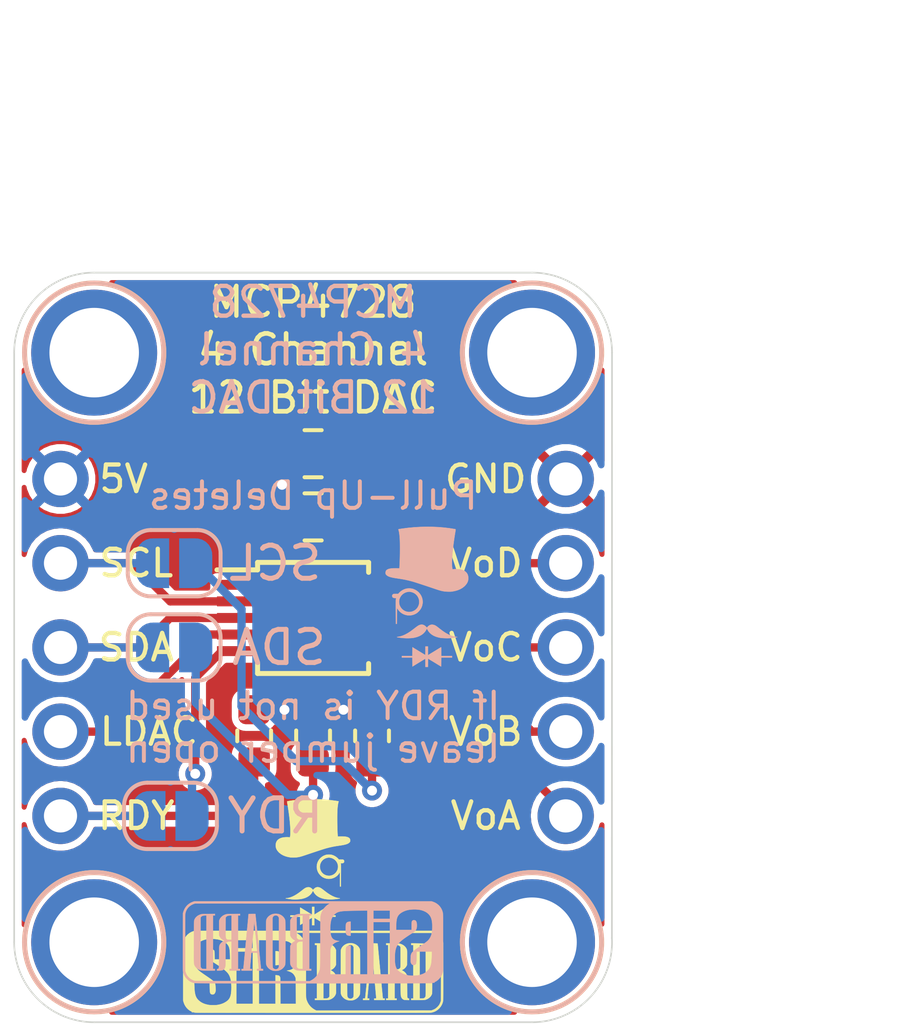
<source format=kicad_pcb>
(kicad_pcb (version 20171130) (host pcbnew "(5.1.2)-2")

  (general
    (thickness 1.6)
    (drawings 30)
    (tracks 55)
    (zones 0)
    (modules 19)
    (nets 14)
  )

  (page User 132.004 102.006)
  (title_block
    (title "MCP4728 Breakout")
    (date 2020-01-08)
    (rev 1)
    (company SirBoard)
    (comment 1 "4 Channel I2C DAC with 12 Bit Resolution")
    (comment 2 "MCP4728 ")
  )

  (layers
    (0 F.Cu signal)
    (31 B.Cu signal)
    (32 B.Adhes user hide)
    (33 F.Adhes user hide)
    (34 B.Paste user hide)
    (35 F.Paste user hide)
    (36 B.SilkS user)
    (37 F.SilkS user)
    (38 B.Mask user hide)
    (39 F.Mask user hide)
    (40 Dwgs.User user)
    (41 Cmts.User user hide)
    (42 Eco1.User user hide)
    (43 Eco2.User user hide)
    (44 Edge.Cuts user)
    (45 Margin user hide)
    (46 B.CrtYd user hide)
    (47 F.CrtYd user hide)
    (48 B.Fab user hide)
    (49 F.Fab user hide)
  )

  (setup
    (last_trace_width 0.25)
    (user_trace_width 0.2)
    (user_trace_width 0.25)
    (user_trace_width 0.3)
    (user_trace_width 0.4)
    (user_trace_width 0.5)
    (user_trace_width 0.6)
    (user_trace_width 0.7)
    (user_trace_width 0.8)
    (user_trace_width 0.9)
    (user_trace_width 1)
    (trace_clearance 0.127)
    (zone_clearance 0.2)
    (zone_45_only no)
    (trace_min 0.127)
    (via_size 0.6)
    (via_drill 0.3)
    (via_min_size 0.6)
    (via_min_drill 0.3)
    (uvia_size 0.4)
    (uvia_drill 0.2)
    (uvias_allowed no)
    (uvia_min_size 0.4)
    (uvia_min_drill 0.1)
    (edge_width 0.05)
    (segment_width 0.2)
    (pcb_text_width 0.3)
    (pcb_text_size 1.5 1.5)
    (mod_edge_width 0.12)
    (mod_text_size 1 1)
    (mod_text_width 0.15)
    (pad_size 1.7 1.7)
    (pad_drill 1)
    (pad_to_mask_clearance 0)
    (solder_mask_min_width 0.1)
    (aux_axis_origin 0 0)
    (visible_elements 7FFFFFFF)
    (pcbplotparams
      (layerselection 0x010fc_ffffffff)
      (usegerberextensions false)
      (usegerberattributes false)
      (usegerberadvancedattributes false)
      (creategerberjobfile false)
      (excludeedgelayer true)
      (linewidth 0.100000)
      (plotframeref false)
      (viasonmask false)
      (mode 1)
      (useauxorigin false)
      (hpglpennumber 1)
      (hpglpenspeed 20)
      (hpglpendiameter 15.000000)
      (psnegative false)
      (psa4output false)
      (plotreference true)
      (plotvalue true)
      (plotinvisibletext false)
      (padsonsilk false)
      (subtractmaskfromsilk false)
      (outputformat 1)
      (mirror false)
      (drillshape 1)
      (scaleselection 1)
      (outputdirectory ""))
  )

  (net 0 "")
  (net 1 GND)
  (net 2 VCC)
  (net 3 RDY)
  (net 4 LDAC)
  (net 5 SDA)
  (net 6 SCL)
  (net 7 VoutA)
  (net 8 VoutB)
  (net 9 VoutC)
  (net 10 VoutD)
  (net 11 "Net-(JP1-Pad1)")
  (net 12 "Net-(JP2-Pad1)")
  (net 13 "Net-(JP3-Pad2)")

  (net_class Default "This is the default net class."
    (clearance 0.127)
    (trace_width 0.127)
    (via_dia 0.6)
    (via_drill 0.3)
    (uvia_dia 0.4)
    (uvia_drill 0.2)
    (add_net GND)
    (add_net LDAC)
    (add_net "Net-(JP1-Pad1)")
    (add_net "Net-(JP2-Pad1)")
    (add_net "Net-(JP3-Pad2)")
    (add_net RDY)
    (add_net SCL)
    (add_net SDA)
    (add_net VCC)
    (add_net VoutA)
    (add_net VoutB)
    (add_net VoutC)
    (add_net VoutD)
  )

  (module logo:SirBoard79x25 (layer B.Cu) (tedit 0) (tstamp 5E164E8A)
    (at 64.008 46.101 180)
    (fp_text reference G*** (at 0 0) (layer B.SilkS) hide
      (effects (font (size 1.524 1.524) (thickness 0.3)) (justify mirror))
    )
    (fp_text value LOGO (at 0.75 0) (layer B.SilkS) hide
      (effects (font (size 1.524 1.524) (thickness 0.3)) (justify mirror))
    )
    (fp_poly (pts (xy 3.62458 1.218028) (xy 3.687078 1.191526) (xy 3.74371 1.156921) (xy 3.793981 1.114734)
      (xy 3.8374 1.065485) (xy 3.873473 1.009693) (xy 3.90171 0.947879) (xy 3.913171 0.913394)
      (xy 3.924026 0.8763) (xy 3.925573 0.02032) (xy 3.925771 -0.1048) (xy 3.925895 -0.219906)
      (xy 3.925943 -0.325142) (xy 3.925916 -0.420653) (xy 3.925813 -0.506583) (xy 3.925633 -0.583078)
      (xy 3.925375 -0.650282) (xy 3.925039 -0.70834) (xy 3.924624 -0.757396) (xy 3.924129 -0.797597)
      (xy 3.923555 -0.829086) (xy 3.922899 -0.852008) (xy 3.922162 -0.866508) (xy 3.921682 -0.87122)
      (xy 3.906957 -0.934311) (xy 3.882727 -0.994298) (xy 3.849372 -1.050414) (xy 3.807276 -1.101896)
      (xy 3.805946 -1.103294) (xy 3.757416 -1.147869) (xy 3.705571 -1.183126) (xy 3.649359 -1.209656)
      (xy 3.587725 -1.228044) (xy 3.579189 -1.229882) (xy 3.576037 -1.230493) (xy 3.572487 -1.231078)
      (xy 3.568313 -1.231636) (xy 3.563291 -1.232168) (xy 3.557194 -1.232676) (xy 3.549797 -1.233158)
      (xy 3.540876 -1.233617) (xy 3.530205 -1.234053) (xy 3.517559 -1.234466) (xy 3.502712 -1.234856)
      (xy 3.48544 -1.235225) (xy 3.465516 -1.235573) (xy 3.442717 -1.2359) (xy 3.416816 -1.236207)
      (xy 3.387589 -1.236495) (xy 3.354809 -1.236764) (xy 3.318253 -1.237015) (xy 3.277694 -1.237249)
      (xy 3.232908 -1.237465) (xy 3.183669 -1.237665) (xy 3.129751 -1.237849) (xy 3.070931 -1.238017)
      (xy 3.006982 -1.238171) (xy 2.937679 -1.23831) (xy 2.862797 -1.238436) (xy 2.782111 -1.238549)
      (xy 2.695395 -1.23865) (xy 2.602425 -1.238738) (xy 2.502974 -1.238815) (xy 2.396819 -1.238882)
      (xy 2.283733 -1.238938) (xy 2.163491 -1.238985) (xy 2.035868 -1.239023) (xy 1.900639 -1.239052)
      (xy 1.757579 -1.239073) (xy 1.606462 -1.239087) (xy 1.447063 -1.239094) (xy 1.279157 -1.239096)
      (xy 1.102518 -1.239091) (xy 0.916922 -1.239082) (xy 0.722143 -1.239068) (xy 0.517956 -1.23905)
      (xy 0.304136 -1.239029) (xy 0.080457 -1.239005) (xy 0.00254 -1.238997) (xy -0.228203 -1.238969)
      (xy -0.448999 -1.238938) (xy -0.66006 -1.238903) (xy -0.861599 -1.238863) (xy -1.053829 -1.238818)
      (xy -1.236964 -1.238768) (xy -1.411215 -1.238711) (xy -1.576795 -1.238649) (xy -1.733918 -1.23858)
      (xy -1.882796 -1.238503) (xy -2.023641 -1.238419) (xy -2.156667 -1.238327) (xy -2.282087 -1.238226)
      (xy -2.400112 -1.238116) (xy -2.510957 -1.237996) (xy -2.614833 -1.237867) (xy -2.711953 -1.237727)
      (xy -2.802531 -1.237577) (xy -2.886779 -1.237415) (xy -2.964909 -1.237242) (xy -3.037136 -1.237056)
      (xy -3.10367 -1.236858) (xy -3.164726 -1.236647) (xy -3.220515 -1.236422) (xy -3.271251 -1.236183)
      (xy -3.317147 -1.23593) (xy -3.358415 -1.235662) (xy -3.395268 -1.235379) (xy -3.427919 -1.23508)
      (xy -3.45658 -1.234764) (xy -3.481465 -1.234432) (xy -3.502785 -1.234083) (xy -3.520755 -1.233717)
      (xy -3.535586 -1.233332) (xy -3.547492 -1.232929) (xy -3.556685 -1.232507) (xy -3.563378 -1.232066)
      (xy -3.567784 -1.231605) (xy -3.5687 -1.231461) (xy -3.589448 -1.227444) (xy -3.607537 -1.223285)
      (xy -3.619614 -1.219772) (xy -3.62101 -1.219217) (xy -3.631906 -1.215143) (xy -3.637003 -1.214542)
      (xy -3.634652 -1.217483) (xy -3.632809 -1.218716) (xy -3.630975 -1.221719) (xy -3.638783 -1.222475)
      (xy -3.641349 -1.222375) (xy -3.653649 -1.220612) (xy -3.660906 -1.217588) (xy -3.660665 -1.215658)
      (xy -3.65669 -1.216737) (xy -3.648226 -1.217147) (xy -3.645553 -1.215175) (xy -3.647976 -1.210599)
      (xy -3.657436 -1.204338) (xy -3.664089 -1.201137) (xy -3.718761 -1.171951) (xy -3.768718 -1.134375)
      (xy -3.813124 -1.089407) (xy -3.851148 -1.038047) (xy -3.881953 -0.981295) (xy -3.904706 -0.920149)
      (xy -3.907731 -0.90932) (xy -3.91922 -0.86614) (xy -3.91922 -0.00254) (xy -3.919216 0.107637)
      (xy -3.919199 0.208122) (xy -3.919164 0.299384) (xy -3.919108 0.381891) (xy -3.919036 0.447193)
      (xy -3.595549 0.447193) (xy -3.595075 0.425937) (xy -3.592793 0.370443) (xy -3.588934 0.323091)
      (xy -3.583099 0.281932) (xy -3.57489 0.245015) (xy -3.563908 0.210392) (xy -3.549755 0.176113)
      (xy -3.539678 0.155108) (xy -3.527616 0.132127) (xy -3.515156 0.111112) (xy -3.50151 0.091351)
      (xy -3.485888 0.072128) (xy -3.467502 0.052731) (xy -3.445564 0.032447) (xy -3.419285 0.010561)
      (xy -3.387875 -0.013639) (xy -3.350547 -0.040867) (xy -3.306511 -0.071836) (xy -3.254979 -0.10726)
      (xy -3.23342 -0.121934) (xy -3.177426 -0.160061) (xy -3.129263 -0.193295) (xy -3.088328 -0.222409)
      (xy -3.054018 -0.248177) (xy -3.025733 -0.271373) (xy -3.002869 -0.29277) (xy -2.984825 -0.313141)
      (xy -2.970998 -0.333262) (xy -2.960785 -0.353905) (xy -2.953585 -0.375843) (xy -2.948796 -0.399851)
      (xy -2.945815 -0.426703) (xy -2.94404 -0.457171) (xy -2.942868 -0.492029) (xy -2.942775 -0.4953)
      (xy -2.941923 -0.528611) (xy -2.941615 -0.553678) (xy -2.94198 -0.572407) (xy -2.943144 -0.586707)
      (xy -2.945238 -0.598485) (xy -2.948387 -0.609647) (xy -2.950958 -0.617184) (xy -2.960405 -0.638234)
      (xy -2.972281 -0.657073) (xy -2.978696 -0.664586) (xy -2.990451 -0.674802) (xy -3.002422 -0.680479)
      (xy -3.018908 -0.683396) (xy -3.025637 -0.684021) (xy -3.05507 -0.682981) (xy -3.078064 -0.674279)
      (xy -3.095113 -0.65768) (xy -3.100604 -0.648326) (xy -3.105945 -0.631649) (xy -3.11037 -0.604882)
      (xy -3.113877 -0.568053) (xy -3.116464 -0.52119) (xy -3.11813 -0.464323) (xy -3.118871 -0.397479)
      (xy -3.118901 -0.38735) (xy -3.11912 -0.2794) (xy -3.58648 -0.2794) (xy -3.586368 -0.32385)
      (xy -3.585889 -0.358843) (xy -3.584695 -0.398497) (xy -3.582906 -0.440758) (xy -3.580646 -0.483572)
      (xy -3.578034 -0.524885) (xy -3.575192 -0.562644) (xy -3.572241 -0.594795) (xy -3.569302 -0.619285)
      (xy -3.568681 -0.62337) (xy -3.557885 -0.679216) (xy -3.544402 -0.726829) (xy -3.527445 -0.767959)
      (xy -3.50623 -0.804354) (xy -3.479972 -0.837762) (xy -3.465532 -0.853062) (xy -3.418082 -0.895098)
      (xy -3.365752 -0.930248) (xy -3.307568 -0.958985) (xy -3.242552 -0.981785) (xy -3.169729 -0.999122)
      (xy -3.1623 -1.000514) (xy -3.129987 -1.004968) (xy -3.090465 -1.008125) (xy -3.046608 -1.009954)
      (xy -3.001289 -1.010419) (xy -2.957381 -1.009487) (xy -2.917756 -1.007126) (xy -2.88798 -1.003726)
      (xy -2.812667 -0.988772) (xy -2.744468 -0.967858) (xy -2.681872 -0.94039) (xy -2.623367 -0.905775)
      (xy -2.604486 -0.892527) (xy -2.571915 -0.865761) (xy -2.544268 -0.836155) (xy -2.521252 -0.802839)
      (xy -2.502574 -0.76494) (xy -2.48794 -0.721585) (xy -2.477057 -0.671903) (xy -2.469632 -0.615022)
      (xy -2.465371 -0.550069) (xy -2.46398 -0.476173) (xy -2.463979 -0.47498) (xy -2.465906 -0.391038)
      (xy -2.471853 -0.315783) (xy -2.482025 -0.248487) (xy -2.496624 -0.188422) (xy -2.515853 -0.13486)
      (xy -2.539917 -0.087072) (xy -2.569016 -0.044331) (xy -2.59141 -0.018178) (xy -2.623839 0.014169)
      (xy -2.662542 0.048368) (xy -2.708063 0.084827) (xy -2.760944 0.123952) (xy -2.821727 0.166153)
      (xy -2.890956 0.211837) (xy -2.933089 0.23876) (xy -2.978167 0.267759) (xy -3.015189 0.292837)
      (xy -3.045049 0.314882) (xy -3.068643 0.334778) (xy -3.086865 0.353411) (xy -3.100611 0.371666)
      (xy -3.110777 0.390429) (xy -3.118257 0.410585) (xy -3.122369 0.425971) (xy -3.126688 0.452252)
      (xy -3.129014 0.483769) (xy -3.129403 0.517516) (xy -3.127911 0.550485) (xy -3.124594 0.579669)
      (xy -3.119508 0.60206) (xy -3.119078 0.603322) (xy -3.107186 0.630146) (xy -3.092701 0.648274)
      (xy -3.074049 0.65912) (xy -3.051509 0.663918) (xy -3.033428 0.665051) (xy -3.020891 0.663266)
      (xy -3.009493 0.657701) (xy -3.005171 0.654847) (xy -2.996198 0.648319) (xy -2.98917 0.641623)
      (xy -2.983829 0.633467) (xy -2.979913 0.622561) (xy -2.977163 0.607614) (xy -2.97532 0.587334)
      (xy -2.974124 0.560431) (xy -2.973315 0.525614) (xy -2.972813 0.494031) (xy -2.971007 0.370841)
      (xy -2.737056 0.370841) (xy -2.503105 0.37084) (xy -2.505858 0.49403) (xy -2.507938 0.556926)
      (xy -2.511255 0.6096) (xy -2.31648 0.6096) (xy -2.31648 -0.97028) (xy -1.81864 -0.97028)
      (xy -1.63576 -0.97028) (xy -1.13284 -0.97028) (xy -1.13284 -0.105228) (xy -1.092407 -0.107999)
      (xy -1.059447 -0.112077) (xy -1.034742 -0.119751) (xy -1.016752 -0.131913) (xy -1.00394 -0.149456)
      (xy -0.99822 -0.162595) (xy -0.996336 -0.168087) (xy -0.994695 -0.173983) (xy -0.993279 -0.181004)
      (xy -0.992066 -0.189866) (xy -0.991037 -0.20129) (xy -0.990172 -0.215994) (xy -0.989451 -0.234698)
      (xy -0.988853 -0.258119) (xy -0.988359 -0.286977) (xy -0.987949 -0.321991) (xy -0.987603 -0.36388)
      (xy -0.9873 -0.413362) (xy -0.987021 -0.471157) (xy -0.986746 -0.537983) (xy -0.986583 -0.58039)
      (xy -0.985106 -0.97028) (xy -0.517632 -0.97028) (xy -0.519166 -0.58547) (xy -0.519455 -0.513844)
      (xy -0.519727 -0.451652) (xy -0.520004 -0.398167) (xy -0.520308 -0.35266) (xy -0.520663 -0.314406)
      (xy -0.52109 -0.282678) (xy -0.521613 -0.256748) (xy -0.522255 -0.235891) (xy -0.523037 -0.219378)
      (xy -0.523982 -0.206484) (xy -0.525113 -0.196481) (xy -0.526453 -0.188642) (xy -0.528024 -0.182241)
      (xy -0.529849 -0.176551) (xy -0.53195 -0.170845) (xy -0.532071 -0.170524) (xy -0.556165 -0.119662)
      (xy -0.587578 -0.074535) (xy -0.602147 -0.058291) (xy -0.627789 -0.03673) (xy -0.661666 -0.015939)
      (xy -0.701857 0.003064) (xy -0.746441 0.019263) (xy -0.75184 0.020924) (xy -0.78994 0.032421)
      (xy -0.750967 0.038531) (xy -0.700336 0.048967) (xy -0.657973 0.06333) (xy -0.622566 0.082162)
      (xy -0.596545 0.10247) (xy -0.576043 0.124844) (xy -0.559013 0.15141) (xy -0.545249 0.183022)
      (xy -0.534546 0.220532) (xy -0.526699 0.264794) (xy -0.521501 0.316662) (xy -0.518746 0.376988)
      (xy -0.51816 0.427612) (xy -0.520255 0.507429) (xy -0.526687 0.578618) (xy -0.537681 0.641842)
      (xy -0.55346 0.697764) (xy -0.574246 0.747046) (xy -0.600264 0.790349) (xy -0.631736 0.828338)
      (xy -0.66294 0.856941) (xy -0.681074 0.871017) (xy -0.699328 0.883578) (xy -0.718372 0.894719)
      (xy -0.738872 0.904532) (xy -0.761496 0.913113) (xy -0.786913 0.920555) (xy -0.815789 0.926953)
      (xy -0.848791 0.9324) (xy -0.886589 0.936992) (xy -0.929849 0.940821) (xy -0.979238 0.943983)
      (xy -1.035425 0.946571) (xy -1.099077 0.948679) (xy -1.170862 0.950402) (xy -1.251447 0.951834)
      (xy -1.3415 0.953069) (xy -1.34493 0.953111) (xy -1.63576 0.956659) (xy -1.63576 -0.97028)
      (xy -1.81864 -0.97028) (xy -1.81864 0.6096) (xy -2.31648 0.6096) (xy -2.511255 0.6096)
      (xy -2.511338 0.610917) (xy -2.516343 0.657209) (xy -2.523235 0.697004) (xy -2.532297 0.731506)
      (xy -2.543813 0.761917) (xy -2.558066 0.789442) (xy -2.575339 0.815285) (xy -2.584165 0.826675)
      (xy -2.611637 0.854894) (xy -2.647462 0.882551) (xy -2.689842 0.908647) (xy -2.736979 0.932182)
      (xy -2.787077 0.952158) (xy -2.796622 0.95504) (xy -2.31648 0.95504) (xy -2.31648 0.70612)
      (xy -1.81864 0.70612) (xy -1.81864 0.95504) (xy -2.31648 0.95504) (xy -2.796622 0.95504)
      (xy -2.83718 0.967285) (xy -2.895609 0.979053) (xy -2.959896 0.986793) (xy -3.027404 0.990499)
      (xy -3.095497 0.990164) (xy -3.161539 0.985783) (xy -3.222891 0.977349) (xy -3.264415 0.968315)
      (xy -3.329711 0.947375) (xy -3.388619 0.920444) (xy -3.440429 0.887972) (xy -3.48443 0.850406)
      (xy -3.519913 0.808196) (xy -3.521383 0.806069) (xy -3.543409 0.769557) (xy -3.561286 0.729871)
      (xy -3.575217 0.685965) (xy -3.585406 0.636792) (xy -3.592056 0.581303) (xy -3.595369 0.518453)
      (xy -3.595549 0.447193) (xy -3.919036 0.447193) (xy -3.919026 0.456112) (xy -3.918912 0.522514)
      (xy -3.918763 0.581567) (xy -3.918573 0.633739) (xy -3.918338 0.679497) (xy -3.918053 0.719311)
      (xy -3.917714 0.753649) (xy -3.917315 0.78298) (xy -3.916853 0.807771) (xy -3.916322 0.828491)
      (xy -3.915718 0.845608) (xy -3.915036 0.859591) (xy -3.914272 0.870909) (xy -3.913421 0.880029)
      (xy -3.912477 0.88742) (xy -3.911438 0.89355) (xy -3.910297 0.898888) (xy -3.910233 0.89916)
      (xy -3.890161 0.962838) (xy -3.861434 1.021715) (xy -3.824682 1.075116) (xy -3.780535 1.122366)
      (xy -3.729624 1.162787) (xy -3.71121 1.173413) (xy -0.51562 1.173413) (xy -0.482716 1.155076)
      (xy -0.424569 1.116931) (xy -0.372255 1.070862) (xy -0.326471 1.017711) (xy -0.287913 0.958319)
      (xy -0.257278 0.893527) (xy -0.249944 0.87376) (xy -0.245768 0.861875) (xy -0.241979 0.850948)
      (xy -0.238556 0.840457) (xy -0.235482 0.829883) (xy -0.232738 0.818703) (xy -0.230305 0.806396)
      (xy -0.228164 0.792441) (xy -0.226297 0.776317) (xy -0.224685 0.757503) (xy -0.223309 0.735477)
      (xy -0.222151 0.709718) (xy -0.221191 0.679705) (xy -0.220412 0.644917) (xy -0.219794 0.604832)
      (xy -0.21932 0.55893) (xy -0.218969 0.506688) (xy -0.218723 0.447586) (xy -0.218564 0.381103)
      (xy -0.218473 0.306717) (xy -0.218432 0.223906) (xy -0.218421 0.132151) (xy -0.218422 0.030929)
      (xy -0.218421 -0.004705) (xy -0.218417 -0.10899) (xy -0.218401 -0.203632) (xy -0.218358 -0.289146)
      (xy -0.218273 -0.366048) (xy -0.21813 -0.434855) (xy -0.217914 -0.496083) (xy -0.217611 -0.550247)
      (xy -0.217204 -0.597865) (xy -0.21668 -0.639451) (xy -0.216023 -0.675523) (xy -0.215217 -0.706596)
      (xy -0.214249 -0.733187) (xy -0.213101 -0.755811) (xy -0.211761 -0.774985) (xy -0.210211 -0.791225)
      (xy -0.208438 -0.805046) (xy -0.206425 -0.816967) (xy -0.204159 -0.827501) (xy -0.201623 -0.837166)
      (xy -0.198803 -0.846477) (xy -0.195684 -0.855951) (xy -0.19327 -0.863086) (xy -0.16605 -0.927872)
      (xy -0.13012 -0.988049) (xy -0.086198 -1.042793) (xy -0.035003 -1.091277) (xy 0.022744 -1.132675)
      (xy 0.059521 -1.153403) (xy 0.098949 -1.173567) (xy 1.831284 -1.172253) (xy 3.56362 -1.17094)
      (xy 3.60426 -1.157099) (xy 3.652131 -1.137513) (xy 3.694531 -1.112631) (xy 3.734514 -1.080525)
      (xy 3.751579 -1.064165) (xy 3.781713 -1.031536) (xy 3.805078 -0.999968) (xy 3.82394 -0.96588)
      (xy 3.840567 -0.925692) (xy 3.842335 -0.920806) (xy 3.85826 -0.8763) (xy 3.85968 -0.02032)
      (xy 3.859856 0.090291) (xy 3.859997 0.191204) (xy 3.860101 0.282883) (xy 3.860163 0.365789)
      (xy 3.86018 0.440385) (xy 3.86015 0.507133) (xy 3.860068 0.566497) (xy 3.859932 0.618938)
      (xy 3.859738 0.664919) (xy 3.859483 0.704903) (xy 3.859164 0.739352) (xy 3.858776 0.768729)
      (xy 3.858317 0.793495) (xy 3.857784 0.814115) (xy 3.857173 0.831049) (xy 3.856481 0.844761)
      (xy 3.855704 0.855714) (xy 3.854839 0.864368) (xy 3.853883 0.871188) (xy 3.85323 0.874763)
      (xy 3.836409 0.933633) (xy 3.810872 0.98766) (xy 3.777105 1.036312) (xy 3.735591 1.079059)
      (xy 3.686816 1.115368) (xy 3.631264 1.144708) (xy 3.5941 1.159009) (xy 3.55854 1.17094)
      (xy 1.52146 1.172177) (xy -0.51562 1.173413) (xy -3.71121 1.173413) (xy -3.672578 1.195706)
      (xy -3.610946 1.220156) (xy -3.57378 1.2319) (xy 3.58394 1.2319) (xy 3.62458 1.218028)) (layer B.SilkS) (width 0.01))
    (fp_poly (pts (xy 1.158324 0.857763) (xy 1.196422 0.85313) (xy 1.21516 0.848789) (xy 1.26341 0.830718)
      (xy 1.307252 0.805844) (xy 1.345441 0.775243) (xy 1.376732 0.739994) (xy 1.39988 0.701173)
      (xy 1.407463 0.682379) (xy 1.408891 0.677976) (xy 1.410175 0.673148) (xy 1.411322 0.667357)
      (xy 1.412338 0.660064) (xy 1.413233 0.65073) (xy 1.414014 0.638816) (xy 1.414689 0.623783)
      (xy 1.415265 0.605092) (xy 1.415751 0.582205) (xy 1.416153 0.554581) (xy 1.41648 0.521684)
      (xy 1.41674 0.482972) (xy 1.41694 0.437908) (xy 1.417088 0.385953) (xy 1.417192 0.326567)
      (xy 1.417259 0.259213) (xy 1.417298 0.183349) (xy 1.417315 0.098439) (xy 1.417319 0.003943)
      (xy 1.41732 -0.00254) (xy 1.417316 -0.097677) (xy 1.417299 -0.183194) (xy 1.417262 -0.259628)
      (xy 1.417197 -0.327519) (xy 1.417096 -0.387406) (xy 1.416951 -0.439828) (xy 1.416755 -0.485323)
      (xy 1.416499 -0.52443) (xy 1.416177 -0.557689) (xy 1.415779 -0.585639) (xy 1.4153 -0.608818)
      (xy 1.41473 -0.627765) (xy 1.414061 -0.643019) (xy 1.413288 -0.655119) (xy 1.4124 -0.664604)
      (xy 1.411391 -0.672014) (xy 1.410254 -0.677886) (xy 1.408979 -0.68276) (xy 1.40756 -0.687175)
      (xy 1.407463 -0.687458) (xy 1.38847 -0.727657) (xy 1.360833 -0.764799) (xy 1.325883 -0.797748)
      (xy 1.284953 -0.825368) (xy 1.239374 -0.846523) (xy 1.210198 -0.855679) (xy 1.182763 -0.860521)
      (xy 1.149457 -0.862988) (xy 1.113826 -0.863119) (xy 1.079417 -0.860953) (xy 1.049773 -0.85653)
      (xy 1.03886 -0.853791) (xy 0.989475 -0.835348) (xy 0.947046 -0.811087) (xy 0.909424 -0.779708)
      (xy 0.898998 -0.768973) (xy 0.876574 -0.742473) (xy 0.860344 -0.716887) (xy 0.847737 -0.687995)
      (xy 0.845175 -0.68072) (xy 0.843788 -0.676322) (xy 0.842543 -0.671341) (xy 0.841432 -0.665237)
      (xy 0.840447 -0.657468) (xy 0.839581 -0.647494) (xy 0.838825 -0.634774) (xy 0.838173 -0.618768)
      (xy 0.837617 -0.598935) (xy 0.83715 -0.574734) (xy 0.836763 -0.545624) (xy 0.836449 -0.511066)
      (xy 0.8362 -0.470518) (xy 0.83601 -0.42344) (xy 0.83587 -0.369291) (xy 0.835773 -0.30753)
      (xy 0.835711 -0.237617) (xy 0.835697 -0.204576) (xy 1.027085 -0.204576) (xy 1.027092 -0.300004)
      (xy 1.027189 -0.386352) (xy 1.027375 -0.4635) (xy 1.027651 -0.531327) (xy 1.028014 -0.589714)
      (xy 1.028466 -0.638539) (xy 1.029004 -0.677683) (xy 1.029629 -0.707026) (xy 1.03034 -0.726447)
      (xy 1.031119 -0.735735) (xy 1.03646 -0.75498) (xy 1.044298 -0.772837) (xy 1.04875 -0.779877)
      (xy 1.069982 -0.799852) (xy 1.096161 -0.812408) (xy 1.124941 -0.817203) (xy 1.153975 -0.813891)
      (xy 1.180917 -0.802129) (xy 1.18441 -0.799773) (xy 1.199141 -0.787048) (xy 1.211515 -0.772527)
      (xy 1.214864 -0.767159) (xy 1.21615 -0.764442) (xy 1.217314 -0.761037) (xy 1.218361 -0.756446)
      (xy 1.219297 -0.750174) (xy 1.22013 -0.741726) (xy 1.220864 -0.730605) (xy 1.221507 -0.716317)
      (xy 1.222063 -0.698365) (xy 1.22254 -0.676254) (xy 1.222944 -0.649488) (xy 1.22328 -0.617572)
      (xy 1.223554 -0.580009) (xy 1.223774 -0.536304) (xy 1.223944 -0.485962) (xy 1.224072 -0.428487)
      (xy 1.224162 -0.363382) (xy 1.224222 -0.290153) (xy 1.224258 -0.208304) (xy 1.224275 -0.117338)
      (xy 1.224279 -0.016761) (xy 1.22428 -0.005493) (xy 1.22428 0.738473) (xy 1.213504 0.760732)
      (xy 1.197168 0.784881) (xy 1.175228 0.800868) (xy 1.147137 0.809009) (xy 1.12776 0.81026)
      (xy 1.096269 0.80673) (xy 1.071233 0.795723) (xy 1.051611 0.776622) (xy 1.040745 0.758526)
      (xy 1.0287 0.73406) (xy 1.027344 0.01304) (xy 1.027169 -0.100188) (xy 1.027085 -0.204576)
      (xy 0.835697 -0.204576) (xy 0.835676 -0.159012) (xy 0.835662 -0.071172) (xy 0.83566 -0.00254)
      (xy 0.835664 0.092185) (xy 0.835682 0.17729) (xy 0.835722 0.253317) (xy 0.835791 0.320806)
      (xy 0.835898 0.380299) (xy 0.836049 0.432336) (xy 0.836252 0.477458) (xy 0.836515 0.516206)
      (xy 0.836846 0.549121) (xy 0.837253 0.576743) (xy 0.837743 0.599614) (xy 0.838323 0.618274)
      (xy 0.839002 0.633264) (xy 0.839788 0.645126) (xy 0.840687 0.654399) (xy 0.841708 0.661625)
      (xy 0.842858 0.667344) (xy 0.844145 0.672098) (xy 0.845303 0.67564) (xy 0.865642 0.719348)
      (xy 0.894547 0.758833) (xy 0.930976 0.793173) (xy 0.973886 0.821452) (xy 1.022237 0.842748)
      (xy 1.041436 0.848712) (xy 1.076814 0.855552) (xy 1.117116 0.858569) (xy 1.158324 0.857763)) (layer B.SilkS) (width 0.01))
    (fp_poly (pts (xy 0.25273 0.852036) (xy 0.303694 0.851354) (xy 0.345628 0.85067) (xy 0.379659 0.849924)
      (xy 0.406915 0.849055) (xy 0.428526 0.848002) (xy 0.44562 0.846704) (xy 0.459325 0.845102)
      (xy 0.470769 0.843133) (xy 0.481082 0.840737) (xy 0.485653 0.839504) (xy 0.536166 0.820876)
      (xy 0.58157 0.794977) (xy 0.620703 0.762706) (xy 0.652407 0.72496) (xy 0.668415 0.698041)
      (xy 0.68834 0.65878) (xy 0.68834 0.20574) (xy 0.671863 0.172064) (xy 0.65186 0.140268)
      (xy 0.624557 0.109746) (xy 0.592716 0.083175) (xy 0.559898 0.063606) (xy 0.54417 0.05577)
      (xy 0.532872 0.049443) (xy 0.528368 0.045952) (xy 0.528362 0.045895) (xy 0.532538 0.042396)
      (xy 0.543537 0.035629) (xy 0.559133 0.026949) (xy 0.562044 0.0254) (xy 0.600311 0.000689)
      (xy 0.633807 -0.029813) (xy 0.660442 -0.064013) (xy 0.671841 -0.084543) (xy 0.68834 -0.11938)
      (xy 0.689785 -0.382971) (xy 0.690082 -0.442381) (xy 0.690254 -0.492519) (xy 0.69028 -0.534274)
      (xy 0.690138 -0.568533) (xy 0.689806 -0.596184) (xy 0.689263 -0.618115) (xy 0.688489 -0.635214)
      (xy 0.687461 -0.648368) (xy 0.686158 -0.658466) (xy 0.684558 -0.666396) (xy 0.68281 -0.672531)
      (xy 0.664221 -0.713889) (xy 0.636936 -0.751913) (xy 0.602155 -0.785562) (xy 0.561077 -0.813797)
      (xy 0.514902 -0.835581) (xy 0.482673 -0.845801) (xy 0.473011 -0.847833) (xy 0.460572 -0.849489)
      (xy 0.444345 -0.850804) (xy 0.423315 -0.85181) (xy 0.39647 -0.852542) (xy 0.362798 -0.853035)
      (xy 0.321286 -0.85332) (xy 0.27092 -0.853434) (xy 0.254536 -0.85344) (xy 0.05588 -0.85344)
      (xy 0.05588 -0.80772) (xy 0.11684 -0.80772) (xy 0.30988 -0.80772) (xy 0.366696 -0.80772)
      (xy 0.393791 -0.807385) (xy 0.413311 -0.806154) (xy 0.427826 -0.803684) (xy 0.439907 -0.799633)
      (xy 0.445028 -0.797304) (xy 0.462123 -0.786277) (xy 0.477795 -0.771858) (xy 0.480922 -0.768094)
      (xy 0.4953 -0.7493) (xy 0.4953 -0.042438) (xy 0.481665 -0.021834) (xy 0.467044 -0.004304)
      (xy 0.448724 0.008472) (xy 0.425062 0.017144) (xy 0.394418 0.022361) (xy 0.364773 0.024444)
      (xy 0.30988 0.026706) (xy 0.30988 -0.80772) (xy 0.11684 -0.80772) (xy 0.11684 0.07112)
      (xy 0.30988 0.07112) (xy 0.366696 0.07112) (xy 0.393791 0.071455) (xy 0.413311 0.072686)
      (xy 0.427826 0.075156) (xy 0.439907 0.079207) (xy 0.445028 0.081536) (xy 0.462123 0.092563)
      (xy 0.477795 0.106982) (xy 0.480922 0.110746) (xy 0.4953 0.12954) (xy 0.4953 0.739882)
      (xy 0.481665 0.760486) (xy 0.467044 0.778016) (xy 0.448724 0.790792) (xy 0.425062 0.799464)
      (xy 0.394418 0.804681) (xy 0.364773 0.806764) (xy 0.30988 0.809026) (xy 0.30988 0.07112)
      (xy 0.11684 0.07112) (xy 0.11684 0.80772) (xy 0.05588 0.80772) (xy 0.05588 0.854508)
      (xy 0.25273 0.852036)) (layer B.SilkS) (width 0.01))
    (fp_poly (pts (xy 1.804558 0.853945) (xy 1.831517 0.853664) (xy 1.859294 0.853159) (xy 1.886037 0.852464)
      (xy 1.909893 0.851611) (xy 1.929009 0.850635) (xy 1.941533 0.849567) (xy 1.94564 0.848527)
      (xy 1.946112 0.842677) (xy 1.947488 0.827368) (xy 1.949705 0.803255) (xy 1.952702 0.770994)
      (xy 1.956415 0.73124) (xy 1.960783 0.684647) (xy 1.965743 0.631871) (xy 1.971234 0.573567)
      (xy 1.977193 0.51039) (xy 1.983558 0.442995) (xy 1.990267 0.372038) (xy 1.997257 0.298173)
      (xy 2.004467 0.222056) (xy 2.011834 0.144342) (xy 2.019296 0.065685) (xy 2.026791 -0.013258)
      (xy 2.034256 -0.091833) (xy 2.04163 -0.169385) (xy 2.04885 -0.245258) (xy 2.055854 -0.318798)
      (xy 2.06258 -0.389348) (xy 2.068965 -0.456255) (xy 2.074948 -0.518863) (xy 2.080466 -0.576517)
      (xy 2.085458 -0.628561) (xy 2.08986 -0.674341) (xy 2.093611 -0.713202) (xy 2.096648 -0.744487)
      (xy 2.09891 -0.767543) (xy 2.100334 -0.781713) (xy 2.100816 -0.78613) (xy 2.103742 -0.80772)
      (xy 2.159 -0.80772) (xy 2.159 -0.85344) (xy 1.84404 -0.85344) (xy 1.84404 -0.80772)
      (xy 1.87452 -0.80772) (xy 1.891392 -0.807509) (xy 1.900498 -0.806102) (xy 1.904234 -0.802339)
      (xy 1.904994 -0.795059) (xy 1.905 -0.792943) (xy 1.904545 -0.784879) (xy 1.903247 -0.767814)
      (xy 1.901199 -0.742863) (xy 1.898499 -0.71114) (xy 1.895241 -0.673762) (xy 1.891521 -0.631843)
      (xy 1.887436 -0.586499) (xy 1.88468 -0.55626) (xy 1.880421 -0.509541) (xy 1.876466 -0.465729)
      (xy 1.872908 -0.425906) (xy 1.869844 -0.391156) (xy 1.867367 -0.362562) (xy 1.865573 -0.341206)
      (xy 1.864558 -0.328171) (xy 1.86436 -0.324656) (xy 1.863829 -0.321205) (xy 1.861321 -0.318687)
      (xy 1.85546 -0.316953) (xy 1.84487 -0.31586) (xy 1.828175 -0.31526) (xy 1.804001 -0.315009)
      (xy 1.77292 -0.31496) (xy 1.743709 -0.315125) (xy 1.71836 -0.315585) (xy 1.698474 -0.316284)
      (xy 1.685654 -0.317167) (xy 1.68148 -0.318104) (xy 1.680994 -0.323651) (xy 1.679603 -0.338288)
      (xy 1.677408 -0.360996) (xy 1.674506 -0.390754) (xy 1.670999 -0.426542) (xy 1.666986 -0.467341)
      (xy 1.662566 -0.51213) (xy 1.65862 -0.552017) (xy 1.653915 -0.599772) (xy 1.649537 -0.644731)
      (xy 1.645587 -0.685819) (xy 1.642165 -0.721962) (xy 1.639372 -0.752083) (xy 1.637309 -0.775109)
      (xy 1.636078 -0.789964) (xy 1.63576 -0.795252) (xy 1.636516 -0.802395) (xy 1.640443 -0.806115)
      (xy 1.650021 -0.807519) (xy 1.6637 -0.80772) (xy 1.69164 -0.80772) (xy 1.69164 -0.85344)
      (xy 1.50876 -0.85344) (xy 1.50876 -0.808204) (xy 1.540323 -0.806692) (xy 1.571887 -0.80518)
      (xy 1.627163 -0.26543) (xy 1.686417 -0.26543) (xy 1.687237 -0.268671) (xy 1.690511 -0.271018)
      (xy 1.697635 -0.272612) (xy 1.710007 -0.273595) (xy 1.729024 -0.274111) (xy 1.756083 -0.274302)
      (xy 1.773619 -0.27432) (xy 1.860678 -0.27432) (xy 1.85773 -0.24765) (xy 1.856666 -0.236944)
      (xy 1.854836 -0.217323) (xy 1.852348 -0.189992) (xy 1.84931 -0.156156) (xy 1.845832 -0.117022)
      (xy 1.842019 -0.073797) (xy 1.837981 -0.027685) (xy 1.83579 -0.00254) (xy 1.831719 0.043501)
      (xy 1.827797 0.086357) (xy 1.82413 0.124979) (xy 1.820825 0.15832) (xy 1.817985 0.185332)
      (xy 1.815717 0.204967) (xy 1.814127 0.216178) (xy 1.813526 0.21844) (xy 1.812383 0.223896)
      (xy 1.810513 0.238378) (xy 1.808025 0.260788) (xy 1.805033 0.290028) (xy 1.801647 0.325)
      (xy 1.797978 0.364605) (xy 1.794139 0.407744) (xy 1.793043 0.42037) (xy 1.789191 0.464184)
      (xy 1.785495 0.504667) (xy 1.782064 0.540741) (xy 1.779008 0.571324) (xy 1.776435 0.595337)
      (xy 1.774454 0.611701) (xy 1.773174 0.619334) (xy 1.772948 0.61976) (xy 1.772145 0.61485)
      (xy 1.770469 0.600708) (xy 1.768007 0.578216) (xy 1.764845 0.548257) (xy 1.761069 0.511714)
      (xy 1.756765 0.46947) (xy 1.752021 0.422406) (xy 1.746921 0.371405) (xy 1.741553 0.31735)
      (xy 1.736003 0.261124) (xy 1.730356 0.20361) (xy 1.7247 0.145688) (xy 1.71912 0.088243)
      (xy 1.713703 0.032157) (xy 1.708534 -0.021687) (xy 1.703702 -0.072408) (xy 1.69929 -0.119122)
      (xy 1.695387 -0.160946) (xy 1.692077 -0.196999) (xy 1.689448 -0.226398) (xy 1.687586 -0.248259)
      (xy 1.686576 -0.261702) (xy 1.686417 -0.26543) (xy 1.627163 -0.26543) (xy 1.656687 0.02286)
      (xy 1.665976 0.113536) (xy 1.674985 0.20145) (xy 1.683661 0.286074) (xy 1.69195 0.366878)
      (xy 1.699796 0.443332) (xy 1.707146 0.514906) (xy 1.713945 0.581071) (xy 1.720138 0.641297)
      (xy 1.725671 0.695055) (xy 1.73049 0.741814) (xy 1.73454 0.781046) (xy 1.737767 0.812221)
      (xy 1.740116 0.834808) (xy 1.741532 0.848279) (xy 1.741964 0.85217) (xy 1.747121 0.853115)
      (xy 1.760507 0.853704) (xy 1.780271 0.853969) (xy 1.804558 0.853945)) (layer B.SilkS) (width 0.01))
    (fp_poly (pts (xy 2.40157 0.852036) (xy 2.454097 0.85129) (xy 2.497495 0.850504) (xy 2.532791 0.849627)
      (xy 2.561015 0.848611) (xy 2.583197 0.847407) (xy 2.600366 0.845965) (xy 2.613552 0.844236)
      (xy 2.623783 0.842171) (xy 2.627257 0.841246) (xy 2.678364 0.822302) (xy 2.723994 0.796641)
      (xy 2.763203 0.765088) (xy 2.795046 0.728467) (xy 2.818579 0.687604) (xy 2.826484 0.667214)
      (xy 2.828608 0.659912) (xy 2.830339 0.651425) (xy 2.831708 0.640753) (xy 2.832744 0.626893)
      (xy 2.833475 0.608841) (xy 2.833933 0.585596) (xy 2.834145 0.556155) (xy 2.834142 0.519515)
      (xy 2.833952 0.474675) (xy 2.833624 0.423374) (xy 2.8321 0.20574) (xy 2.815623 0.172064)
      (xy 2.79562 0.140268) (xy 2.768317 0.109746) (xy 2.736476 0.083175) (xy 2.703658 0.063606)
      (xy 2.687908 0.055658) (xy 2.676592 0.049056) (xy 2.672085 0.045188) (xy 2.67208 0.045122)
      (xy 2.676333 0.041224) (xy 2.686633 0.036564) (xy 2.68726 0.036342) (xy 2.711803 0.024591)
      (xy 2.73869 0.006524) (xy 2.764985 -0.015496) (xy 2.787751 -0.039104) (xy 2.798694 -0.05334)
      (xy 2.805218 -0.062783) (xy 2.810832 -0.071152) (xy 2.815609 -0.079253) (xy 2.819624 -0.08789)
      (xy 2.822952 -0.097871) (xy 2.825665 -0.110001) (xy 2.827838 -0.125085) (xy 2.829546 -0.14393)
      (xy 2.830861 -0.167341) (xy 2.831859 -0.196125) (xy 2.832613 -0.231086) (xy 2.833198 -0.273032)
      (xy 2.833686 -0.322768) (xy 2.834154 -0.3811) (xy 2.83464 -0.4445) (xy 2.835169 -0.511474)
      (xy 2.835668 -0.569042) (xy 2.836189 -0.617957) (xy 2.836785 -0.658972) (xy 2.837509 -0.692841)
      (xy 2.838414 -0.720316) (xy 2.839551 -0.742151) (xy 2.840975 -0.759098) (xy 2.842737 -0.771913)
      (xy 2.84489 -0.781346) (xy 2.847488 -0.788153) (xy 2.850582 -0.793086) (xy 2.854226 -0.796897)
      (xy 2.858471 -0.800342) (xy 2.859599 -0.801208) (xy 2.870714 -0.805987) (xy 2.88163 -0.807558)
      (xy 2.890168 -0.80843) (xy 2.894255 -0.812609) (xy 2.895518 -0.822835) (xy 2.8956 -0.831056)
      (xy 2.8956 -0.854392) (xy 2.82321 -0.852305) (xy 2.792619 -0.851193) (xy 2.770064 -0.849702)
      (xy 2.753418 -0.847546) (xy 2.740558 -0.844436) (xy 2.729359 -0.840087) (xy 2.72796 -0.839437)
      (xy 2.698888 -0.821122) (xy 2.676401 -0.796385) (xy 2.66011 -0.764571) (xy 2.649627 -0.725027)
      (xy 2.646435 -0.702089) (xy 2.645586 -0.688946) (xy 2.644785 -0.666699) (xy 2.644044 -0.636402)
      (xy 2.643379 -0.599112) (xy 2.642804 -0.555884) (xy 2.642333 -0.507773) (xy 2.641981 -0.455835)
      (xy 2.641761 -0.401125) (xy 2.64169 -0.352784) (xy 2.6416 -0.047709) (xy 2.626936 -0.024586)
      (xy 2.612339 -0.006046) (xy 2.594442 0.007421) (xy 2.571516 0.016545) (xy 2.541834 0.022058)
      (xy 2.511194 0.024398) (xy 2.45872 0.026732) (xy 2.45872 -0.80772) (xy 2.51968 -0.80772)
      (xy 2.51968 -0.85344) (xy 2.20472 -0.85344) (xy 2.20472 -0.80772) (xy 2.26568 -0.80772)
      (xy 2.26568 0.070292) (xy 2.45872 0.070292) (xy 2.521766 0.071976) (xy 2.548179 0.072779)
      (xy 2.566622 0.073829) (xy 2.579285 0.07558) (xy 2.588357 0.078489) (xy 2.596026 0.083009)
      (xy 2.603782 0.089028) (xy 2.611472 0.095132) (xy 2.618053 0.10057) (xy 2.623606 0.106142)
      (xy 2.628214 0.112646) (xy 2.631961 0.12088) (xy 2.634929 0.131643) (xy 2.637201 0.145734)
      (xy 2.638861 0.163951) (xy 2.63999 0.187092) (xy 2.640672 0.215958) (xy 2.64099 0.251345)
      (xy 2.641026 0.294053) (xy 2.640864 0.34488) (xy 2.640586 0.404625) (xy 2.640413 0.44196)
      (xy 2.63906 0.74422) (xy 2.624682 0.763015) (xy 2.608059 0.780383) (xy 2.587706 0.792821)
      (xy 2.561852 0.80101) (xy 2.528728 0.805631) (xy 2.511194 0.806718) (xy 2.45872 0.809052)
      (xy 2.45872 0.070292) (xy 2.26568 0.070292) (xy 2.26568 0.80772) (xy 2.20472 0.80772)
      (xy 2.20472 0.854579) (xy 2.40157 0.852036)) (layer B.SilkS) (width 0.01))
    (fp_poly (pts (xy 3.15849 0.852036) (xy 3.211017 0.85129) (xy 3.254415 0.850504) (xy 3.289711 0.849627)
      (xy 3.317935 0.848611) (xy 3.340117 0.847407) (xy 3.357286 0.845965) (xy 3.370472 0.844236)
      (xy 3.380703 0.842171) (xy 3.384177 0.841246) (xy 3.435209 0.822322) (xy 3.480827 0.796665)
      (xy 3.520065 0.765113) (xy 3.551957 0.728506) (xy 3.575539 0.687682) (xy 3.583106 0.668386)
      (xy 3.584347 0.664078) (xy 3.585462 0.65854) (xy 3.586457 0.651237) (xy 3.587339 0.641635)
      (xy 3.588114 0.629198) (xy 3.588789 0.613391) (xy 3.589371 0.59368) (xy 3.589867 0.569528)
      (xy 3.590283 0.540402) (xy 3.590626 0.505766) (xy 3.590903 0.465086) (xy 3.591121 0.417826)
      (xy 3.591286 0.363451) (xy 3.591406 0.301427) (xy 3.591486 0.231217) (xy 3.591534 0.152289)
      (xy 3.591556 0.064105) (xy 3.59156 -0.002649) (xy 3.591556 -0.097004) (xy 3.591539 -0.181742)
      (xy 3.591501 -0.257408) (xy 3.591434 -0.324544) (xy 3.59133 -0.383695) (xy 3.591182 -0.435403)
      (xy 3.590981 -0.480213) (xy 3.590719 -0.518668) (xy 3.590389 -0.551311) (xy 3.589982 -0.578687)
      (xy 3.58949 -0.601338) (xy 3.588906 -0.619809) (xy 3.588222 -0.634642) (xy 3.587429 -0.646382)
      (xy 3.58652 -0.655572) (xy 3.585487 -0.662755) (xy 3.584322 -0.668476) (xy 3.583017 -0.673277)
      (xy 3.581703 -0.677298) (xy 3.56271 -0.717497) (xy 3.535073 -0.754639) (xy 3.500123 -0.787588)
      (xy 3.459193 -0.815208) (xy 3.413614 -0.836363) (xy 3.384438 -0.845519) (xy 3.374698 -0.847623)
      (xy 3.362624 -0.849335) (xy 3.347163 -0.850691) (xy 3.327266 -0.851729) (xy 3.301881 -0.852484)
      (xy 3.269957 -0.852995) (xy 3.230445 -0.853297) (xy 3.182293 -0.853427) (xy 3.157756 -0.85344)
      (xy 2.96164 -0.85344) (xy 2.96164 -0.808548) (xy 3.21564 -0.808548) (xy 3.278686 -0.806864)
      (xy 3.305099 -0.806061) (xy 3.323542 -0.805011) (xy 3.336205 -0.80326) (xy 3.345277 -0.800351)
      (xy 3.352946 -0.795831) (xy 3.360702 -0.789812) (xy 3.374671 -0.776285) (xy 3.386522 -0.761161)
      (xy 3.389141 -0.756792) (xy 3.390436 -0.754103) (xy 3.391606 -0.750771) (xy 3.392656 -0.7463)
      (xy 3.393591 -0.740193) (xy 3.394417 -0.731954) (xy 3.395139 -0.721085) (xy 3.395762 -0.70709)
      (xy 3.396293 -0.689473) (xy 3.396735 -0.667737) (xy 3.397095 -0.641385) (xy 3.397378 -0.609921)
      (xy 3.397588 -0.572847) (xy 3.397733 -0.529668) (xy 3.397816 -0.479887) (xy 3.397843 -0.423007)
      (xy 3.397819 -0.358531) (xy 3.397751 -0.285963) (xy 3.397642 -0.204806) (xy 3.397499 -0.114564)
      (xy 3.397327 -0.01474) (xy 3.397296 0.00254) (xy 3.39598 0.74422) (xy 3.381602 0.763015)
      (xy 3.364979 0.780383) (xy 3.344626 0.792821) (xy 3.318772 0.80101) (xy 3.285648 0.805631)
      (xy 3.268114 0.806718) (xy 3.21564 0.809052) (xy 3.21564 -0.808548) (xy 2.96164 -0.808548)
      (xy 2.96164 -0.80772) (xy 3.0226 -0.80772) (xy 3.0226 0.80772) (xy 2.96164 0.80772)
      (xy 2.96164 0.854579) (xy 3.15849 0.852036)) (layer B.SilkS) (width 0.01))
    (fp_poly (pts (xy -1.067894 0.616209) (xy -1.037114 0.605597) (xy -1.013589 0.58799) (xy -0.997428 0.563454)
      (xy -0.992851 0.551063) (xy -0.99047 0.537697) (xy -0.98852 0.516093) (xy -0.987015 0.488161)
      (xy -0.985972 0.455816) (xy -0.985404 0.420968) (xy -0.985327 0.385531) (xy -0.985757 0.351416)
      (xy -0.986708 0.320537) (xy -0.988196 0.294805) (xy -0.990236 0.276133) (xy -0.990649 0.273744)
      (xy -0.998864 0.246253) (xy -1.012466 0.225735) (xy -1.032439 0.211475) (xy -1.059768 0.202756)
      (xy -1.09347 0.198952) (xy -1.13284 0.197045) (xy -1.13284 0.61976) (xy -1.105823 0.61976)
      (xy -1.067894 0.616209)) (layer B.SilkS) (width 0.01))
  )

  (module logo:logo42x59 (layer B.Cu) (tedit 0) (tstamp 5E164CCF)
    (at 67.437 35.687 180)
    (fp_text reference G*** (at 0 0) (layer B.SilkS) hide
      (effects (font (size 1.524 1.524) (thickness 0.3)) (justify mirror))
    )
    (fp_text value LOGO (at 0.75 0) (layer B.SilkS) hide
      (effects (font (size 1.524 1.524) (thickness 0.3)) (justify mirror))
    )
    (fp_poly (pts (xy 0.196405 2.108707) (xy 0.381204 2.09805) (xy 0.563684 2.081193) (xy 0.741898 2.058156)
      (xy 0.770467 2.053808) (xy 0.803706 2.048685) (xy 0.827291 2.044845) (xy 0.84268 2.041589)
      (xy 0.851333 2.03822) (xy 0.854707 2.03404) (xy 0.854263 2.02835) (xy 0.851458 2.020451)
      (xy 0.849768 2.015858) (xy 0.840693 1.983609) (xy 0.832354 1.940567) (xy 0.824824 1.887208)
      (xy 0.818175 1.824008) (xy 0.815345 1.79067) (xy 0.812302 1.742434) (xy 0.809943 1.684489)
      (xy 0.808258 1.618391) (xy 0.807236 1.545698) (xy 0.806865 1.467968) (xy 0.807134 1.386758)
      (xy 0.808032 1.303626) (xy 0.809548 1.220128) (xy 0.811669 1.137824) (xy 0.814386 1.05827)
      (xy 0.817687 0.983024) (xy 0.821561 0.913643) (xy 0.821692 0.911577) (xy 0.824919 0.860777)
      (xy 0.926404 0.86265) (xy 0.996464 0.862406) (xy 1.056406 0.858836) (xy 1.106923 0.851855)
      (xy 1.148712 0.841381) (xy 1.17066 0.833043) (xy 1.201829 0.816248) (xy 1.223083 0.79686)
      (xy 1.235782 0.772845) (xy 1.241285 0.742167) (xy 1.241778 0.726607) (xy 1.241174 0.705814)
      (xy 1.238362 0.691721) (xy 1.231845 0.679763) (xy 1.222636 0.668291) (xy 1.203529 0.649588)
      (xy 1.179471 0.632841) (xy 1.149577 0.61777) (xy 1.112963 0.604092) (xy 1.068745 0.591529)
      (xy 1.016037 0.579798) (xy 0.953956 0.568619) (xy 0.881616 0.557712) (xy 0.868639 0.55592)
      (xy 0.756535 0.53895) (xy 0.650713 0.519272) (xy 0.54629 0.495866) (xy 0.438388 0.46771)
      (xy 0.412044 0.460306) (xy 0.392797 0.454557) (xy 0.364048 0.445593) (xy 0.326993 0.433806)
      (xy 0.282827 0.419588) (xy 0.232745 0.403332) (xy 0.177943 0.385429) (xy 0.119616 0.366272)
      (xy 0.058959 0.346252) (xy -0.002832 0.325762) (xy -0.064561 0.305193) (xy -0.125034 0.284938)
      (xy -0.183055 0.265389) (xy -0.207432 0.257135) (xy -0.264239 0.237969) (xy -0.311934 0.222152)
      (xy -0.352041 0.209251) (xy -0.386084 0.19883) (xy -0.415588 0.190455) (xy -0.442075 0.183694)
      (xy -0.467071 0.17811) (xy -0.492098 0.173271) (xy -0.516467 0.169103) (xy -0.551221 0.164639)
      (xy -0.591991 0.161316) (xy -0.635461 0.159234) (xy -0.678311 0.158491) (xy -0.717225 0.159189)
      (xy -0.748884 0.161425) (xy -0.753533 0.161996) (xy -0.845908 0.178465) (xy -0.929644 0.202091)
      (xy -1.004887 0.232939) (xy -1.071782 0.271075) (xy -1.130475 0.316565) (xy -1.15968 0.345133)
      (xy -1.197752 0.390974) (xy -1.225317 0.436982) (xy -1.243066 0.484779) (xy -1.251687 0.535989)
      (xy -1.252791 0.564444) (xy -1.248104 0.620726) (xy -1.234062 0.670696) (xy -1.210693 0.714319)
      (xy -1.178025 0.75156) (xy -1.136088 0.782382) (xy -1.084909 0.806751) (xy -1.049827 0.818247)
      (xy -1.010166 0.82698) (xy -0.963323 0.833419) (xy -0.913233 0.837237) (xy -0.86383 0.838107)
      (xy -0.828767 0.836567) (xy -0.774177 0.832347) (xy -0.770937 0.84855) (xy -0.764423 0.893058)
      (xy -0.760497 0.947855) (xy -0.759106 1.012256) (xy -0.760195 1.085576) (xy -0.763708 1.167129)
      (xy -0.769591 1.256231) (xy -0.777789 1.352195) (xy -0.788247 1.454337) (xy -0.80091 1.56197)
      (xy -0.815725 1.674411) (xy -0.832635 1.790972) (xy -0.851587 1.91097) (xy -0.859759 1.95997)
      (xy -0.864886 1.99098) (xy -0.868044 2.012629) (xy -0.869328 2.026654) (xy -0.868828 2.034795)
      (xy -0.866637 2.03879) (xy -0.864011 2.04009) (xy -0.853052 2.042506) (xy -0.833006 2.046208)
      (xy -0.805956 2.050849) (xy -0.773986 2.056084) (xy -0.739179 2.061566) (xy -0.703618 2.066947)
      (xy -0.694267 2.068322) (xy -0.527062 2.088953) (xy -0.352447 2.103288) (xy -0.172366 2.111345)
      (xy 0.011233 2.113145) (xy 0.196405 2.108707)) (layer B.SilkS) (width 0.01))
    (fp_poly (pts (xy 0.565428 0.254138) (xy 0.606649 0.249558) (xy 0.62269 0.24631) (xy 0.678655 0.228029)
      (xy 0.733378 0.201131) (xy 0.783879 0.1674) (xy 0.827178 0.128618) (xy 0.836601 0.118259)
      (xy 0.860778 0.090438) (xy 0.932655 0.090375) (xy 0.962312 0.09027) (xy 0.982981 0.089736)
      (xy 0.996963 0.088353) (xy 1.006557 0.085699) (xy 1.014065 0.081353) (xy 1.021787 0.074893)
      (xy 1.022966 0.073841) (xy 1.03441 0.062047) (xy 1.039835 0.050331) (xy 1.041372 0.033547)
      (xy 1.0414 0.029278) (xy 1.037901 0.004483) (xy 1.026914 -0.013705) (xy 1.007703 -0.025797)
      (xy 0.979531 -0.032306) (xy 0.950504 -0.033835) (xy 0.921698 -0.033867) (xy 0.928434 -0.060678)
      (xy 0.929885 -0.069717) (xy 0.931079 -0.08467) (xy 0.932024 -0.106168) (xy 0.932726 -0.134843)
      (xy 0.933192 -0.171326) (xy 0.933428 -0.216247) (xy 0.933441 -0.270238) (xy 0.933238 -0.33393)
      (xy 0.932825 -0.407955) (xy 0.932534 -0.450145) (xy 0.929896 -0.8128) (xy 0.903231 -0.8128)
      (xy 0.900289 -0.324556) (xy 0.882473 -0.3556) (xy 0.845435 -0.409366) (xy 0.801241 -0.455244)
      (xy 0.751065 -0.492961) (xy 0.696084 -0.522244) (xy 0.637473 -0.542822) (xy 0.576409 -0.55442)
      (xy 0.514068 -0.556768) (xy 0.451626 -0.549591) (xy 0.390258 -0.532618) (xy 0.331141 -0.505575)
      (xy 0.3048 -0.489529) (xy 0.28984 -0.478159) (xy 0.27023 -0.461234) (xy 0.249018 -0.441451)
      (xy 0.236644 -0.429186) (xy 0.194611 -0.378512) (xy 0.16205 -0.322061) (xy 0.13931 -0.260705)
      (xy 0.126739 -0.195315) (xy 0.124716 -0.15803) (xy 0.225677 -0.15803) (xy 0.231333 -0.21048)
      (xy 0.246356 -0.262205) (xy 0.271132 -0.312055) (xy 0.302119 -0.3544) (xy 0.341239 -0.39141)
      (xy 0.387217 -0.420649) (xy 0.438189 -0.441514) (xy 0.492291 -0.453401) (xy 0.547657 -0.455705)
      (xy 0.595489 -0.449426) (xy 0.65092 -0.431782) (xy 0.701003 -0.404562) (xy 0.744874 -0.368552)
      (xy 0.781671 -0.324535) (xy 0.810533 -0.273295) (xy 0.822467 -0.243038) (xy 0.830757 -0.208378)
      (xy 0.834988 -0.167769) (xy 0.835061 -0.125763) (xy 0.830873 -0.086911) (xy 0.826373 -0.067347)
      (xy 0.804931 -0.013726) (xy 0.774284 0.03443) (xy 0.735609 0.076034) (xy 0.690087 0.110001)
      (xy 0.638893 0.135245) (xy 0.591493 0.149096) (xy 0.560749 0.154777) (xy 0.536227 0.157275)
      (xy 0.513323 0.156609) (xy 0.487435 0.152798) (xy 0.471311 0.149589) (xy 0.415931 0.132761)
      (xy 0.36683 0.107453) (xy 0.324392 0.074817) (xy 0.289004 0.036002) (xy 0.261052 -0.00784)
      (xy 0.240923 -0.05556) (xy 0.229003 -0.106007) (xy 0.225677 -0.15803) (xy 0.124716 -0.15803)
      (xy 0.124178 -0.148116) (xy 0.12963 -0.083481) (xy 0.14544 -0.02144) (xy 0.170781 0.036974)
      (xy 0.20483 0.090728) (xy 0.246762 0.138789) (xy 0.295753 0.180122) (xy 0.35098 0.213695)
      (xy 0.411617 0.238475) (xy 0.438608 0.246039) (xy 0.476609 0.252372) (xy 0.520482 0.255074)
      (xy 0.565428 0.254138)) (layer B.SilkS) (width 0.01))
    (fp_poly (pts (xy 0.185111 -0.839895) (xy 0.210658 -0.846766) (xy 0.226893 -0.852662) (xy 0.244343 -0.860985)
      (xy 0.264205 -0.872534) (xy 0.287673 -0.888109) (xy 0.315943 -0.908509) (xy 0.35021 -0.934533)
      (xy 0.391669 -0.966982) (xy 0.398751 -0.972587) (xy 0.485899 -1.037639) (xy 0.5699 -1.092222)
      (xy 0.650661 -1.136287) (xy 0.728085 -1.169786) (xy 0.802077 -1.192672) (xy 0.857458 -1.203139)
      (xy 0.878352 -1.206095) (xy 0.891998 -1.208686) (xy 0.897815 -1.21118) (xy 0.895222 -1.213844)
      (xy 0.883637 -1.216945) (xy 0.862481 -1.220752) (xy 0.831172 -1.225531) (xy 0.798689 -1.230197)
      (xy 0.716165 -1.239598) (xy 0.633357 -1.244661) (xy 0.552624 -1.245399) (xy 0.476325 -1.241826)
      (xy 0.406819 -1.233955) (xy 0.372413 -1.227814) (xy 0.293778 -1.207273) (xy 0.222922 -1.179817)
      (xy 0.160236 -1.145705) (xy 0.106109 -1.105195) (xy 0.060931 -1.058548) (xy 0.025093 -1.006023)
      (xy 0.017475 -0.991679) (xy -0.003337 -0.950252) (xy -0.018674 -0.981715) (xy -0.052665 -1.038793)
      (xy -0.095662 -1.089143) (xy -0.147552 -1.132688) (xy -0.20822 -1.169355) (xy -0.277554 -1.199069)
      (xy -0.355439 -1.221755) (xy -0.395738 -1.230109) (xy -0.436244 -1.235951) (xy -0.484833 -1.240461)
      (xy -0.538364 -1.243522) (xy -0.593697 -1.245017) (xy -0.64769 -1.24483) (xy -0.697204 -1.242843)
      (xy -0.7112 -1.24184) (xy -0.732067 -1.239788) (xy -0.758429 -1.236653) (xy -0.788167 -1.232749)
      (xy -0.819162 -1.228393) (xy -0.849298 -1.223897) (xy -0.876455 -1.219578) (xy -0.898516 -1.21575)
      (xy -0.913362 -1.212729) (xy -0.91878 -1.210983) (xy -0.914472 -1.209717) (xy -0.90168 -1.207817)
      (xy -0.88316 -1.205691) (xy -0.882915 -1.205666) (xy -0.820868 -1.195753) (xy -0.757615 -1.178412)
      (xy -0.692447 -1.153281) (xy -0.624656 -1.12) (xy -0.553536 -1.078208) (xy -0.478376 -1.027543)
      (xy -0.39847 -0.967644) (xy -0.366889 -0.942528) (xy -0.33063 -0.913782) (xy -0.300917 -0.891555)
      (xy -0.275981 -0.874733) (xy -0.25405 -0.862203) (xy -0.233353 -0.85285) (xy -0.213218 -0.845893)
      (xy -0.16903 -0.837774) (xy -0.126934 -0.840676) (xy -0.087484 -0.854437) (xy -0.051229 -0.878896)
      (xy -0.030407 -0.899578) (xy -0.004415 -0.929059) (xy 0.030248 -0.894425) (xy 0.055711 -0.871394)
      (xy 0.079283 -0.855791) (xy 0.097578 -0.847584) (xy 0.127639 -0.838611) (xy 0.155397 -0.836059)
      (xy 0.185111 -0.839895)) (layer B.SilkS) (width 0.01))
    (fp_poly (pts (xy 0.039511 -1.626071) (xy 0.039696 -1.662931) (xy 0.040215 -1.695586) (xy 0.041014 -1.722492)
      (xy 0.042039 -1.742108) (xy 0.043236 -1.752889) (xy 0.044002 -1.754482) (xy 0.05 -1.751088)
      (xy 0.064089 -1.742729) (xy 0.084733 -1.730329) (xy 0.110394 -1.714811) (xy 0.139534 -1.697101)
      (xy 0.144191 -1.694263) (xy 0.18283 -1.670708) (xy 0.226903 -1.64384) (xy 0.272203 -1.616224)
      (xy 0.314524 -1.590422) (xy 0.335844 -1.577424) (xy 0.4318 -1.518922) (xy 0.433313 -1.651283)
      (xy 0.434826 -1.783645) (xy 0.750711 -1.783645) (xy 0.750711 -1.8288) (xy 0.434823 -1.8288)
      (xy 0.433311 -1.96366) (xy 0.4318 -2.098519) (xy 0.338147 -2.041271) (xy 0.301027 -2.018578)
      (xy 0.258207 -1.992398) (xy 0.213617 -1.965133) (xy 0.171188 -1.939187) (xy 0.145284 -1.923345)
      (xy 0.115324 -1.905114) (xy 0.088674 -1.889075) (xy 0.066815 -1.876103) (xy 0.051223 -1.867075)
      (xy 0.04338 -1.862864) (xy 0.042792 -1.862667) (xy 0.041839 -1.868043) (xy 0.040995 -1.883096)
      (xy 0.040302 -1.906216) (xy 0.039803 -1.935792) (xy 0.03954 -1.970211) (xy 0.039511 -1.986845)
      (xy 0.039511 -2.111023) (xy -0.033655 -2.111023) (xy -0.036689 -1.857173) (xy -0.093793 -1.892894)
      (xy -0.116821 -1.907208) (xy -0.136805 -1.919463) (xy -0.151544 -1.928318) (xy -0.158704 -1.932373)
      (xy -0.165414 -1.936222) (xy -0.180414 -1.945187) (xy -0.202381 -1.958467) (xy -0.229991 -1.975259)
      (xy -0.261923 -1.99476) (xy -0.296854 -2.016168) (xy -0.299156 -2.017581) (xy -0.4318 -2.099031)
      (xy -0.433312 -1.963916) (xy -0.434823 -1.8288) (xy -0.762 -1.8288) (xy -0.762 -1.783645)
      (xy -0.434622 -1.783645) (xy -0.434622 -1.651) (xy -0.434529 -1.613657) (xy -0.434268 -1.580382)
      (xy -0.433865 -1.552733) (xy -0.433348 -1.532268) (xy -0.432744 -1.520548) (xy -0.432329 -1.518356)
      (xy -0.426952 -1.521147) (xy -0.413777 -1.528806) (xy -0.394604 -1.540266) (xy -0.371237 -1.554456)
      (xy -0.363184 -1.559388) (xy -0.333521 -1.577564) (xy -0.298056 -1.599246) (xy -0.260637 -1.622084)
      (xy -0.225113 -1.643728) (xy -0.214489 -1.650192) (xy -0.182557 -1.669635) (xy -0.149498 -1.689808)
      (xy -0.118433 -1.708802) (xy -0.092484 -1.724711) (xy -0.083256 -1.730387) (xy -0.033867 -1.76081)
      (xy -0.033867 -1.495778) (xy 0.039511 -1.495778) (xy 0.039511 -1.626071)) (layer B.SilkS) (width 0.01))
  )

  (module logo:logo38x53 (layer F.Cu) (tedit 0) (tstamp 5E160BD8)
    (at 64.008 43.688)
    (fp_text reference G*** (at 0 0) (layer F.SilkS) hide
      (effects (font (size 1.524 1.524) (thickness 0.3)))
    )
    (fp_text value LOGO (at 0.75 0) (layer F.SilkS) hide
      (effects (font (size 1.524 1.524) (thickness 0.3)))
    )
    (fp_poly (pts (xy 0.176764 -1.897837) (xy 0.343083 -1.888246) (xy 0.507315 -1.873075) (xy 0.667708 -1.852341)
      (xy 0.69342 -1.848428) (xy 0.723335 -1.843817) (xy 0.744562 -1.840361) (xy 0.758412 -1.837431)
      (xy 0.766199 -1.834399) (xy 0.769236 -1.830637) (xy 0.768836 -1.825515) (xy 0.766312 -1.818407)
      (xy 0.764791 -1.814273) (xy 0.756624 -1.785249) (xy 0.749119 -1.746511) (xy 0.742341 -1.698488)
      (xy 0.736357 -1.641608) (xy 0.73381 -1.611604) (xy 0.731071 -1.568192) (xy 0.728948 -1.51604)
      (xy 0.727432 -1.456552) (xy 0.726512 -1.391129) (xy 0.726178 -1.321172) (xy 0.72642 -1.248083)
      (xy 0.727228 -1.173264) (xy 0.728592 -1.098116) (xy 0.730502 -1.024043) (xy 0.732947 -0.952444)
      (xy 0.735918 -0.884722) (xy 0.739404 -0.822279) (xy 0.739522 -0.82042) (xy 0.742427 -0.7747)
      (xy 0.833764 -0.776386) (xy 0.896818 -0.776166) (xy 0.950765 -0.772953) (xy 0.996231 -0.766671)
      (xy 1.03384 -0.757244) (xy 1.053593 -0.74974) (xy 1.081646 -0.734624) (xy 1.100775 -0.717175)
      (xy 1.112203 -0.695561) (xy 1.117156 -0.667951) (xy 1.1176 -0.653947) (xy 1.117056 -0.635233)
      (xy 1.114526 -0.62255) (xy 1.10866 -0.611787) (xy 1.100372 -0.601463) (xy 1.083176 -0.58463)
      (xy 1.061524 -0.569558) (xy 1.034619 -0.555993) (xy 1.001667 -0.543684) (xy 0.96187 -0.532377)
      (xy 0.914433 -0.521819) (xy 0.85856 -0.511758) (xy 0.793454 -0.501942) (xy 0.781775 -0.500329)
      (xy 0.680881 -0.485055) (xy 0.585641 -0.467346) (xy 0.491661 -0.446281) (xy 0.394549 -0.420939)
      (xy 0.37084 -0.414276) (xy 0.353517 -0.409102) (xy 0.327643 -0.401034) (xy 0.294294 -0.390426)
      (xy 0.254544 -0.37763) (xy 0.20947 -0.363) (xy 0.160148 -0.346887) (xy 0.107654 -0.329646)
      (xy 0.053063 -0.311628) (xy -0.002549 -0.293187) (xy -0.058106 -0.274675) (xy -0.112531 -0.256445)
      (xy -0.16475 -0.238851) (xy -0.186689 -0.231422) (xy -0.237815 -0.214173) (xy -0.280741 -0.199938)
      (xy -0.316837 -0.188326) (xy -0.347476 -0.178948) (xy -0.374029 -0.171411) (xy -0.397868 -0.165325)
      (xy -0.420364 -0.1603) (xy -0.442889 -0.155945) (xy -0.46482 -0.152193) (xy -0.496099 -0.148176)
      (xy -0.532792 -0.145185) (xy -0.571915 -0.143311) (xy -0.61048 -0.142643) (xy -0.645503 -0.143271)
      (xy -0.673996 -0.145283) (xy -0.67818 -0.145797) (xy -0.761317 -0.160619) (xy -0.83668 -0.181882)
      (xy -0.904399 -0.209646) (xy -0.964604 -0.243969) (xy -1.017428 -0.284909) (xy -1.043713 -0.310621)
      (xy -1.077977 -0.351877) (xy -1.102786 -0.393284) (xy -1.11876 -0.436302) (xy -1.126518 -0.482391)
      (xy -1.127512 -0.508) (xy -1.123294 -0.558654) (xy -1.110656 -0.603627) (xy -1.089624 -0.642888)
      (xy -1.060223 -0.676404) (xy -1.022479 -0.704145) (xy -0.976418 -0.726077) (xy -0.944844 -0.736423)
      (xy -0.90915 -0.744283) (xy -0.866991 -0.750078) (xy -0.82191 -0.753514) (xy -0.777447 -0.754297)
      (xy -0.74589 -0.752911) (xy -0.69676 -0.749113) (xy -0.693843 -0.763696) (xy -0.687981 -0.803753)
      (xy -0.684448 -0.85307) (xy -0.683196 -0.911031) (xy -0.684176 -0.977019) (xy -0.687337 -1.050417)
      (xy -0.692632 -1.130608) (xy -0.70001 -1.216976) (xy -0.709422 -1.308904) (xy -0.72082 -1.405774)
      (xy -0.734153 -1.50697) (xy -0.749372 -1.611876) (xy -0.766428 -1.719874) (xy -0.773784 -1.763974)
      (xy -0.778397 -1.791883) (xy -0.78124 -1.811366) (xy -0.782395 -1.82399) (xy -0.781945 -1.831317)
      (xy -0.779973 -1.834912) (xy -0.777611 -1.836081) (xy -0.767747 -1.838256) (xy -0.749706 -1.841588)
      (xy -0.725361 -1.845765) (xy -0.696588 -1.850477) (xy -0.665261 -1.85541) (xy -0.633256 -1.860253)
      (xy -0.62484 -1.861491) (xy -0.474356 -1.880058) (xy -0.317202 -1.89296) (xy -0.15513 -1.900211)
      (xy 0.01011 -1.901832) (xy 0.176764 -1.897837)) (layer F.SilkS) (width 0.01))
    (fp_poly (pts (xy 0.508885 -0.228725) (xy 0.545984 -0.224603) (xy 0.56042 -0.22168) (xy 0.610789 -0.205227)
      (xy 0.66004 -0.181019) (xy 0.705491 -0.150661) (xy 0.74446 -0.115757) (xy 0.752941 -0.106434)
      (xy 0.7747 -0.081395) (xy 0.839389 -0.081338) (xy 0.866081 -0.081244) (xy 0.884683 -0.080763)
      (xy 0.897266 -0.079519) (xy 0.905901 -0.07713) (xy 0.912658 -0.073218) (xy 0.919608 -0.067405)
      (xy 0.920669 -0.066457) (xy 0.930968 -0.055843) (xy 0.935852 -0.045298) (xy 0.937234 -0.030193)
      (xy 0.93726 -0.026351) (xy 0.934111 -0.004036) (xy 0.924223 0.012333) (xy 0.906933 0.023217)
      (xy 0.881578 0.029074) (xy 0.855454 0.030451) (xy 0.829528 0.03048) (xy 0.835591 0.05461)
      (xy 0.836896 0.062744) (xy 0.837971 0.076202) (xy 0.838821 0.095551) (xy 0.839453 0.121358)
      (xy 0.839872 0.154192) (xy 0.840085 0.194621) (xy 0.840096 0.243213) (xy 0.839914 0.300536)
      (xy 0.839542 0.367159) (xy 0.83928 0.40513) (xy 0.836906 0.73152) (xy 0.812907 0.73152)
      (xy 0.811583 0.51181) (xy 0.81026 0.2921) (xy 0.794225 0.32004) (xy 0.760891 0.368429)
      (xy 0.721116 0.409719) (xy 0.675958 0.443664) (xy 0.626475 0.470019) (xy 0.573726 0.488539)
      (xy 0.518768 0.498978) (xy 0.462661 0.50109) (xy 0.406463 0.494631) (xy 0.351232 0.479355)
      (xy 0.298027 0.455017) (xy 0.27432 0.440575) (xy 0.260856 0.430343) (xy 0.243207 0.41511)
      (xy 0.224116 0.397306) (xy 0.212979 0.386266) (xy 0.175149 0.34066) (xy 0.145844 0.289854)
      (xy 0.125378 0.234634) (xy 0.114065 0.175782) (xy 0.112245 0.142227) (xy 0.203109 0.142227)
      (xy 0.208199 0.189431) (xy 0.22172 0.235984) (xy 0.244019 0.280849) (xy 0.271906 0.318959)
      (xy 0.307115 0.352268) (xy 0.348495 0.378584) (xy 0.39437 0.397362) (xy 0.443061 0.40806)
      (xy 0.492891 0.410133) (xy 0.53594 0.404483) (xy 0.585828 0.388603) (xy 0.630902 0.364105)
      (xy 0.670386 0.331696) (xy 0.703504 0.292081) (xy 0.729479 0.245965) (xy 0.74022 0.218733)
      (xy 0.747681 0.187539) (xy 0.751489 0.150991) (xy 0.751554 0.113186) (xy 0.747785 0.078219)
      (xy 0.743735 0.060612) (xy 0.724437 0.012352) (xy 0.696855 -0.030988) (xy 0.662048 -0.068432)
      (xy 0.621078 -0.099002) (xy 0.575004 -0.121721) (xy 0.532344 -0.134187) (xy 0.504674 -0.1393)
      (xy 0.482604 -0.141548) (xy 0.461991 -0.140949) (xy 0.438692 -0.137519) (xy 0.42418 -0.134631)
      (xy 0.374338 -0.119485) (xy 0.330146 -0.096709) (xy 0.291952 -0.067336) (xy 0.260103 -0.032403)
      (xy 0.234947 0.007056) (xy 0.21683 0.050003) (xy 0.206102 0.095406) (xy 0.203109 0.142227)
      (xy 0.112245 0.142227) (xy 0.11176 0.133303) (xy 0.116667 0.075132) (xy 0.130895 0.019295)
      (xy 0.153702 -0.033278) (xy 0.184346 -0.081656) (xy 0.222085 -0.12491) (xy 0.266178 -0.162111)
      (xy 0.315881 -0.192327) (xy 0.370455 -0.214629) (xy 0.394747 -0.221436) (xy 0.428948 -0.227135)
      (xy 0.468434 -0.229567) (xy 0.508885 -0.228725)) (layer F.SilkS) (width 0.01))
    (fp_poly (pts (xy 0.166599 0.755905) (xy 0.189592 0.762089) (xy 0.204203 0.767395) (xy 0.219908 0.774886)
      (xy 0.237784 0.78528) (xy 0.258905 0.799297) (xy 0.284348 0.817657) (xy 0.315188 0.841079)
      (xy 0.352502 0.870283) (xy 0.358875 0.875327) (xy 0.437308 0.933874) (xy 0.51291 0.982999)
      (xy 0.585595 1.022657) (xy 0.655276 1.052807) (xy 0.721869 1.073404) (xy 0.771712 1.082824)
      (xy 0.790517 1.085485) (xy 0.802798 1.087817) (xy 0.808033 1.090061) (xy 0.805699 1.092459)
      (xy 0.795273 1.09525) (xy 0.776233 1.098676) (xy 0.748055 1.102977) (xy 0.71882 1.107177)
      (xy 0.644548 1.115637) (xy 0.570021 1.120194) (xy 0.497361 1.120859) (xy 0.428692 1.117643)
      (xy 0.366137 1.110559) (xy 0.335172 1.105032) (xy 0.2644 1.086545) (xy 0.20063 1.061835)
      (xy 0.144212 1.031133) (xy 0.095498 0.994675) (xy 0.054838 0.952693) (xy 0.022584 0.90542)
      (xy 0.015727 0.89251) (xy -0.003004 0.855226) (xy -0.016807 0.883543) (xy -0.047399 0.934913)
      (xy -0.086097 0.980228) (xy -0.132797 1.019419) (xy -0.187398 1.052419) (xy -0.249799 1.079161)
      (xy -0.319895 1.099579) (xy -0.356164 1.107097) (xy -0.39262 1.112355) (xy -0.43635 1.116414)
      (xy -0.484528 1.119169) (xy -0.534327 1.120515) (xy -0.582922 1.120346) (xy -0.627484 1.118558)
      (xy -0.64008 1.117655) (xy -0.658861 1.115808) (xy -0.682586 1.112987) (xy -0.70935 1.109474)
      (xy -0.737246 1.105553) (xy -0.764368 1.101507) (xy -0.78881 1.09762) (xy -0.808665 1.094175)
      (xy -0.822026 1.091455) (xy -0.826902 1.089884) (xy -0.823025 1.088745) (xy -0.811512 1.087035)
      (xy -0.794845 1.085122) (xy -0.794624 1.085099) (xy -0.738782 1.076177) (xy -0.681854 1.06057)
      (xy -0.623202 1.037952) (xy -0.562191 1.007999) (xy -0.498182 0.970386) (xy -0.430539 0.924788)
      (xy -0.358623 0.870879) (xy -0.3302 0.848274) (xy -0.297567 0.822403) (xy -0.270826 0.802399)
      (xy -0.248383 0.787259) (xy -0.228645 0.775982) (xy -0.210018 0.767564) (xy -0.191896 0.761303)
      (xy -0.152127 0.753996) (xy -0.114241 0.756608) (xy -0.078736 0.768993) (xy -0.046107 0.791005)
      (xy -0.027367 0.80962) (xy -0.003974 0.836152) (xy 0.027223 0.804981) (xy 0.050139 0.784254)
      (xy 0.071355 0.770212) (xy 0.08782 0.762825) (xy 0.114875 0.75475) (xy 0.139857 0.752452)
      (xy 0.166599 0.755905)) (layer F.SilkS) (width 0.01))
    (fp_poly (pts (xy 0.03556 1.463463) (xy 0.035726 1.496637) (xy 0.036193 1.526026) (xy 0.036912 1.550242)
      (xy 0.037834 1.567896) (xy 0.038912 1.5776) (xy 0.039602 1.579033) (xy 0.044999 1.575979)
      (xy 0.05768 1.568455) (xy 0.07626 1.557295) (xy 0.099355 1.543329) (xy 0.12558 1.52739)
      (xy 0.129772 1.524836) (xy 0.164547 1.503637) (xy 0.204212 1.479456) (xy 0.244982 1.454601)
      (xy 0.283071 1.431379) (xy 0.30226 1.419681) (xy 0.38862 1.367029) (xy 0.389981 1.486154)
      (xy 0.391343 1.60528) (xy 0.67564 1.60528) (xy 0.67564 1.64592) (xy 0.39134 1.64592)
      (xy 0.38862 1.888666) (xy 0.304332 1.837143) (xy 0.270924 1.81672) (xy 0.232386 1.793158)
      (xy 0.192255 1.768619) (xy 0.154069 1.745268) (xy 0.130755 1.73101) (xy 0.103791 1.714602)
      (xy 0.079807 1.700167) (xy 0.060133 1.688492) (xy 0.046101 1.680366) (xy 0.039041 1.676577)
      (xy 0.038513 1.6764) (xy 0.037655 1.681238) (xy 0.036895 1.694786) (xy 0.036271 1.715594)
      (xy 0.035822 1.742212) (xy 0.035586 1.77319) (xy 0.03556 1.78816) (xy 0.03556 1.89992)
      (xy -0.03029 1.89992) (xy -0.031655 1.785687) (xy -0.03302 1.671455) (xy -0.084414 1.703604)
      (xy -0.105139 1.716487) (xy -0.123125 1.727516) (xy -0.13639 1.735486) (xy -0.142834 1.739135)
      (xy -0.148873 1.742599) (xy -0.162373 1.750668) (xy -0.182143 1.762619) (xy -0.206993 1.777732)
      (xy -0.235731 1.795283) (xy -0.267169 1.81455) (xy -0.26924 1.815822) (xy -0.38862 1.889127)
      (xy -0.389981 1.767523) (xy -0.391341 1.64592) (xy -0.6858 1.64592) (xy -0.6858 1.60528)
      (xy -0.39116 1.60528) (xy -0.39116 1.4859) (xy -0.391077 1.452291) (xy -0.390841 1.422343)
      (xy -0.390479 1.397459) (xy -0.390014 1.379041) (xy -0.38947 1.368493) (xy -0.389096 1.36652)
      (xy -0.384257 1.369031) (xy -0.3724 1.375925) (xy -0.355144 1.386239) (xy -0.334113 1.399009)
      (xy -0.326866 1.403448) (xy -0.300169 1.419806) (xy -0.26825 1.43932) (xy -0.234573 1.459875)
      (xy -0.202602 1.479355) (xy -0.19304 1.485172) (xy -0.164302 1.502671) (xy -0.134548 1.520826)
      (xy -0.10659 1.537921) (xy -0.083236 1.552239) (xy -0.07493 1.557347) (xy -0.03048 1.584728)
      (xy -0.03048 1.3462) (xy 0.03556 1.3462) (xy 0.03556 1.463463)) (layer F.SilkS) (width 0.01))
  )

  (module logo:SirBoard79x25 (layer F.Cu) (tedit 0) (tstamp 5E160A7D)
    (at 64.008 46.99)
    (fp_text reference G*** (at 0 0) (layer F.SilkS) hide
      (effects (font (size 1.524 1.524) (thickness 0.3)))
    )
    (fp_text value LOGO (at 0.75 0) (layer F.SilkS) hide
      (effects (font (size 1.524 1.524) (thickness 0.3)))
    )
    (fp_poly (pts (xy -1.067894 -0.616209) (xy -1.037114 -0.605597) (xy -1.013589 -0.58799) (xy -0.997428 -0.563454)
      (xy -0.992851 -0.551063) (xy -0.99047 -0.537697) (xy -0.98852 -0.516093) (xy -0.987015 -0.488161)
      (xy -0.985972 -0.455816) (xy -0.985404 -0.420968) (xy -0.985327 -0.385531) (xy -0.985757 -0.351416)
      (xy -0.986708 -0.320537) (xy -0.988196 -0.294805) (xy -0.990236 -0.276133) (xy -0.990649 -0.273744)
      (xy -0.998864 -0.246253) (xy -1.012466 -0.225735) (xy -1.032439 -0.211475) (xy -1.059768 -0.202756)
      (xy -1.09347 -0.198952) (xy -1.13284 -0.197045) (xy -1.13284 -0.61976) (xy -1.105823 -0.61976)
      (xy -1.067894 -0.616209)) (layer F.SilkS) (width 0.01))
    (fp_poly (pts (xy 3.15849 -0.852036) (xy 3.211017 -0.85129) (xy 3.254415 -0.850504) (xy 3.289711 -0.849627)
      (xy 3.317935 -0.848611) (xy 3.340117 -0.847407) (xy 3.357286 -0.845965) (xy 3.370472 -0.844236)
      (xy 3.380703 -0.842171) (xy 3.384177 -0.841246) (xy 3.435209 -0.822322) (xy 3.480827 -0.796665)
      (xy 3.520065 -0.765113) (xy 3.551957 -0.728506) (xy 3.575539 -0.687682) (xy 3.583106 -0.668386)
      (xy 3.584347 -0.664078) (xy 3.585462 -0.65854) (xy 3.586457 -0.651237) (xy 3.587339 -0.641635)
      (xy 3.588114 -0.629198) (xy 3.588789 -0.613391) (xy 3.589371 -0.59368) (xy 3.589867 -0.569528)
      (xy 3.590283 -0.540402) (xy 3.590626 -0.505766) (xy 3.590903 -0.465086) (xy 3.591121 -0.417826)
      (xy 3.591286 -0.363451) (xy 3.591406 -0.301427) (xy 3.591486 -0.231217) (xy 3.591534 -0.152289)
      (xy 3.591556 -0.064105) (xy 3.59156 0.002649) (xy 3.591556 0.097004) (xy 3.591539 0.181742)
      (xy 3.591501 0.257408) (xy 3.591434 0.324544) (xy 3.59133 0.383695) (xy 3.591182 0.435403)
      (xy 3.590981 0.480213) (xy 3.590719 0.518668) (xy 3.590389 0.551311) (xy 3.589982 0.578687)
      (xy 3.58949 0.601338) (xy 3.588906 0.619809) (xy 3.588222 0.634642) (xy 3.587429 0.646382)
      (xy 3.58652 0.655572) (xy 3.585487 0.662755) (xy 3.584322 0.668476) (xy 3.583017 0.673277)
      (xy 3.581703 0.677298) (xy 3.56271 0.717497) (xy 3.535073 0.754639) (xy 3.500123 0.787588)
      (xy 3.459193 0.815208) (xy 3.413614 0.836363) (xy 3.384438 0.845519) (xy 3.374698 0.847623)
      (xy 3.362624 0.849335) (xy 3.347163 0.850691) (xy 3.327266 0.851729) (xy 3.301881 0.852484)
      (xy 3.269957 0.852995) (xy 3.230445 0.853297) (xy 3.182293 0.853427) (xy 3.157756 0.85344)
      (xy 2.96164 0.85344) (xy 2.96164 0.808548) (xy 3.21564 0.808548) (xy 3.278686 0.806864)
      (xy 3.305099 0.806061) (xy 3.323542 0.805011) (xy 3.336205 0.80326) (xy 3.345277 0.800351)
      (xy 3.352946 0.795831) (xy 3.360702 0.789812) (xy 3.374671 0.776285) (xy 3.386522 0.761161)
      (xy 3.389141 0.756792) (xy 3.390436 0.754103) (xy 3.391606 0.750771) (xy 3.392656 0.7463)
      (xy 3.393591 0.740193) (xy 3.394417 0.731954) (xy 3.395139 0.721085) (xy 3.395762 0.70709)
      (xy 3.396293 0.689473) (xy 3.396735 0.667737) (xy 3.397095 0.641385) (xy 3.397378 0.609921)
      (xy 3.397588 0.572847) (xy 3.397733 0.529668) (xy 3.397816 0.479887) (xy 3.397843 0.423007)
      (xy 3.397819 0.358531) (xy 3.397751 0.285963) (xy 3.397642 0.204806) (xy 3.397499 0.114564)
      (xy 3.397327 0.01474) (xy 3.397296 -0.00254) (xy 3.39598 -0.74422) (xy 3.381602 -0.763015)
      (xy 3.364979 -0.780383) (xy 3.344626 -0.792821) (xy 3.318772 -0.80101) (xy 3.285648 -0.805631)
      (xy 3.268114 -0.806718) (xy 3.21564 -0.809052) (xy 3.21564 0.808548) (xy 2.96164 0.808548)
      (xy 2.96164 0.80772) (xy 3.0226 0.80772) (xy 3.0226 -0.80772) (xy 2.96164 -0.80772)
      (xy 2.96164 -0.854579) (xy 3.15849 -0.852036)) (layer F.SilkS) (width 0.01))
    (fp_poly (pts (xy 2.40157 -0.852036) (xy 2.454097 -0.85129) (xy 2.497495 -0.850504) (xy 2.532791 -0.849627)
      (xy 2.561015 -0.848611) (xy 2.583197 -0.847407) (xy 2.600366 -0.845965) (xy 2.613552 -0.844236)
      (xy 2.623783 -0.842171) (xy 2.627257 -0.841246) (xy 2.678364 -0.822302) (xy 2.723994 -0.796641)
      (xy 2.763203 -0.765088) (xy 2.795046 -0.728467) (xy 2.818579 -0.687604) (xy 2.826484 -0.667214)
      (xy 2.828608 -0.659912) (xy 2.830339 -0.651425) (xy 2.831708 -0.640753) (xy 2.832744 -0.626893)
      (xy 2.833475 -0.608841) (xy 2.833933 -0.585596) (xy 2.834145 -0.556155) (xy 2.834142 -0.519515)
      (xy 2.833952 -0.474675) (xy 2.833624 -0.423374) (xy 2.8321 -0.20574) (xy 2.815623 -0.172064)
      (xy 2.79562 -0.140268) (xy 2.768317 -0.109746) (xy 2.736476 -0.083175) (xy 2.703658 -0.063606)
      (xy 2.687908 -0.055658) (xy 2.676592 -0.049056) (xy 2.672085 -0.045188) (xy 2.67208 -0.045122)
      (xy 2.676333 -0.041224) (xy 2.686633 -0.036564) (xy 2.68726 -0.036342) (xy 2.711803 -0.024591)
      (xy 2.73869 -0.006524) (xy 2.764985 0.015496) (xy 2.787751 0.039104) (xy 2.798694 0.05334)
      (xy 2.805218 0.062783) (xy 2.810832 0.071152) (xy 2.815609 0.079253) (xy 2.819624 0.08789)
      (xy 2.822952 0.097871) (xy 2.825665 0.110001) (xy 2.827838 0.125085) (xy 2.829546 0.14393)
      (xy 2.830861 0.167341) (xy 2.831859 0.196125) (xy 2.832613 0.231086) (xy 2.833198 0.273032)
      (xy 2.833686 0.322768) (xy 2.834154 0.3811) (xy 2.83464 0.4445) (xy 2.835169 0.511474)
      (xy 2.835668 0.569042) (xy 2.836189 0.617957) (xy 2.836785 0.658972) (xy 2.837509 0.692841)
      (xy 2.838414 0.720316) (xy 2.839551 0.742151) (xy 2.840975 0.759098) (xy 2.842737 0.771913)
      (xy 2.84489 0.781346) (xy 2.847488 0.788153) (xy 2.850582 0.793086) (xy 2.854226 0.796897)
      (xy 2.858471 0.800342) (xy 2.859599 0.801208) (xy 2.870714 0.805987) (xy 2.88163 0.807558)
      (xy 2.890168 0.80843) (xy 2.894255 0.812609) (xy 2.895518 0.822835) (xy 2.8956 0.831056)
      (xy 2.8956 0.854392) (xy 2.82321 0.852305) (xy 2.792619 0.851193) (xy 2.770064 0.849702)
      (xy 2.753418 0.847546) (xy 2.740558 0.844436) (xy 2.729359 0.840087) (xy 2.72796 0.839437)
      (xy 2.698888 0.821122) (xy 2.676401 0.796385) (xy 2.66011 0.764571) (xy 2.649627 0.725027)
      (xy 2.646435 0.702089) (xy 2.645586 0.688946) (xy 2.644785 0.666699) (xy 2.644044 0.636402)
      (xy 2.643379 0.599112) (xy 2.642804 0.555884) (xy 2.642333 0.507773) (xy 2.641981 0.455835)
      (xy 2.641761 0.401125) (xy 2.64169 0.352784) (xy 2.6416 0.047709) (xy 2.626936 0.024586)
      (xy 2.612339 0.006046) (xy 2.594442 -0.007421) (xy 2.571516 -0.016545) (xy 2.541834 -0.022058)
      (xy 2.511194 -0.024398) (xy 2.45872 -0.026732) (xy 2.45872 0.80772) (xy 2.51968 0.80772)
      (xy 2.51968 0.85344) (xy 2.20472 0.85344) (xy 2.20472 0.80772) (xy 2.26568 0.80772)
      (xy 2.26568 -0.070292) (xy 2.45872 -0.070292) (xy 2.521766 -0.071976) (xy 2.548179 -0.072779)
      (xy 2.566622 -0.073829) (xy 2.579285 -0.07558) (xy 2.588357 -0.078489) (xy 2.596026 -0.083009)
      (xy 2.603782 -0.089028) (xy 2.611472 -0.095132) (xy 2.618053 -0.10057) (xy 2.623606 -0.106142)
      (xy 2.628214 -0.112646) (xy 2.631961 -0.12088) (xy 2.634929 -0.131643) (xy 2.637201 -0.145734)
      (xy 2.638861 -0.163951) (xy 2.63999 -0.187092) (xy 2.640672 -0.215958) (xy 2.64099 -0.251345)
      (xy 2.641026 -0.294053) (xy 2.640864 -0.34488) (xy 2.640586 -0.404625) (xy 2.640413 -0.44196)
      (xy 2.63906 -0.74422) (xy 2.624682 -0.763015) (xy 2.608059 -0.780383) (xy 2.587706 -0.792821)
      (xy 2.561852 -0.80101) (xy 2.528728 -0.805631) (xy 2.511194 -0.806718) (xy 2.45872 -0.809052)
      (xy 2.45872 -0.070292) (xy 2.26568 -0.070292) (xy 2.26568 -0.80772) (xy 2.20472 -0.80772)
      (xy 2.20472 -0.854579) (xy 2.40157 -0.852036)) (layer F.SilkS) (width 0.01))
    (fp_poly (pts (xy 1.804558 -0.853945) (xy 1.831517 -0.853664) (xy 1.859294 -0.853159) (xy 1.886037 -0.852464)
      (xy 1.909893 -0.851611) (xy 1.929009 -0.850635) (xy 1.941533 -0.849567) (xy 1.94564 -0.848527)
      (xy 1.946112 -0.842677) (xy 1.947488 -0.827368) (xy 1.949705 -0.803255) (xy 1.952702 -0.770994)
      (xy 1.956415 -0.73124) (xy 1.960783 -0.684647) (xy 1.965743 -0.631871) (xy 1.971234 -0.573567)
      (xy 1.977193 -0.51039) (xy 1.983558 -0.442995) (xy 1.990267 -0.372038) (xy 1.997257 -0.298173)
      (xy 2.004467 -0.222056) (xy 2.011834 -0.144342) (xy 2.019296 -0.065685) (xy 2.026791 0.013258)
      (xy 2.034256 0.091833) (xy 2.04163 0.169385) (xy 2.04885 0.245258) (xy 2.055854 0.318798)
      (xy 2.06258 0.389348) (xy 2.068965 0.456255) (xy 2.074948 0.518863) (xy 2.080466 0.576517)
      (xy 2.085458 0.628561) (xy 2.08986 0.674341) (xy 2.093611 0.713202) (xy 2.096648 0.744487)
      (xy 2.09891 0.767543) (xy 2.100334 0.781713) (xy 2.100816 0.78613) (xy 2.103742 0.80772)
      (xy 2.159 0.80772) (xy 2.159 0.85344) (xy 1.84404 0.85344) (xy 1.84404 0.80772)
      (xy 1.87452 0.80772) (xy 1.891392 0.807509) (xy 1.900498 0.806102) (xy 1.904234 0.802339)
      (xy 1.904994 0.795059) (xy 1.905 0.792943) (xy 1.904545 0.784879) (xy 1.903247 0.767814)
      (xy 1.901199 0.742863) (xy 1.898499 0.71114) (xy 1.895241 0.673762) (xy 1.891521 0.631843)
      (xy 1.887436 0.586499) (xy 1.88468 0.55626) (xy 1.880421 0.509541) (xy 1.876466 0.465729)
      (xy 1.872908 0.425906) (xy 1.869844 0.391156) (xy 1.867367 0.362562) (xy 1.865573 0.341206)
      (xy 1.864558 0.328171) (xy 1.86436 0.324656) (xy 1.863829 0.321205) (xy 1.861321 0.318687)
      (xy 1.85546 0.316953) (xy 1.84487 0.31586) (xy 1.828175 0.31526) (xy 1.804001 0.315009)
      (xy 1.77292 0.31496) (xy 1.743709 0.315125) (xy 1.71836 0.315585) (xy 1.698474 0.316284)
      (xy 1.685654 0.317167) (xy 1.68148 0.318104) (xy 1.680994 0.323651) (xy 1.679603 0.338288)
      (xy 1.677408 0.360996) (xy 1.674506 0.390754) (xy 1.670999 0.426542) (xy 1.666986 0.467341)
      (xy 1.662566 0.51213) (xy 1.65862 0.552017) (xy 1.653915 0.599772) (xy 1.649537 0.644731)
      (xy 1.645587 0.685819) (xy 1.642165 0.721962) (xy 1.639372 0.752083) (xy 1.637309 0.775109)
      (xy 1.636078 0.789964) (xy 1.63576 0.795252) (xy 1.636516 0.802395) (xy 1.640443 0.806115)
      (xy 1.650021 0.807519) (xy 1.6637 0.80772) (xy 1.69164 0.80772) (xy 1.69164 0.85344)
      (xy 1.50876 0.85344) (xy 1.50876 0.808204) (xy 1.540323 0.806692) (xy 1.571887 0.80518)
      (xy 1.627163 0.26543) (xy 1.686417 0.26543) (xy 1.687237 0.268671) (xy 1.690511 0.271018)
      (xy 1.697635 0.272612) (xy 1.710007 0.273595) (xy 1.729024 0.274111) (xy 1.756083 0.274302)
      (xy 1.773619 0.27432) (xy 1.860678 0.27432) (xy 1.85773 0.24765) (xy 1.856666 0.236944)
      (xy 1.854836 0.217323) (xy 1.852348 0.189992) (xy 1.84931 0.156156) (xy 1.845832 0.117022)
      (xy 1.842019 0.073797) (xy 1.837981 0.027685) (xy 1.83579 0.00254) (xy 1.831719 -0.043501)
      (xy 1.827797 -0.086357) (xy 1.82413 -0.124979) (xy 1.820825 -0.15832) (xy 1.817985 -0.185332)
      (xy 1.815717 -0.204967) (xy 1.814127 -0.216178) (xy 1.813526 -0.21844) (xy 1.812383 -0.223896)
      (xy 1.810513 -0.238378) (xy 1.808025 -0.260788) (xy 1.805033 -0.290028) (xy 1.801647 -0.325)
      (xy 1.797978 -0.364605) (xy 1.794139 -0.407744) (xy 1.793043 -0.42037) (xy 1.789191 -0.464184)
      (xy 1.785495 -0.504667) (xy 1.782064 -0.540741) (xy 1.779008 -0.571324) (xy 1.776435 -0.595337)
      (xy 1.774454 -0.611701) (xy 1.773174 -0.619334) (xy 1.772948 -0.61976) (xy 1.772145 -0.61485)
      (xy 1.770469 -0.600708) (xy 1.768007 -0.578216) (xy 1.764845 -0.548257) (xy 1.761069 -0.511714)
      (xy 1.756765 -0.46947) (xy 1.752021 -0.422406) (xy 1.746921 -0.371405) (xy 1.741553 -0.31735)
      (xy 1.736003 -0.261124) (xy 1.730356 -0.20361) (xy 1.7247 -0.145688) (xy 1.71912 -0.088243)
      (xy 1.713703 -0.032157) (xy 1.708534 0.021687) (xy 1.703702 0.072408) (xy 1.69929 0.119122)
      (xy 1.695387 0.160946) (xy 1.692077 0.196999) (xy 1.689448 0.226398) (xy 1.687586 0.248259)
      (xy 1.686576 0.261702) (xy 1.686417 0.26543) (xy 1.627163 0.26543) (xy 1.656687 -0.02286)
      (xy 1.665976 -0.113536) (xy 1.674985 -0.20145) (xy 1.683661 -0.286074) (xy 1.69195 -0.366878)
      (xy 1.699796 -0.443332) (xy 1.707146 -0.514906) (xy 1.713945 -0.581071) (xy 1.720138 -0.641297)
      (xy 1.725671 -0.695055) (xy 1.73049 -0.741814) (xy 1.73454 -0.781046) (xy 1.737767 -0.812221)
      (xy 1.740116 -0.834808) (xy 1.741532 -0.848279) (xy 1.741964 -0.85217) (xy 1.747121 -0.853115)
      (xy 1.760507 -0.853704) (xy 1.780271 -0.853969) (xy 1.804558 -0.853945)) (layer F.SilkS) (width 0.01))
    (fp_poly (pts (xy 0.25273 -0.852036) (xy 0.303694 -0.851354) (xy 0.345628 -0.85067) (xy 0.379659 -0.849924)
      (xy 0.406915 -0.849055) (xy 0.428526 -0.848002) (xy 0.44562 -0.846704) (xy 0.459325 -0.845102)
      (xy 0.470769 -0.843133) (xy 0.481082 -0.840737) (xy 0.485653 -0.839504) (xy 0.536166 -0.820876)
      (xy 0.58157 -0.794977) (xy 0.620703 -0.762706) (xy 0.652407 -0.72496) (xy 0.668415 -0.698041)
      (xy 0.68834 -0.65878) (xy 0.68834 -0.20574) (xy 0.671863 -0.172064) (xy 0.65186 -0.140268)
      (xy 0.624557 -0.109746) (xy 0.592716 -0.083175) (xy 0.559898 -0.063606) (xy 0.54417 -0.05577)
      (xy 0.532872 -0.049443) (xy 0.528368 -0.045952) (xy 0.528362 -0.045895) (xy 0.532538 -0.042396)
      (xy 0.543537 -0.035629) (xy 0.559133 -0.026949) (xy 0.562044 -0.0254) (xy 0.600311 -0.000689)
      (xy 0.633807 0.029813) (xy 0.660442 0.064013) (xy 0.671841 0.084543) (xy 0.68834 0.11938)
      (xy 0.689785 0.382971) (xy 0.690082 0.442381) (xy 0.690254 0.492519) (xy 0.69028 0.534274)
      (xy 0.690138 0.568533) (xy 0.689806 0.596184) (xy 0.689263 0.618115) (xy 0.688489 0.635214)
      (xy 0.687461 0.648368) (xy 0.686158 0.658466) (xy 0.684558 0.666396) (xy 0.68281 0.672531)
      (xy 0.664221 0.713889) (xy 0.636936 0.751913) (xy 0.602155 0.785562) (xy 0.561077 0.813797)
      (xy 0.514902 0.835581) (xy 0.482673 0.845801) (xy 0.473011 0.847833) (xy 0.460572 0.849489)
      (xy 0.444345 0.850804) (xy 0.423315 0.85181) (xy 0.39647 0.852542) (xy 0.362798 0.853035)
      (xy 0.321286 0.85332) (xy 0.27092 0.853434) (xy 0.254536 0.85344) (xy 0.05588 0.85344)
      (xy 0.05588 0.80772) (xy 0.11684 0.80772) (xy 0.30988 0.80772) (xy 0.366696 0.80772)
      (xy 0.393791 0.807385) (xy 0.413311 0.806154) (xy 0.427826 0.803684) (xy 0.439907 0.799633)
      (xy 0.445028 0.797304) (xy 0.462123 0.786277) (xy 0.477795 0.771858) (xy 0.480922 0.768094)
      (xy 0.4953 0.7493) (xy 0.4953 0.042438) (xy 0.481665 0.021834) (xy 0.467044 0.004304)
      (xy 0.448724 -0.008472) (xy 0.425062 -0.017144) (xy 0.394418 -0.022361) (xy 0.364773 -0.024444)
      (xy 0.30988 -0.026706) (xy 0.30988 0.80772) (xy 0.11684 0.80772) (xy 0.11684 -0.07112)
      (xy 0.30988 -0.07112) (xy 0.366696 -0.07112) (xy 0.393791 -0.071455) (xy 0.413311 -0.072686)
      (xy 0.427826 -0.075156) (xy 0.439907 -0.079207) (xy 0.445028 -0.081536) (xy 0.462123 -0.092563)
      (xy 0.477795 -0.106982) (xy 0.480922 -0.110746) (xy 0.4953 -0.12954) (xy 0.4953 -0.739882)
      (xy 0.481665 -0.760486) (xy 0.467044 -0.778016) (xy 0.448724 -0.790792) (xy 0.425062 -0.799464)
      (xy 0.394418 -0.804681) (xy 0.364773 -0.806764) (xy 0.30988 -0.809026) (xy 0.30988 -0.07112)
      (xy 0.11684 -0.07112) (xy 0.11684 -0.80772) (xy 0.05588 -0.80772) (xy 0.05588 -0.854508)
      (xy 0.25273 -0.852036)) (layer F.SilkS) (width 0.01))
    (fp_poly (pts (xy 1.158324 -0.857763) (xy 1.196422 -0.85313) (xy 1.21516 -0.848789) (xy 1.26341 -0.830718)
      (xy 1.307252 -0.805844) (xy 1.345441 -0.775243) (xy 1.376732 -0.739994) (xy 1.39988 -0.701173)
      (xy 1.407463 -0.682379) (xy 1.408891 -0.677976) (xy 1.410175 -0.673148) (xy 1.411322 -0.667357)
      (xy 1.412338 -0.660064) (xy 1.413233 -0.65073) (xy 1.414014 -0.638816) (xy 1.414689 -0.623783)
      (xy 1.415265 -0.605092) (xy 1.415751 -0.582205) (xy 1.416153 -0.554581) (xy 1.41648 -0.521684)
      (xy 1.41674 -0.482972) (xy 1.41694 -0.437908) (xy 1.417088 -0.385953) (xy 1.417192 -0.326567)
      (xy 1.417259 -0.259213) (xy 1.417298 -0.183349) (xy 1.417315 -0.098439) (xy 1.417319 -0.003943)
      (xy 1.41732 0.00254) (xy 1.417316 0.097677) (xy 1.417299 0.183194) (xy 1.417262 0.259628)
      (xy 1.417197 0.327519) (xy 1.417096 0.387406) (xy 1.416951 0.439828) (xy 1.416755 0.485323)
      (xy 1.416499 0.52443) (xy 1.416177 0.557689) (xy 1.415779 0.585639) (xy 1.4153 0.608818)
      (xy 1.41473 0.627765) (xy 1.414061 0.643019) (xy 1.413288 0.655119) (xy 1.4124 0.664604)
      (xy 1.411391 0.672014) (xy 1.410254 0.677886) (xy 1.408979 0.68276) (xy 1.40756 0.687175)
      (xy 1.407463 0.687458) (xy 1.38847 0.727657) (xy 1.360833 0.764799) (xy 1.325883 0.797748)
      (xy 1.284953 0.825368) (xy 1.239374 0.846523) (xy 1.210198 0.855679) (xy 1.182763 0.860521)
      (xy 1.149457 0.862988) (xy 1.113826 0.863119) (xy 1.079417 0.860953) (xy 1.049773 0.85653)
      (xy 1.03886 0.853791) (xy 0.989475 0.835348) (xy 0.947046 0.811087) (xy 0.909424 0.779708)
      (xy 0.898998 0.768973) (xy 0.876574 0.742473) (xy 0.860344 0.716887) (xy 0.847737 0.687995)
      (xy 0.845175 0.68072) (xy 0.843788 0.676322) (xy 0.842543 0.671341) (xy 0.841432 0.665237)
      (xy 0.840447 0.657468) (xy 0.839581 0.647494) (xy 0.838825 0.634774) (xy 0.838173 0.618768)
      (xy 0.837617 0.598935) (xy 0.83715 0.574734) (xy 0.836763 0.545624) (xy 0.836449 0.511066)
      (xy 0.8362 0.470518) (xy 0.83601 0.42344) (xy 0.83587 0.369291) (xy 0.835773 0.30753)
      (xy 0.835711 0.237617) (xy 0.835697 0.204576) (xy 1.027085 0.204576) (xy 1.027092 0.300004)
      (xy 1.027189 0.386352) (xy 1.027375 0.4635) (xy 1.027651 0.531327) (xy 1.028014 0.589714)
      (xy 1.028466 0.638539) (xy 1.029004 0.677683) (xy 1.029629 0.707026) (xy 1.03034 0.726447)
      (xy 1.031119 0.735735) (xy 1.03646 0.75498) (xy 1.044298 0.772837) (xy 1.04875 0.779877)
      (xy 1.069982 0.799852) (xy 1.096161 0.812408) (xy 1.124941 0.817203) (xy 1.153975 0.813891)
      (xy 1.180917 0.802129) (xy 1.18441 0.799773) (xy 1.199141 0.787048) (xy 1.211515 0.772527)
      (xy 1.214864 0.767159) (xy 1.21615 0.764442) (xy 1.217314 0.761037) (xy 1.218361 0.756446)
      (xy 1.219297 0.750174) (xy 1.22013 0.741726) (xy 1.220864 0.730605) (xy 1.221507 0.716317)
      (xy 1.222063 0.698365) (xy 1.22254 0.676254) (xy 1.222944 0.649488) (xy 1.22328 0.617572)
      (xy 1.223554 0.580009) (xy 1.223774 0.536304) (xy 1.223944 0.485962) (xy 1.224072 0.428487)
      (xy 1.224162 0.363382) (xy 1.224222 0.290153) (xy 1.224258 0.208304) (xy 1.224275 0.117338)
      (xy 1.224279 0.016761) (xy 1.22428 0.005493) (xy 1.22428 -0.738473) (xy 1.213504 -0.760732)
      (xy 1.197168 -0.784881) (xy 1.175228 -0.800868) (xy 1.147137 -0.809009) (xy 1.12776 -0.81026)
      (xy 1.096269 -0.80673) (xy 1.071233 -0.795723) (xy 1.051611 -0.776622) (xy 1.040745 -0.758526)
      (xy 1.0287 -0.73406) (xy 1.027344 -0.01304) (xy 1.027169 0.100188) (xy 1.027085 0.204576)
      (xy 0.835697 0.204576) (xy 0.835676 0.159012) (xy 0.835662 0.071172) (xy 0.83566 0.00254)
      (xy 0.835664 -0.092185) (xy 0.835682 -0.17729) (xy 0.835722 -0.253317) (xy 0.835791 -0.320806)
      (xy 0.835898 -0.380299) (xy 0.836049 -0.432336) (xy 0.836252 -0.477458) (xy 0.836515 -0.516206)
      (xy 0.836846 -0.549121) (xy 0.837253 -0.576743) (xy 0.837743 -0.599614) (xy 0.838323 -0.618274)
      (xy 0.839002 -0.633264) (xy 0.839788 -0.645126) (xy 0.840687 -0.654399) (xy 0.841708 -0.661625)
      (xy 0.842858 -0.667344) (xy 0.844145 -0.672098) (xy 0.845303 -0.67564) (xy 0.865642 -0.719348)
      (xy 0.894547 -0.758833) (xy 0.930976 -0.793173) (xy 0.973886 -0.821452) (xy 1.022237 -0.842748)
      (xy 1.041436 -0.848712) (xy 1.076814 -0.855552) (xy 1.117116 -0.858569) (xy 1.158324 -0.857763)) (layer F.SilkS) (width 0.01))
    (fp_poly (pts (xy 3.62458 -1.218028) (xy 3.687078 -1.191526) (xy 3.74371 -1.156921) (xy 3.793981 -1.114734)
      (xy 3.8374 -1.065485) (xy 3.873473 -1.009693) (xy 3.90171 -0.947879) (xy 3.913171 -0.913394)
      (xy 3.924026 -0.8763) (xy 3.925573 -0.02032) (xy 3.925771 0.1048) (xy 3.925895 0.219906)
      (xy 3.925943 0.325142) (xy 3.925916 0.420653) (xy 3.925813 0.506583) (xy 3.925633 0.583078)
      (xy 3.925375 0.650282) (xy 3.925039 0.70834) (xy 3.924624 0.757396) (xy 3.924129 0.797597)
      (xy 3.923555 0.829086) (xy 3.922899 0.852008) (xy 3.922162 0.866508) (xy 3.921682 0.87122)
      (xy 3.906957 0.934311) (xy 3.882727 0.994298) (xy 3.849372 1.050414) (xy 3.807276 1.101896)
      (xy 3.805946 1.103294) (xy 3.757416 1.147869) (xy 3.705571 1.183126) (xy 3.649359 1.209656)
      (xy 3.587725 1.228044) (xy 3.579189 1.229882) (xy 3.576037 1.230493) (xy 3.572487 1.231078)
      (xy 3.568313 1.231636) (xy 3.563291 1.232168) (xy 3.557194 1.232676) (xy 3.549797 1.233158)
      (xy 3.540876 1.233617) (xy 3.530205 1.234053) (xy 3.517559 1.234466) (xy 3.502712 1.234856)
      (xy 3.48544 1.235225) (xy 3.465516 1.235573) (xy 3.442717 1.2359) (xy 3.416816 1.236207)
      (xy 3.387589 1.236495) (xy 3.354809 1.236764) (xy 3.318253 1.237015) (xy 3.277694 1.237249)
      (xy 3.232908 1.237465) (xy 3.183669 1.237665) (xy 3.129751 1.237849) (xy 3.070931 1.238017)
      (xy 3.006982 1.238171) (xy 2.937679 1.23831) (xy 2.862797 1.238436) (xy 2.782111 1.238549)
      (xy 2.695395 1.23865) (xy 2.602425 1.238738) (xy 2.502974 1.238815) (xy 2.396819 1.238882)
      (xy 2.283733 1.238938) (xy 2.163491 1.238985) (xy 2.035868 1.239023) (xy 1.900639 1.239052)
      (xy 1.757579 1.239073) (xy 1.606462 1.239087) (xy 1.447063 1.239094) (xy 1.279157 1.239096)
      (xy 1.102518 1.239091) (xy 0.916922 1.239082) (xy 0.722143 1.239068) (xy 0.517956 1.23905)
      (xy 0.304136 1.239029) (xy 0.080457 1.239005) (xy 0.00254 1.238997) (xy -0.228203 1.238969)
      (xy -0.448999 1.238938) (xy -0.66006 1.238903) (xy -0.861599 1.238863) (xy -1.053829 1.238818)
      (xy -1.236964 1.238768) (xy -1.411215 1.238711) (xy -1.576795 1.238649) (xy -1.733918 1.23858)
      (xy -1.882796 1.238503) (xy -2.023641 1.238419) (xy -2.156667 1.238327) (xy -2.282087 1.238226)
      (xy -2.400112 1.238116) (xy -2.510957 1.237996) (xy -2.614833 1.237867) (xy -2.711953 1.237727)
      (xy -2.802531 1.237577) (xy -2.886779 1.237415) (xy -2.964909 1.237242) (xy -3.037136 1.237056)
      (xy -3.10367 1.236858) (xy -3.164726 1.236647) (xy -3.220515 1.236422) (xy -3.271251 1.236183)
      (xy -3.317147 1.23593) (xy -3.358415 1.235662) (xy -3.395268 1.235379) (xy -3.427919 1.23508)
      (xy -3.45658 1.234764) (xy -3.481465 1.234432) (xy -3.502785 1.234083) (xy -3.520755 1.233717)
      (xy -3.535586 1.233332) (xy -3.547492 1.232929) (xy -3.556685 1.232507) (xy -3.563378 1.232066)
      (xy -3.567784 1.231605) (xy -3.5687 1.231461) (xy -3.589448 1.227444) (xy -3.607537 1.223285)
      (xy -3.619614 1.219772) (xy -3.62101 1.219217) (xy -3.631906 1.215143) (xy -3.637003 1.214542)
      (xy -3.634652 1.217483) (xy -3.632809 1.218716) (xy -3.630975 1.221719) (xy -3.638783 1.222475)
      (xy -3.641349 1.222375) (xy -3.653649 1.220612) (xy -3.660906 1.217588) (xy -3.660665 1.215658)
      (xy -3.65669 1.216737) (xy -3.648226 1.217147) (xy -3.645553 1.215175) (xy -3.647976 1.210599)
      (xy -3.657436 1.204338) (xy -3.664089 1.201137) (xy -3.718761 1.171951) (xy -3.768718 1.134375)
      (xy -3.813124 1.089407) (xy -3.851148 1.038047) (xy -3.881953 0.981295) (xy -3.904706 0.920149)
      (xy -3.907731 0.90932) (xy -3.91922 0.86614) (xy -3.91922 0.00254) (xy -3.919216 -0.107637)
      (xy -3.919199 -0.208122) (xy -3.919164 -0.299384) (xy -3.919108 -0.381891) (xy -3.919036 -0.447193)
      (xy -3.595549 -0.447193) (xy -3.595075 -0.425937) (xy -3.592793 -0.370443) (xy -3.588934 -0.323091)
      (xy -3.583099 -0.281932) (xy -3.57489 -0.245015) (xy -3.563908 -0.210392) (xy -3.549755 -0.176113)
      (xy -3.539678 -0.155108) (xy -3.527616 -0.132127) (xy -3.515156 -0.111112) (xy -3.50151 -0.091351)
      (xy -3.485888 -0.072128) (xy -3.467502 -0.052731) (xy -3.445564 -0.032447) (xy -3.419285 -0.010561)
      (xy -3.387875 0.013639) (xy -3.350547 0.040867) (xy -3.306511 0.071836) (xy -3.254979 0.10726)
      (xy -3.23342 0.121934) (xy -3.177426 0.160061) (xy -3.129263 0.193295) (xy -3.088328 0.222409)
      (xy -3.054018 0.248177) (xy -3.025733 0.271373) (xy -3.002869 0.29277) (xy -2.984825 0.313141)
      (xy -2.970998 0.333262) (xy -2.960785 0.353905) (xy -2.953585 0.375843) (xy -2.948796 0.399851)
      (xy -2.945815 0.426703) (xy -2.94404 0.457171) (xy -2.942868 0.492029) (xy -2.942775 0.4953)
      (xy -2.941923 0.528611) (xy -2.941615 0.553678) (xy -2.94198 0.572407) (xy -2.943144 0.586707)
      (xy -2.945238 0.598485) (xy -2.948387 0.609647) (xy -2.950958 0.617184) (xy -2.960405 0.638234)
      (xy -2.972281 0.657073) (xy -2.978696 0.664586) (xy -2.990451 0.674802) (xy -3.002422 0.680479)
      (xy -3.018908 0.683396) (xy -3.025637 0.684021) (xy -3.05507 0.682981) (xy -3.078064 0.674279)
      (xy -3.095113 0.65768) (xy -3.100604 0.648326) (xy -3.105945 0.631649) (xy -3.11037 0.604882)
      (xy -3.113877 0.568053) (xy -3.116464 0.52119) (xy -3.11813 0.464323) (xy -3.118871 0.397479)
      (xy -3.118901 0.38735) (xy -3.11912 0.2794) (xy -3.58648 0.2794) (xy -3.586368 0.32385)
      (xy -3.585889 0.358843) (xy -3.584695 0.398497) (xy -3.582906 0.440758) (xy -3.580646 0.483572)
      (xy -3.578034 0.524885) (xy -3.575192 0.562644) (xy -3.572241 0.594795) (xy -3.569302 0.619285)
      (xy -3.568681 0.62337) (xy -3.557885 0.679216) (xy -3.544402 0.726829) (xy -3.527445 0.767959)
      (xy -3.50623 0.804354) (xy -3.479972 0.837762) (xy -3.465532 0.853062) (xy -3.418082 0.895098)
      (xy -3.365752 0.930248) (xy -3.307568 0.958985) (xy -3.242552 0.981785) (xy -3.169729 0.999122)
      (xy -3.1623 1.000514) (xy -3.129987 1.004968) (xy -3.090465 1.008125) (xy -3.046608 1.009954)
      (xy -3.001289 1.010419) (xy -2.957381 1.009487) (xy -2.917756 1.007126) (xy -2.88798 1.003726)
      (xy -2.812667 0.988772) (xy -2.744468 0.967858) (xy -2.681872 0.94039) (xy -2.623367 0.905775)
      (xy -2.604486 0.892527) (xy -2.571915 0.865761) (xy -2.544268 0.836155) (xy -2.521252 0.802839)
      (xy -2.502574 0.76494) (xy -2.48794 0.721585) (xy -2.477057 0.671903) (xy -2.469632 0.615022)
      (xy -2.465371 0.550069) (xy -2.46398 0.476173) (xy -2.463979 0.47498) (xy -2.465906 0.391038)
      (xy -2.471853 0.315783) (xy -2.482025 0.248487) (xy -2.496624 0.188422) (xy -2.515853 0.13486)
      (xy -2.539917 0.087072) (xy -2.569016 0.044331) (xy -2.59141 0.018178) (xy -2.623839 -0.014169)
      (xy -2.662542 -0.048368) (xy -2.708063 -0.084827) (xy -2.760944 -0.123952) (xy -2.821727 -0.166153)
      (xy -2.890956 -0.211837) (xy -2.933089 -0.23876) (xy -2.978167 -0.267759) (xy -3.015189 -0.292837)
      (xy -3.045049 -0.314882) (xy -3.068643 -0.334778) (xy -3.086865 -0.353411) (xy -3.100611 -0.371666)
      (xy -3.110777 -0.390429) (xy -3.118257 -0.410585) (xy -3.122369 -0.425971) (xy -3.126688 -0.452252)
      (xy -3.129014 -0.483769) (xy -3.129403 -0.517516) (xy -3.127911 -0.550485) (xy -3.124594 -0.579669)
      (xy -3.119508 -0.60206) (xy -3.119078 -0.603322) (xy -3.107186 -0.630146) (xy -3.092701 -0.648274)
      (xy -3.074049 -0.65912) (xy -3.051509 -0.663918) (xy -3.033428 -0.665051) (xy -3.020891 -0.663266)
      (xy -3.009493 -0.657701) (xy -3.005171 -0.654847) (xy -2.996198 -0.648319) (xy -2.98917 -0.641623)
      (xy -2.983829 -0.633467) (xy -2.979913 -0.622561) (xy -2.977163 -0.607614) (xy -2.97532 -0.587334)
      (xy -2.974124 -0.560431) (xy -2.973315 -0.525614) (xy -2.972813 -0.494031) (xy -2.971007 -0.370841)
      (xy -2.737056 -0.370841) (xy -2.503105 -0.37084) (xy -2.505858 -0.49403) (xy -2.507938 -0.556926)
      (xy -2.511255 -0.6096) (xy -2.31648 -0.6096) (xy -2.31648 0.97028) (xy -1.81864 0.97028)
      (xy -1.63576 0.97028) (xy -1.13284 0.97028) (xy -1.13284 0.105228) (xy -1.092407 0.107999)
      (xy -1.059447 0.112077) (xy -1.034742 0.119751) (xy -1.016752 0.131913) (xy -1.00394 0.149456)
      (xy -0.99822 0.162595) (xy -0.996336 0.168087) (xy -0.994695 0.173983) (xy -0.993279 0.181004)
      (xy -0.992066 0.189866) (xy -0.991037 0.20129) (xy -0.990172 0.215994) (xy -0.989451 0.234698)
      (xy -0.988853 0.258119) (xy -0.988359 0.286977) (xy -0.987949 0.321991) (xy -0.987603 0.36388)
      (xy -0.9873 0.413362) (xy -0.987021 0.471157) (xy -0.986746 0.537983) (xy -0.986583 0.58039)
      (xy -0.985106 0.97028) (xy -0.517632 0.97028) (xy -0.519166 0.58547) (xy -0.519455 0.513844)
      (xy -0.519727 0.451652) (xy -0.520004 0.398167) (xy -0.520308 0.35266) (xy -0.520663 0.314406)
      (xy -0.52109 0.282678) (xy -0.521613 0.256748) (xy -0.522255 0.235891) (xy -0.523037 0.219378)
      (xy -0.523982 0.206484) (xy -0.525113 0.196481) (xy -0.526453 0.188642) (xy -0.528024 0.182241)
      (xy -0.529849 0.176551) (xy -0.53195 0.170845) (xy -0.532071 0.170524) (xy -0.556165 0.119662)
      (xy -0.587578 0.074535) (xy -0.602147 0.058291) (xy -0.627789 0.03673) (xy -0.661666 0.015939)
      (xy -0.701857 -0.003064) (xy -0.746441 -0.019263) (xy -0.75184 -0.020924) (xy -0.78994 -0.032421)
      (xy -0.750967 -0.038531) (xy -0.700336 -0.048967) (xy -0.657973 -0.06333) (xy -0.622566 -0.082162)
      (xy -0.596545 -0.10247) (xy -0.576043 -0.124844) (xy -0.559013 -0.15141) (xy -0.545249 -0.183022)
      (xy -0.534546 -0.220532) (xy -0.526699 -0.264794) (xy -0.521501 -0.316662) (xy -0.518746 -0.376988)
      (xy -0.51816 -0.427612) (xy -0.520255 -0.507429) (xy -0.526687 -0.578618) (xy -0.537681 -0.641842)
      (xy -0.55346 -0.697764) (xy -0.574246 -0.747046) (xy -0.600264 -0.790349) (xy -0.631736 -0.828338)
      (xy -0.66294 -0.856941) (xy -0.681074 -0.871017) (xy -0.699328 -0.883578) (xy -0.718372 -0.894719)
      (xy -0.738872 -0.904532) (xy -0.761496 -0.913113) (xy -0.786913 -0.920555) (xy -0.815789 -0.926953)
      (xy -0.848791 -0.9324) (xy -0.886589 -0.936992) (xy -0.929849 -0.940821) (xy -0.979238 -0.943983)
      (xy -1.035425 -0.946571) (xy -1.099077 -0.948679) (xy -1.170862 -0.950402) (xy -1.251447 -0.951834)
      (xy -1.3415 -0.953069) (xy -1.34493 -0.953111) (xy -1.63576 -0.956659) (xy -1.63576 0.97028)
      (xy -1.81864 0.97028) (xy -1.81864 -0.6096) (xy -2.31648 -0.6096) (xy -2.511255 -0.6096)
      (xy -2.511338 -0.610917) (xy -2.516343 -0.657209) (xy -2.523235 -0.697004) (xy -2.532297 -0.731506)
      (xy -2.543813 -0.761917) (xy -2.558066 -0.789442) (xy -2.575339 -0.815285) (xy -2.584165 -0.826675)
      (xy -2.611637 -0.854894) (xy -2.647462 -0.882551) (xy -2.689842 -0.908647) (xy -2.736979 -0.932182)
      (xy -2.787077 -0.952158) (xy -2.796622 -0.95504) (xy -2.31648 -0.95504) (xy -2.31648 -0.70612)
      (xy -1.81864 -0.70612) (xy -1.81864 -0.95504) (xy -2.31648 -0.95504) (xy -2.796622 -0.95504)
      (xy -2.83718 -0.967285) (xy -2.895609 -0.979053) (xy -2.959896 -0.986793) (xy -3.027404 -0.990499)
      (xy -3.095497 -0.990164) (xy -3.161539 -0.985783) (xy -3.222891 -0.977349) (xy -3.264415 -0.968315)
      (xy -3.329711 -0.947375) (xy -3.388619 -0.920444) (xy -3.440429 -0.887972) (xy -3.48443 -0.850406)
      (xy -3.519913 -0.808196) (xy -3.521383 -0.806069) (xy -3.543409 -0.769557) (xy -3.561286 -0.729871)
      (xy -3.575217 -0.685965) (xy -3.585406 -0.636792) (xy -3.592056 -0.581303) (xy -3.595369 -0.518453)
      (xy -3.595549 -0.447193) (xy -3.919036 -0.447193) (xy -3.919026 -0.456112) (xy -3.918912 -0.522514)
      (xy -3.918763 -0.581567) (xy -3.918573 -0.633739) (xy -3.918338 -0.679497) (xy -3.918053 -0.719311)
      (xy -3.917714 -0.753649) (xy -3.917315 -0.78298) (xy -3.916853 -0.807771) (xy -3.916322 -0.828491)
      (xy -3.915718 -0.845608) (xy -3.915036 -0.859591) (xy -3.914272 -0.870909) (xy -3.913421 -0.880029)
      (xy -3.912477 -0.88742) (xy -3.911438 -0.89355) (xy -3.910297 -0.898888) (xy -3.910233 -0.89916)
      (xy -3.890161 -0.962838) (xy -3.861434 -1.021715) (xy -3.824682 -1.075116) (xy -3.780535 -1.122366)
      (xy -3.729624 -1.162787) (xy -3.71121 -1.173413) (xy -0.51562 -1.173413) (xy -0.482716 -1.155076)
      (xy -0.424569 -1.116931) (xy -0.372255 -1.070862) (xy -0.326471 -1.017711) (xy -0.287913 -0.958319)
      (xy -0.257278 -0.893527) (xy -0.249944 -0.87376) (xy -0.245768 -0.861875) (xy -0.241979 -0.850948)
      (xy -0.238556 -0.840457) (xy -0.235482 -0.829883) (xy -0.232738 -0.818703) (xy -0.230305 -0.806396)
      (xy -0.228164 -0.792441) (xy -0.226297 -0.776317) (xy -0.224685 -0.757503) (xy -0.223309 -0.735477)
      (xy -0.222151 -0.709718) (xy -0.221191 -0.679705) (xy -0.220412 -0.644917) (xy -0.219794 -0.604832)
      (xy -0.21932 -0.55893) (xy -0.218969 -0.506688) (xy -0.218723 -0.447586) (xy -0.218564 -0.381103)
      (xy -0.218473 -0.306717) (xy -0.218432 -0.223906) (xy -0.218421 -0.132151) (xy -0.218422 -0.030929)
      (xy -0.218421 0.004705) (xy -0.218417 0.10899) (xy -0.218401 0.203632) (xy -0.218358 0.289146)
      (xy -0.218273 0.366048) (xy -0.21813 0.434855) (xy -0.217914 0.496083) (xy -0.217611 0.550247)
      (xy -0.217204 0.597865) (xy -0.21668 0.639451) (xy -0.216023 0.675523) (xy -0.215217 0.706596)
      (xy -0.214249 0.733187) (xy -0.213101 0.755811) (xy -0.211761 0.774985) (xy -0.210211 0.791225)
      (xy -0.208438 0.805046) (xy -0.206425 0.816967) (xy -0.204159 0.827501) (xy -0.201623 0.837166)
      (xy -0.198803 0.846477) (xy -0.195684 0.855951) (xy -0.19327 0.863086) (xy -0.16605 0.927872)
      (xy -0.13012 0.988049) (xy -0.086198 1.042793) (xy -0.035003 1.091277) (xy 0.022744 1.132675)
      (xy 0.059521 1.153403) (xy 0.098949 1.173567) (xy 1.831284 1.172253) (xy 3.56362 1.17094)
      (xy 3.60426 1.157099) (xy 3.652131 1.137513) (xy 3.694531 1.112631) (xy 3.734514 1.080525)
      (xy 3.751579 1.064165) (xy 3.781713 1.031536) (xy 3.805078 0.999968) (xy 3.82394 0.96588)
      (xy 3.840567 0.925692) (xy 3.842335 0.920806) (xy 3.85826 0.8763) (xy 3.85968 0.02032)
      (xy 3.859856 -0.090291) (xy 3.859997 -0.191204) (xy 3.860101 -0.282883) (xy 3.860163 -0.365789)
      (xy 3.86018 -0.440385) (xy 3.86015 -0.507133) (xy 3.860068 -0.566497) (xy 3.859932 -0.618938)
      (xy 3.859738 -0.664919) (xy 3.859483 -0.704903) (xy 3.859164 -0.739352) (xy 3.858776 -0.768729)
      (xy 3.858317 -0.793495) (xy 3.857784 -0.814115) (xy 3.857173 -0.831049) (xy 3.856481 -0.844761)
      (xy 3.855704 -0.855714) (xy 3.854839 -0.864368) (xy 3.853883 -0.871188) (xy 3.85323 -0.874763)
      (xy 3.836409 -0.933633) (xy 3.810872 -0.98766) (xy 3.777105 -1.036312) (xy 3.735591 -1.079059)
      (xy 3.686816 -1.115368) (xy 3.631264 -1.144708) (xy 3.5941 -1.159009) (xy 3.55854 -1.17094)
      (xy 1.52146 -1.172177) (xy -0.51562 -1.173413) (xy -3.71121 -1.173413) (xy -3.672578 -1.195706)
      (xy -3.610946 -1.220156) (xy -3.57378 -1.2319) (xy 3.58394 -1.2319) (xy 3.62458 -1.218028)) (layer F.SilkS) (width 0.01))
  )

  (module Package_SO:MSOP-10_3x3mm_P0.5mm (layer F.Cu) (tedit 5A02F25C) (tstamp 5E15B486)
    (at 64.008 36.322)
    (descr "10-Lead Plastic Micro Small Outline Package (MS) [MSOP] (see Microchip Packaging Specification 00000049BS.pdf)")
    (tags "SSOP 0.5")
    (path /5E1648F5)
    (attr smd)
    (fp_text reference U1 (at 0 -2.6) (layer F.SilkS) hide
      (effects (font (size 1 1) (thickness 0.15)))
    )
    (fp_text value MCP4728 (at 0 2.6) (layer F.Fab)
      (effects (font (size 1 1) (thickness 0.15)))
    )
    (fp_text user %R (at 0 0) (layer F.Fab)
      (effects (font (size 0.6 0.6) (thickness 0.15)))
    )
    (fp_line (start -1.675 -1.45) (end -2.9 -1.45) (layer F.SilkS) (width 0.15))
    (fp_line (start -1.675 1.675) (end 1.675 1.675) (layer F.SilkS) (width 0.15))
    (fp_line (start -1.675 -1.675) (end 1.675 -1.675) (layer F.SilkS) (width 0.15))
    (fp_line (start -1.675 1.675) (end -1.675 1.375) (layer F.SilkS) (width 0.15))
    (fp_line (start 1.675 1.675) (end 1.675 1.375) (layer F.SilkS) (width 0.15))
    (fp_line (start 1.675 -1.675) (end 1.675 -1.375) (layer F.SilkS) (width 0.15))
    (fp_line (start -1.675 -1.675) (end -1.675 -1.45) (layer F.SilkS) (width 0.15))
    (fp_line (start -3.15 1.85) (end 3.15 1.85) (layer F.CrtYd) (width 0.05))
    (fp_line (start -3.15 -1.85) (end 3.15 -1.85) (layer F.CrtYd) (width 0.05))
    (fp_line (start 3.15 -1.85) (end 3.15 1.85) (layer F.CrtYd) (width 0.05))
    (fp_line (start -3.15 -1.85) (end -3.15 1.85) (layer F.CrtYd) (width 0.05))
    (fp_line (start -1.5 -0.5) (end -0.5 -1.5) (layer F.Fab) (width 0.15))
    (fp_line (start -1.5 1.5) (end -1.5 -0.5) (layer F.Fab) (width 0.15))
    (fp_line (start 1.5 1.5) (end -1.5 1.5) (layer F.Fab) (width 0.15))
    (fp_line (start 1.5 -1.5) (end 1.5 1.5) (layer F.Fab) (width 0.15))
    (fp_line (start -0.5 -1.5) (end 1.5 -1.5) (layer F.Fab) (width 0.15))
    (pad 10 smd rect (at 2.2 -1) (size 1.4 0.3) (layers F.Cu F.Paste F.Mask)
      (net 1 GND))
    (pad 9 smd rect (at 2.2 -0.5) (size 1.4 0.3) (layers F.Cu F.Paste F.Mask)
      (net 10 VoutD))
    (pad 8 smd rect (at 2.2 0) (size 1.4 0.3) (layers F.Cu F.Paste F.Mask)
      (net 9 VoutC))
    (pad 7 smd rect (at 2.2 0.5) (size 1.4 0.3) (layers F.Cu F.Paste F.Mask)
      (net 8 VoutB))
    (pad 6 smd rect (at 2.2 1) (size 1.4 0.3) (layers F.Cu F.Paste F.Mask)
      (net 7 VoutA))
    (pad 5 smd rect (at -2.2 1) (size 1.4 0.3) (layers F.Cu F.Paste F.Mask)
      (net 13 "Net-(JP3-Pad2)"))
    (pad 4 smd rect (at -2.2 0.5) (size 1.4 0.3) (layers F.Cu F.Paste F.Mask)
      (net 4 LDAC))
    (pad 3 smd rect (at -2.2 0) (size 1.4 0.3) (layers F.Cu F.Paste F.Mask)
      (net 5 SDA))
    (pad 2 smd rect (at -2.2 -0.5) (size 1.4 0.3) (layers F.Cu F.Paste F.Mask)
      (net 6 SCL))
    (pad 1 smd rect (at -2.2 -1) (size 1.4 0.3) (layers F.Cu F.Paste F.Mask)
      (net 2 VCC))
    (model ${KISYS3DMOD}/Package_SO.3dshapes/MSOP-10_3x3mm_P0.5mm.wrl
      (at (xyz 0 0 0))
      (scale (xyz 1 1 1))
      (rotate (xyz 0 0 0))
    )
  )

  (module Resistor_SMD:R_0603_1608Metric (layer F.Cu) (tedit 5B301BBD) (tstamp 5E15B467)
    (at 64.008 39.878 270)
    (descr "Resistor SMD 0603 (1608 Metric), square (rectangular) end terminal, IPC_7351 nominal, (Body size source: http://www.tortai-tech.com/upload/download/2011102023233369053.pdf), generated with kicad-footprint-generator")
    (tags resistor)
    (path /5E16C321)
    (attr smd)
    (fp_text reference R3 (at 0 0 90) (layer F.SilkS) hide
      (effects (font (size 1 1) (thickness 0.15)))
    )
    (fp_text value 10K (at 0 1.43 90) (layer F.Fab)
      (effects (font (size 1 1) (thickness 0.15)))
    )
    (fp_text user %R (at 0 0 90) (layer F.Fab)
      (effects (font (size 0.4 0.4) (thickness 0.06)))
    )
    (fp_line (start 1.48 0.73) (end -1.48 0.73) (layer F.CrtYd) (width 0.05))
    (fp_line (start 1.48 -0.73) (end 1.48 0.73) (layer F.CrtYd) (width 0.05))
    (fp_line (start -1.48 -0.73) (end 1.48 -0.73) (layer F.CrtYd) (width 0.05))
    (fp_line (start -1.48 0.73) (end -1.48 -0.73) (layer F.CrtYd) (width 0.05))
    (fp_line (start -0.162779 0.51) (end 0.162779 0.51) (layer F.SilkS) (width 0.12))
    (fp_line (start -0.162779 -0.51) (end 0.162779 -0.51) (layer F.SilkS) (width 0.12))
    (fp_line (start 0.8 0.4) (end -0.8 0.4) (layer F.Fab) (width 0.1))
    (fp_line (start 0.8 -0.4) (end 0.8 0.4) (layer F.Fab) (width 0.1))
    (fp_line (start -0.8 -0.4) (end 0.8 -0.4) (layer F.Fab) (width 0.1))
    (fp_line (start -0.8 0.4) (end -0.8 -0.4) (layer F.Fab) (width 0.1))
    (pad 2 smd roundrect (at 0.7875 0 270) (size 0.875 0.95) (layers F.Cu F.Paste F.Mask) (roundrect_rratio 0.25)
      (net 12 "Net-(JP2-Pad1)"))
    (pad 1 smd roundrect (at -0.7875 0 270) (size 0.875 0.95) (layers F.Cu F.Paste F.Mask) (roundrect_rratio 0.25)
      (net 2 VCC))
    (model ${KISYS3DMOD}/Resistor_SMD.3dshapes/R_0603_1608Metric.wrl
      (at (xyz 0 0 0))
      (scale (xyz 1 1 1))
      (rotate (xyz 0 0 0))
    )
  )

  (module Resistor_SMD:R_0603_1608Metric (layer F.Cu) (tedit 5B301BBD) (tstamp 5E15B456)
    (at 65.786 39.878 270)
    (descr "Resistor SMD 0603 (1608 Metric), square (rectangular) end terminal, IPC_7351 nominal, (Body size source: http://www.tortai-tech.com/upload/download/2011102023233369053.pdf), generated with kicad-footprint-generator")
    (tags resistor)
    (path /5E16AFBF)
    (attr smd)
    (fp_text reference R2 (at 0 0 90) (layer F.SilkS) hide
      (effects (font (size 1 1) (thickness 0.15)))
    )
    (fp_text value 10K (at 0 1.43 90) (layer F.Fab)
      (effects (font (size 1 1) (thickness 0.15)))
    )
    (fp_text user %R (at 0 0 90) (layer F.Fab)
      (effects (font (size 0.4 0.4) (thickness 0.06)))
    )
    (fp_line (start 1.48 0.73) (end -1.48 0.73) (layer F.CrtYd) (width 0.05))
    (fp_line (start 1.48 -0.73) (end 1.48 0.73) (layer F.CrtYd) (width 0.05))
    (fp_line (start -1.48 -0.73) (end 1.48 -0.73) (layer F.CrtYd) (width 0.05))
    (fp_line (start -1.48 0.73) (end -1.48 -0.73) (layer F.CrtYd) (width 0.05))
    (fp_line (start -0.162779 0.51) (end 0.162779 0.51) (layer F.SilkS) (width 0.12))
    (fp_line (start -0.162779 -0.51) (end 0.162779 -0.51) (layer F.SilkS) (width 0.12))
    (fp_line (start 0.8 0.4) (end -0.8 0.4) (layer F.Fab) (width 0.1))
    (fp_line (start 0.8 -0.4) (end 0.8 0.4) (layer F.Fab) (width 0.1))
    (fp_line (start -0.8 -0.4) (end 0.8 -0.4) (layer F.Fab) (width 0.1))
    (fp_line (start -0.8 0.4) (end -0.8 -0.4) (layer F.Fab) (width 0.1))
    (pad 2 smd roundrect (at 0.7875 0 270) (size 0.875 0.95) (layers F.Cu F.Paste F.Mask) (roundrect_rratio 0.25)
      (net 11 "Net-(JP1-Pad1)"))
    (pad 1 smd roundrect (at -0.7875 0 270) (size 0.875 0.95) (layers F.Cu F.Paste F.Mask) (roundrect_rratio 0.25)
      (net 2 VCC))
    (model ${KISYS3DMOD}/Resistor_SMD.3dshapes/R_0603_1608Metric.wrl
      (at (xyz 0 0 0))
      (scale (xyz 1 1 1))
      (rotate (xyz 0 0 0))
    )
  )

  (module Resistor_SMD:R_0603_1608Metric (layer F.Cu) (tedit 5B301BBD) (tstamp 5E15B445)
    (at 62.23 39.878 270)
    (descr "Resistor SMD 0603 (1608 Metric), square (rectangular) end terminal, IPC_7351 nominal, (Body size source: http://www.tortai-tech.com/upload/download/2011102023233369053.pdf), generated with kicad-footprint-generator")
    (tags resistor)
    (path /5E1740B7)
    (attr smd)
    (fp_text reference R1 (at 0 0 90) (layer F.SilkS) hide
      (effects (font (size 1 1) (thickness 0.15)))
    )
    (fp_text value 100K (at 0 1.43 90) (layer F.Fab)
      (effects (font (size 1 1) (thickness 0.15)))
    )
    (fp_text user %R (at 0 0 90) (layer F.Fab)
      (effects (font (size 0.4 0.4) (thickness 0.06)))
    )
    (fp_line (start 1.48 0.73) (end -1.48 0.73) (layer F.CrtYd) (width 0.05))
    (fp_line (start 1.48 -0.73) (end 1.48 0.73) (layer F.CrtYd) (width 0.05))
    (fp_line (start -1.48 -0.73) (end 1.48 -0.73) (layer F.CrtYd) (width 0.05))
    (fp_line (start -1.48 0.73) (end -1.48 -0.73) (layer F.CrtYd) (width 0.05))
    (fp_line (start -0.162779 0.51) (end 0.162779 0.51) (layer F.SilkS) (width 0.12))
    (fp_line (start -0.162779 -0.51) (end 0.162779 -0.51) (layer F.SilkS) (width 0.12))
    (fp_line (start 0.8 0.4) (end -0.8 0.4) (layer F.Fab) (width 0.1))
    (fp_line (start 0.8 -0.4) (end 0.8 0.4) (layer F.Fab) (width 0.1))
    (fp_line (start -0.8 -0.4) (end 0.8 -0.4) (layer F.Fab) (width 0.1))
    (fp_line (start -0.8 0.4) (end -0.8 -0.4) (layer F.Fab) (width 0.1))
    (pad 2 smd roundrect (at 0.7875 0 270) (size 0.875 0.95) (layers F.Cu F.Paste F.Mask) (roundrect_rratio 0.25)
      (net 3 RDY))
    (pad 1 smd roundrect (at -0.7875 0 270) (size 0.875 0.95) (layers F.Cu F.Paste F.Mask) (roundrect_rratio 0.25)
      (net 2 VCC))
    (model ${KISYS3DMOD}/Resistor_SMD.3dshapes/R_0603_1608Metric.wrl
      (at (xyz 0 0 0))
      (scale (xyz 1 1 1))
      (rotate (xyz 0 0 0))
    )
  )

  (module Jumper:SolderJumper-2_P1.3mm_Open_RoundedPad1.0x1.5mm (layer B.Cu) (tedit 5B391E66) (tstamp 5E15B434)
    (at 59.705 42.291)
    (descr "SMD Solder Jumper, 1x1.5mm, rounded Pads, 0.3mm gap, open")
    (tags "solder jumper open")
    (path /5E1737F6)
    (attr virtual)
    (fp_text reference RDY (at 3.16 0) (layer B.SilkS)
      (effects (font (size 1 1) (thickness 0.15)) (justify mirror))
    )
    (fp_text value SolderJumper_2_Open (at 0 -1.9) (layer B.Fab)
      (effects (font (size 1 1) (thickness 0.15)) (justify mirror))
    )
    (fp_arc (start 0.7 0.3) (end 1.4 0.3) (angle 90) (layer B.SilkS) (width 0.12))
    (fp_arc (start 0.7 -0.3) (end 0.7 -1) (angle 90) (layer B.SilkS) (width 0.12))
    (fp_arc (start -0.7 -0.3) (end -1.4 -0.3) (angle 90) (layer B.SilkS) (width 0.12))
    (fp_arc (start -0.7 0.3) (end -0.7 1) (angle 90) (layer B.SilkS) (width 0.12))
    (fp_line (start -1.4 -0.3) (end -1.4 0.3) (layer B.SilkS) (width 0.12))
    (fp_line (start 0.7 -1) (end -0.7 -1) (layer B.SilkS) (width 0.12))
    (fp_line (start 1.4 0.3) (end 1.4 -0.3) (layer B.SilkS) (width 0.12))
    (fp_line (start -0.7 1) (end 0.7 1) (layer B.SilkS) (width 0.12))
    (fp_line (start -1.65 1.25) (end 1.65 1.25) (layer B.CrtYd) (width 0.05))
    (fp_line (start -1.65 1.25) (end -1.65 -1.25) (layer B.CrtYd) (width 0.05))
    (fp_line (start 1.65 -1.25) (end 1.65 1.25) (layer B.CrtYd) (width 0.05))
    (fp_line (start 1.65 -1.25) (end -1.65 -1.25) (layer B.CrtYd) (width 0.05))
    (pad 1 smd custom (at -0.65 0) (size 1 0.5) (layers B.Cu B.Mask)
      (net 3 RDY) (zone_connect 2)
      (options (clearance outline) (anchor rect))
      (primitives
        (gr_circle (center 0 -0.25) (end 0.5 -0.25) (width 0))
        (gr_circle (center 0 0.25) (end 0.5 0.25) (width 0))
        (gr_poly (pts
           (xy 0 0.75) (xy 0.5 0.75) (xy 0.5 -0.75) (xy 0 -0.75)) (width 0))
      ))
    (pad 2 smd custom (at 0.65 0) (size 1 0.5) (layers B.Cu B.Mask)
      (net 13 "Net-(JP3-Pad2)") (zone_connect 2)
      (options (clearance outline) (anchor rect))
      (primitives
        (gr_circle (center 0 -0.25) (end 0.5 -0.25) (width 0))
        (gr_circle (center 0 0.25) (end 0.5 0.25) (width 0))
        (gr_poly (pts
           (xy 0 0.75) (xy -0.5 0.75) (xy -0.5 -0.75) (xy 0 -0.75)) (width 0))
      ))
  )

  (module Jumper:SolderJumper-2_P1.3mm_Open_RoundedPad1.0x1.5mm (layer B.Cu) (tedit 5B391E66) (tstamp 5E15B422)
    (at 59.817 37.211 180)
    (descr "SMD Solder Jumper, 1x1.5mm, rounded Pads, 0.3mm gap, open")
    (tags "solder jumper open")
    (path /5E16AE2C)
    (attr virtual)
    (fp_text reference SDA (at -3.16 0) (layer B.SilkS)
      (effects (font (size 1 1) (thickness 0.15)) (justify mirror))
    )
    (fp_text value SolderJumper_2_Open (at 0 -1.9) (layer B.Fab)
      (effects (font (size 1 1) (thickness 0.15)) (justify mirror))
    )
    (fp_arc (start 0.7 0.3) (end 1.4 0.3) (angle 90) (layer B.SilkS) (width 0.12))
    (fp_arc (start 0.7 -0.3) (end 0.7 -1) (angle 90) (layer B.SilkS) (width 0.12))
    (fp_arc (start -0.7 -0.3) (end -1.4 -0.3) (angle 90) (layer B.SilkS) (width 0.12))
    (fp_arc (start -0.7 0.3) (end -0.7 1) (angle 90) (layer B.SilkS) (width 0.12))
    (fp_line (start -1.4 -0.3) (end -1.4 0.3) (layer B.SilkS) (width 0.12))
    (fp_line (start 0.7 -1) (end -0.7 -1) (layer B.SilkS) (width 0.12))
    (fp_line (start 1.4 0.3) (end 1.4 -0.3) (layer B.SilkS) (width 0.12))
    (fp_line (start -0.7 1) (end 0.7 1) (layer B.SilkS) (width 0.12))
    (fp_line (start -1.65 1.25) (end 1.65 1.25) (layer B.CrtYd) (width 0.05))
    (fp_line (start -1.65 1.25) (end -1.65 -1.25) (layer B.CrtYd) (width 0.05))
    (fp_line (start 1.65 -1.25) (end 1.65 1.25) (layer B.CrtYd) (width 0.05))
    (fp_line (start 1.65 -1.25) (end -1.65 -1.25) (layer B.CrtYd) (width 0.05))
    (pad 1 smd custom (at -0.65 0 180) (size 1 0.5) (layers B.Cu B.Mask)
      (net 12 "Net-(JP2-Pad1)") (zone_connect 2)
      (options (clearance outline) (anchor rect))
      (primitives
        (gr_circle (center 0 -0.25) (end 0.5 -0.25) (width 0))
        (gr_circle (center 0 0.25) (end 0.5 0.25) (width 0))
        (gr_poly (pts
           (xy 0 0.75) (xy 0.5 0.75) (xy 0.5 -0.75) (xy 0 -0.75)) (width 0))
      ))
    (pad 2 smd custom (at 0.65 0 180) (size 1 0.5) (layers B.Cu B.Mask)
      (net 5 SDA) (zone_connect 2)
      (options (clearance outline) (anchor rect))
      (primitives
        (gr_circle (center 0 -0.25) (end 0.5 -0.25) (width 0))
        (gr_circle (center 0 0.25) (end 0.5 0.25) (width 0))
        (gr_poly (pts
           (xy 0 0.75) (xy -0.5 0.75) (xy -0.5 -0.75) (xy 0 -0.75)) (width 0))
      ))
  )

  (module Jumper:SolderJumper-2_P1.3mm_Open_RoundedPad1.0x1.5mm (layer B.Cu) (tedit 5B391E66) (tstamp 5E15B410)
    (at 59.817 34.671 180)
    (descr "SMD Solder Jumper, 1x1.5mm, rounded Pads, 0.3mm gap, open")
    (tags "solder jumper open")
    (path /5E169F1A)
    (attr virtual)
    (fp_text reference SCL (at -3.048 0) (layer B.SilkS)
      (effects (font (size 1 1) (thickness 0.15)) (justify mirror))
    )
    (fp_text value SolderJumper_2_Open (at 0 -1.9) (layer B.Fab)
      (effects (font (size 1 1) (thickness 0.15)) (justify mirror))
    )
    (fp_arc (start 0.7 0.3) (end 1.4 0.3) (angle 90) (layer B.SilkS) (width 0.12))
    (fp_arc (start 0.7 -0.3) (end 0.7 -1) (angle 90) (layer B.SilkS) (width 0.12))
    (fp_arc (start -0.7 -0.3) (end -1.4 -0.3) (angle 90) (layer B.SilkS) (width 0.12))
    (fp_arc (start -0.7 0.3) (end -0.7 1) (angle 90) (layer B.SilkS) (width 0.12))
    (fp_line (start -1.4 -0.3) (end -1.4 0.3) (layer B.SilkS) (width 0.12))
    (fp_line (start 0.7 -1) (end -0.7 -1) (layer B.SilkS) (width 0.12))
    (fp_line (start 1.4 0.3) (end 1.4 -0.3) (layer B.SilkS) (width 0.12))
    (fp_line (start -0.7 1) (end 0.7 1) (layer B.SilkS) (width 0.12))
    (fp_line (start -1.65 1.25) (end 1.65 1.25) (layer B.CrtYd) (width 0.05))
    (fp_line (start -1.65 1.25) (end -1.65 -1.25) (layer B.CrtYd) (width 0.05))
    (fp_line (start 1.65 -1.25) (end 1.65 1.25) (layer B.CrtYd) (width 0.05))
    (fp_line (start 1.65 -1.25) (end -1.65 -1.25) (layer B.CrtYd) (width 0.05))
    (pad 1 smd custom (at -0.65 0 180) (size 1 0.5) (layers B.Cu B.Mask)
      (net 11 "Net-(JP1-Pad1)") (zone_connect 2)
      (options (clearance outline) (anchor rect))
      (primitives
        (gr_circle (center 0 -0.25) (end 0.5 -0.25) (width 0))
        (gr_circle (center 0 0.25) (end 0.5 0.25) (width 0))
        (gr_poly (pts
           (xy 0 0.75) (xy 0.5 0.75) (xy 0.5 -0.75) (xy 0 -0.75)) (width 0))
      ))
    (pad 2 smd custom (at 0.65 0 180) (size 1 0.5) (layers B.Cu B.Mask)
      (net 6 SCL) (zone_connect 2)
      (options (clearance outline) (anchor rect))
      (primitives
        (gr_circle (center 0 -0.25) (end 0.5 -0.25) (width 0))
        (gr_circle (center 0 0.25) (end 0.5 0.25) (width 0))
        (gr_poly (pts
           (xy 0 0.75) (xy -0.5 0.75) (xy -0.5 -0.75) (xy 0 -0.75)) (width 0))
      ))
  )

  (module Resistor_SMD:R_0805_2012Metric (layer F.Cu) (tedit 5B36C52B) (tstamp 5E15B376)
    (at 64.008 33.274)
    (descr "Resistor SMD 0805 (2012 Metric), square (rectangular) end terminal, IPC_7351 nominal, (Body size source: https://docs.google.com/spreadsheets/d/1BsfQQcO9C6DZCsRaXUlFlo91Tg2WpOkGARC1WS5S8t0/edit?usp=sharing), generated with kicad-footprint-generator")
    (tags resistor)
    (path /5E17C4FC)
    (attr smd)
    (fp_text reference C2 (at 0 0) (layer F.SilkS) hide
      (effects (font (size 1 1) (thickness 0.15)))
    )
    (fp_text value 10uF (at 0 1.65) (layer F.Fab)
      (effects (font (size 1 1) (thickness 0.15)))
    )
    (fp_line (start -1 0.6) (end -1 -0.6) (layer F.Fab) (width 0.1))
    (fp_line (start -1 -0.6) (end 1 -0.6) (layer F.Fab) (width 0.1))
    (fp_line (start 1 -0.6) (end 1 0.6) (layer F.Fab) (width 0.1))
    (fp_line (start 1 0.6) (end -1 0.6) (layer F.Fab) (width 0.1))
    (fp_line (start -0.258578 -0.71) (end 0.258578 -0.71) (layer F.SilkS) (width 0.12))
    (fp_line (start -0.258578 0.71) (end 0.258578 0.71) (layer F.SilkS) (width 0.12))
    (fp_line (start -1.68 0.95) (end -1.68 -0.95) (layer F.CrtYd) (width 0.05))
    (fp_line (start -1.68 -0.95) (end 1.68 -0.95) (layer F.CrtYd) (width 0.05))
    (fp_line (start 1.68 -0.95) (end 1.68 0.95) (layer F.CrtYd) (width 0.05))
    (fp_line (start 1.68 0.95) (end -1.68 0.95) (layer F.CrtYd) (width 0.05))
    (fp_text user %R (at 0 0) (layer F.Fab)
      (effects (font (size 0.5 0.5) (thickness 0.08)))
    )
    (pad 1 smd roundrect (at -0.9375 0) (size 0.975 1.4) (layers F.Cu F.Paste F.Mask) (roundrect_rratio 0.25)
      (net 2 VCC))
    (pad 2 smd roundrect (at 0.9375 0) (size 0.975 1.4) (layers F.Cu F.Paste F.Mask) (roundrect_rratio 0.25)
      (net 1 GND))
    (model ${KISYS3DMOD}/Resistor_SMD.3dshapes/R_0805_2012Metric.wrl
      (at (xyz 0 0 0))
      (scale (xyz 1 1 1))
      (rotate (xyz 0 0 0))
    )
  )

  (module Resistor_SMD:R_0805_2012Metric (layer F.Cu) (tedit 5B36C52B) (tstamp 5E15B365)
    (at 64.008 31.369)
    (descr "Resistor SMD 0805 (2012 Metric), square (rectangular) end terminal, IPC_7351 nominal, (Body size source: https://docs.google.com/spreadsheets/d/1BsfQQcO9C6DZCsRaXUlFlo91Tg2WpOkGARC1WS5S8t0/edit?usp=sharing), generated with kicad-footprint-generator")
    (tags resistor)
    (path /5E17B826)
    (attr smd)
    (fp_text reference C1 (at 0 0) (layer F.SilkS) hide
      (effects (font (size 1 1) (thickness 0.15)))
    )
    (fp_text value 100nF (at 0 1.65) (layer F.Fab)
      (effects (font (size 1 1) (thickness 0.15)))
    )
    (fp_text user %R (at 0 0) (layer F.Fab)
      (effects (font (size 0.5 0.5) (thickness 0.08)))
    )
    (fp_line (start 1.68 0.95) (end -1.68 0.95) (layer F.CrtYd) (width 0.05))
    (fp_line (start 1.68 -0.95) (end 1.68 0.95) (layer F.CrtYd) (width 0.05))
    (fp_line (start -1.68 -0.95) (end 1.68 -0.95) (layer F.CrtYd) (width 0.05))
    (fp_line (start -1.68 0.95) (end -1.68 -0.95) (layer F.CrtYd) (width 0.05))
    (fp_line (start -0.258578 0.71) (end 0.258578 0.71) (layer F.SilkS) (width 0.12))
    (fp_line (start -0.258578 -0.71) (end 0.258578 -0.71) (layer F.SilkS) (width 0.12))
    (fp_line (start 1 0.6) (end -1 0.6) (layer F.Fab) (width 0.1))
    (fp_line (start 1 -0.6) (end 1 0.6) (layer F.Fab) (width 0.1))
    (fp_line (start -1 -0.6) (end 1 -0.6) (layer F.Fab) (width 0.1))
    (fp_line (start -1 0.6) (end -1 -0.6) (layer F.Fab) (width 0.1))
    (pad 2 smd roundrect (at 0.9375 0) (size 0.975 1.4) (layers F.Cu F.Paste F.Mask) (roundrect_rratio 0.25)
      (net 1 GND))
    (pad 1 smd roundrect (at -0.9375 0) (size 0.975 1.4) (layers F.Cu F.Paste F.Mask) (roundrect_rratio 0.25)
      (net 2 VCC))
    (model ${KISYS3DMOD}/Resistor_SMD.3dshapes/R_0805_2012Metric.wrl
      (at (xyz 0 0 0))
      (scale (xyz 1 1 1))
      (rotate (xyz 0 0 0))
    )
  )

  (module SirBoardLibrary:MountingHole_M2.5_SirBoard (layer F.Cu) (tedit 5DE563BC) (tstamp 5DF1497C)
    (at 70.612 46.101)
    (descr "Mounting Hole 2.7mm, M2.5, ISO14580")
    (tags "mounting hole 2.7mm m2.5 iso14580")
    (path /5DB4A072)
    (attr virtual)
    (fp_text reference H4 (at 0 -3.25) (layer F.SilkS) hide
      (effects (font (size 1 1) (thickness 0.15)))
    )
    (fp_text value MountingHole (at 0 3.25) (layer F.Fab)
      (effects (font (size 1 1) (thickness 0.15)))
    )
    (fp_circle (center 0 0) (end 2.2 0) (layer F.CrtYd) (width 0.05))
    (fp_circle (center 0 0) (end 2.1 0) (layer F.SilkS) (width 0.15))
    (fp_text user %R (at 0.3 0) (layer F.Fab)
      (effects (font (size 1 1) (thickness 0.15)))
    )
    (fp_circle (center 0 0) (end 2.1 0) (layer B.SilkS) (width 0.15))
    (pad 1 thru_hole circle (at 0 0) (size 3.8 3.8) (drill 2.7) (layers *.Cu *.Mask))
  )

  (module SirBoardLibrary:MountingHole_M2.5_SirBoard (layer F.Cu) (tedit 5DE563BC) (tstamp 5DF14973)
    (at 57.404 46.101)
    (descr "Mounting Hole 2.7mm, M2.5, ISO14580")
    (tags "mounting hole 2.7mm m2.5 iso14580")
    (path /5DB4A06C)
    (attr virtual)
    (fp_text reference H3 (at 0 -3.25) (layer F.SilkS) hide
      (effects (font (size 1 1) (thickness 0.15)))
    )
    (fp_text value MountingHole (at 0 3.25) (layer F.Fab)
      (effects (font (size 1 1) (thickness 0.15)))
    )
    (fp_circle (center 0 0) (end 2.2 0) (layer F.CrtYd) (width 0.05))
    (fp_circle (center 0 0) (end 2.1 0) (layer F.SilkS) (width 0.15))
    (fp_text user %R (at 0.3 0) (layer F.Fab)
      (effects (font (size 1 1) (thickness 0.15)))
    )
    (fp_circle (center 0 0) (end 2.1 0) (layer B.SilkS) (width 0.15))
    (pad 1 thru_hole circle (at 0 0) (size 3.8 3.8) (drill 2.7) (layers *.Cu *.Mask))
  )

  (module SirBoardLibrary:MountingHole_M2.5_SirBoard (layer F.Cu) (tedit 5DE563BC) (tstamp 5DF1496A)
    (at 70.612 28.321 180)
    (descr "Mounting Hole 2.7mm, M2.5, ISO14580")
    (tags "mounting hole 2.7mm m2.5 iso14580")
    (path /5DF50F6A)
    (attr virtual)
    (fp_text reference H2 (at 0 -3.25) (layer F.SilkS) hide
      (effects (font (size 1 1) (thickness 0.15)))
    )
    (fp_text value MountingHole (at 0 3.25) (layer F.Fab)
      (effects (font (size 1 1) (thickness 0.15)))
    )
    (fp_circle (center 0 0) (end 2.2 0) (layer F.CrtYd) (width 0.05))
    (fp_circle (center 0 0) (end 2.1 0) (layer F.SilkS) (width 0.15))
    (fp_text user %R (at 0.3 0) (layer F.Fab)
      (effects (font (size 1 1) (thickness 0.15)))
    )
    (fp_circle (center 0 0) (end 2.1 0) (layer B.SilkS) (width 0.15))
    (pad 1 thru_hole circle (at 0 0 180) (size 3.8 3.8) (drill 2.7) (layers *.Cu *.Mask))
  )

  (module SirBoardLibrary:MountingHole_M2.5_SirBoard (layer F.Cu) (tedit 5DE563BC) (tstamp 5DF14961)
    (at 57.404 28.321 180)
    (descr "Mounting Hole 2.7mm, M2.5, ISO14580")
    (tags "mounting hole 2.7mm m2.5 iso14580")
    (path /5DF50F70)
    (attr virtual)
    (fp_text reference H1 (at 0 -3.25) (layer F.SilkS) hide
      (effects (font (size 1 1) (thickness 0.15)))
    )
    (fp_text value MountingHole (at 0 3.25) (layer F.Fab)
      (effects (font (size 1 1) (thickness 0.15)))
    )
    (fp_circle (center 0 0) (end 2.2 0) (layer F.CrtYd) (width 0.05))
    (fp_circle (center 0 0) (end 2.1 0) (layer F.SilkS) (width 0.15))
    (fp_text user %R (at 0.3 0) (layer F.Fab)
      (effects (font (size 1 1) (thickness 0.15)))
    )
    (fp_circle (center 0 0) (end 2.1 0) (layer B.SilkS) (width 0.15))
    (pad 1 thru_hole circle (at 0 0 180) (size 3.8 3.8) (drill 2.7) (layers *.Cu *.Mask))
  )

  (module Connector_PinHeader_2.54mm:PinHeader_1x05_P2.54mm_Vertical (layer B.Cu) (tedit 5DF0DC9A) (tstamp 5DF0F594)
    (at 71.628 32.131 180)
    (descr "Through hole straight pin header, 1x05, 2.54mm pitch, single row")
    (tags "Through hole pin header THT 1x05 2.54mm single row")
    (path /5DF271F3)
    (fp_text reference J2 (at 0 2.33) (layer B.SilkS) hide
      (effects (font (size 1 1) (thickness 0.15)) (justify mirror))
    )
    (fp_text value Conn_01x05 (at 0 -12.49) (layer B.Fab)
      (effects (font (size 1 1) (thickness 0.15)) (justify mirror))
    )
    (fp_text user %R (at 0 -5.08 270) (layer B.Fab)
      (effects (font (size 1 1) (thickness 0.15)) (justify mirror))
    )
    (fp_line (start 1.8 1.8) (end -1.8 1.8) (layer B.CrtYd) (width 0.05))
    (fp_line (start 1.8 -11.95) (end 1.8 1.8) (layer B.CrtYd) (width 0.05))
    (fp_line (start -1.8 -11.95) (end 1.8 -11.95) (layer B.CrtYd) (width 0.05))
    (fp_line (start -1.8 1.8) (end -1.8 -11.95) (layer B.CrtYd) (width 0.05))
    (fp_line (start -1.27 0.635) (end -0.635 1.27) (layer B.Fab) (width 0.1))
    (fp_line (start -1.27 -11.43) (end -1.27 0.635) (layer B.Fab) (width 0.1))
    (fp_line (start 1.27 -11.43) (end -1.27 -11.43) (layer B.Fab) (width 0.1))
    (fp_line (start 1.27 1.27) (end 1.27 -11.43) (layer B.Fab) (width 0.1))
    (fp_line (start -0.635 1.27) (end 1.27 1.27) (layer B.Fab) (width 0.1))
    (pad 5 thru_hole oval (at 0 -10.16 180) (size 1.7 1.7) (drill 1) (layers *.Cu *.Mask)
      (net 7 VoutA))
    (pad 4 thru_hole oval (at 0 -7.62 180) (size 1.7 1.7) (drill 1) (layers *.Cu *.Mask)
      (net 8 VoutB))
    (pad 3 thru_hole oval (at 0 -5.08 180) (size 1.7 1.7) (drill 1) (layers *.Cu *.Mask)
      (net 9 VoutC))
    (pad 2 thru_hole oval (at 0 -2.54 180) (size 1.7 1.7) (drill 1) (layers *.Cu *.Mask)
      (net 10 VoutD))
    (pad 1 thru_hole circle (at 0 0 180) (size 1.7 1.7) (drill 1) (layers *.Cu *.Mask)
      (net 1 GND))
    (model ${KISYS3DMOD}/Connector_PinHeader_2.54mm.3dshapes/PinHeader_1x05_P2.54mm_Vertical.wrl
      (at (xyz 0 0 0))
      (scale (xyz 1 1 1))
      (rotate (xyz 0 0 0))
    )
  )

  (module Connector_PinHeader_2.54mm:PinHeader_1x05_P2.54mm_Vertical (layer B.Cu) (tedit 5DF0DC63) (tstamp 5DF0F57B)
    (at 56.388 32.131 180)
    (descr "Through hole straight pin header, 1x05, 2.54mm pitch, single row")
    (tags "Through hole pin header THT 1x05 2.54mm single row")
    (path /5DF146B7)
    (fp_text reference J1 (at 0 2.33) (layer B.SilkS) hide
      (effects (font (size 1 1) (thickness 0.15)) (justify mirror))
    )
    (fp_text value Conn_01x05 (at 0 -12.49) (layer B.Fab)
      (effects (font (size 1 1) (thickness 0.15)) (justify mirror))
    )
    (fp_text user %R (at 0 -5.08 270) (layer B.Fab)
      (effects (font (size 1 1) (thickness 0.15)) (justify mirror))
    )
    (fp_line (start 1.8 1.8) (end -1.8 1.8) (layer B.CrtYd) (width 0.05))
    (fp_line (start 1.8 -11.95) (end 1.8 1.8) (layer B.CrtYd) (width 0.05))
    (fp_line (start -1.8 -11.95) (end 1.8 -11.95) (layer B.CrtYd) (width 0.05))
    (fp_line (start -1.8 1.8) (end -1.8 -11.95) (layer B.CrtYd) (width 0.05))
    (fp_line (start -1.27 0.635) (end -0.635 1.27) (layer B.Fab) (width 0.1))
    (fp_line (start -1.27 -11.43) (end -1.27 0.635) (layer B.Fab) (width 0.1))
    (fp_line (start 1.27 -11.43) (end -1.27 -11.43) (layer B.Fab) (width 0.1))
    (fp_line (start 1.27 1.27) (end 1.27 -11.43) (layer B.Fab) (width 0.1))
    (fp_line (start -0.635 1.27) (end 1.27 1.27) (layer B.Fab) (width 0.1))
    (pad 5 thru_hole oval (at 0 -10.16 180) (size 1.7 1.7) (drill 1) (layers *.Cu *.Mask)
      (net 3 RDY))
    (pad 4 thru_hole oval (at 0 -7.62 180) (size 1.7 1.7) (drill 1) (layers *.Cu *.Mask)
      (net 4 LDAC))
    (pad 3 thru_hole oval (at 0 -5.08 180) (size 1.7 1.7) (drill 1) (layers *.Cu *.Mask)
      (net 5 SDA))
    (pad 2 thru_hole oval (at 0 -2.54 180) (size 1.7 1.7) (drill 1) (layers *.Cu *.Mask)
      (net 6 SCL))
    (pad 1 thru_hole circle (at 0 0 180) (size 1.7 1.7) (drill 1) (layers *.Cu *.Mask)
      (net 2 VCC))
    (model ${KISYS3DMOD}/Connector_PinHeader_2.54mm.3dshapes/PinHeader_1x05_P2.54mm_Vertical.wrl
      (at (xyz 0 0 0))
      (scale (xyz 1 1 1))
      (rotate (xyz 0 0 0))
    )
  )

  (dimension 15.24 (width 0.15) (layer Dwgs.User)
    (gr_text "15.240 mm" (at 64.008 20.798) (layer Dwgs.User)
      (effects (font (size 1 1) (thickness 0.15)))
    )
    (feature1 (pts (xy 71.628 32.131) (xy 71.628 21.511579)))
    (feature2 (pts (xy 56.388 32.131) (xy 56.388 21.511579)))
    (crossbar (pts (xy 56.388 22.098) (xy 71.628 22.098)))
    (arrow1a (pts (xy 71.628 22.098) (xy 70.501496 22.684421)))
    (arrow1b (pts (xy 71.628 22.098) (xy 70.501496 21.511579)))
    (arrow2a (pts (xy 56.388 22.098) (xy 57.514504 22.684421)))
    (arrow2b (pts (xy 56.388 22.098) (xy 57.514504 21.511579)))
  )
  (gr_text "4 Channel\n12 Bit DAC" (at 64.008 28.956) (layer F.SilkS) (tstamp 5E1657FB)
    (effects (font (size 0.9 0.9) (thickness 0.14)))
  )
  (gr_text MCP4728 (at 64.008 26.797) (layer F.SilkS) (tstamp 5E1657F0)
    (effects (font (size 0.9 0.9) (thickness 0.13)))
  )
  (gr_text "4 Channel\n12 Bit DAC" (at 64.008 28.956) (layer B.SilkS)
    (effects (font (size 0.9 0.9) (thickness 0.14)) (justify mirror))
  )
  (gr_text "If RDY is not used\nleave jumper open" (at 64.008 39.624) (layer B.SilkS) (tstamp 5E164C0D)
    (effects (font (size 0.8 0.8) (thickness 0.12)) (justify mirror))
  )
  (gr_text "Pull-Up Deletes\n" (at 64.008 32.639) (layer B.SilkS)
    (effects (font (size 0.8 0.8) (thickness 0.12)) (justify mirror))
  )
  (dimension 18.034 (width 0.15) (layer Dwgs.User)
    (gr_text "18.034 mm" (at 64.008 18.385) (layer Dwgs.User)
      (effects (font (size 1 1) (thickness 0.15)))
    )
    (feature1 (pts (xy 73.025 25.908) (xy 73.025 19.098579)))
    (feature2 (pts (xy 54.991 25.908) (xy 54.991 19.098579)))
    (crossbar (pts (xy 54.991 19.685) (xy 73.025 19.685)))
    (arrow1a (pts (xy 73.025 19.685) (xy 71.898496 20.271421)))
    (arrow1b (pts (xy 73.025 19.685) (xy 71.898496 19.098579)))
    (arrow2a (pts (xy 54.991 19.685) (xy 56.117504 20.271421)))
    (arrow2b (pts (xy 54.991 19.685) (xy 56.117504 19.098579)))
  )
  (dimension 13.208 (width 0.15) (layer Dwgs.User)
    (gr_text "13.208 mm" (at 64.008 23.211) (layer Dwgs.User)
      (effects (font (size 1 1) (thickness 0.15)))
    )
    (feature1 (pts (xy 70.612 28.321) (xy 70.612 23.924579)))
    (feature2 (pts (xy 57.404 28.321) (xy 57.404 23.924579)))
    (crossbar (pts (xy 57.404 24.511) (xy 70.612 24.511)))
    (arrow1a (pts (xy 70.612 24.511) (xy 69.485496 25.097421)))
    (arrow1b (pts (xy 70.612 24.511) (xy 69.485496 23.924579)))
    (arrow2a (pts (xy 57.404 24.511) (xy 58.530504 25.097421)))
    (arrow2b (pts (xy 57.404 24.511) (xy 58.530504 23.924579)))
  )
  (dimension 10.16 (width 0.15) (layer Dwgs.User)
    (gr_text "10.160 mm" (at 75.722 37.211 270) (layer Dwgs.User)
      (effects (font (size 1 1) (thickness 0.15)))
    )
    (feature1 (pts (xy 71.628 42.291) (xy 75.008421 42.291)))
    (feature2 (pts (xy 71.628 32.131) (xy 75.008421 32.131)))
    (crossbar (pts (xy 74.422 32.131) (xy 74.422 42.291)))
    (arrow1a (pts (xy 74.422 42.291) (xy 73.835579 41.164496)))
    (arrow1b (pts (xy 74.422 42.291) (xy 75.008421 41.164496)))
    (arrow2a (pts (xy 74.422 32.131) (xy 73.835579 33.257504)))
    (arrow2b (pts (xy 74.422 32.131) (xy 75.008421 33.257504)))
  )
  (dimension 17.78 (width 0.15) (layer Dwgs.User)
    (gr_text "17.780 mm" (at 78.135 37.211 270) (layer Dwgs.User)
      (effects (font (size 1 1) (thickness 0.15)))
    )
    (feature1 (pts (xy 70.612 46.101) (xy 77.421421 46.101)))
    (feature2 (pts (xy 70.612 28.321) (xy 77.421421 28.321)))
    (crossbar (pts (xy 76.835 28.321) (xy 76.835 46.101)))
    (arrow1a (pts (xy 76.835 46.101) (xy 76.248579 44.974496)))
    (arrow1b (pts (xy 76.835 46.101) (xy 77.421421 44.974496)))
    (arrow2a (pts (xy 76.835 28.321) (xy 76.248579 29.447504)))
    (arrow2b (pts (xy 76.835 28.321) (xy 77.421421 29.447504)))
  )
  (dimension 22.606 (width 0.15) (layer Dwgs.User)
    (gr_text "22.606 mm" (at 80.548 37.211 270) (layer Dwgs.User)
      (effects (font (size 1 1) (thickness 0.15)))
    )
    (feature1 (pts (xy 73.025 48.514) (xy 79.834421 48.514)))
    (feature2 (pts (xy 73.025 25.908) (xy 79.834421 25.908)))
    (crossbar (pts (xy 79.248 25.908) (xy 79.248 48.514)))
    (arrow1a (pts (xy 79.248 48.514) (xy 78.661579 47.387496)))
    (arrow1b (pts (xy 79.248 48.514) (xy 79.834421 47.387496)))
    (arrow2a (pts (xy 79.248 25.908) (xy 78.661579 27.034504)))
    (arrow2b (pts (xy 79.248 25.908) (xy 79.834421 27.034504)))
  )
  (gr_text MCP4728 (at 64.008 26.797) (layer B.SilkS) (tstamp 5DF1752B)
    (effects (font (size 0.9 0.9) (thickness 0.13)) (justify mirror))
  )
  (gr_text GND (at 69.215 32.131) (layer F.SilkS) (tstamp 5DF152EB)
    (effects (font (size 0.8 0.8) (thickness 0.13)))
  )
  (gr_arc (start 57.404 28.321) (end 57.404 25.908) (angle -90) (layer Edge.Cuts) (width 0.05) (tstamp 5DF0DBBF))
  (gr_arc (start 70.612 28.321) (end 73.025 28.321) (angle -90) (layer Edge.Cuts) (width 0.05) (tstamp 5DF0DBBE))
  (gr_arc (start 57.404 46.101) (end 54.991 46.101) (angle -90) (layer Edge.Cuts) (width 0.05) (tstamp 5DF0DBBD))
  (gr_arc (start 70.612 46.101) (end 70.612 48.514) (angle -93.0127875) (layer Edge.Cuts) (width 0.05) (tstamp 5DF0DBBC))
  (gr_line (start 70.612 48.514) (end 57.404 48.514) (layer Edge.Cuts) (width 0.05) (tstamp 5DF0DBBB))
  (gr_line (start 73.021665 45.974176) (end 73.025 28.321) (layer Edge.Cuts) (width 0.05) (tstamp 5DF0DBBA))
  (gr_line (start 70.612 25.908) (end 57.404 25.908) (layer Edge.Cuts) (width 0.05) (tstamp 5DF0DBB9))
  (gr_line (start 54.991 28.321) (end 54.991 46.101) (layer Edge.Cuts) (width 0.05) (tstamp 5DF0DBB8))
  (gr_text RDY (at 58.674 42.291) (layer F.SilkS) (tstamp 5DF1208F)
    (effects (font (size 0.8 0.8) (thickness 0.13)))
  )
  (gr_text LDAC (at 59.055 39.751) (layer F.SilkS) (tstamp 5DF12073)
    (effects (font (size 0.8 0.8) (thickness 0.13)))
  )
  (gr_text SDA (at 58.674 37.211) (layer F.SilkS) (tstamp 5DC13634)
    (effects (font (size 0.8 0.8) (thickness 0.13)))
  )
  (gr_text SCL (at 58.674 34.671) (layer F.SilkS) (tstamp 5DC13631)
    (effects (font (size 0.8 0.8) (thickness 0.13)))
  )
  (gr_text 5V (at 58.293 32.131) (layer F.SilkS) (tstamp 5DC1362E)
    (effects (font (size 0.8 0.8) (thickness 0.13)))
  )
  (gr_text VoA (at 69.215 42.291) (layer F.SilkS) (tstamp 5DC1362B)
    (effects (font (size 0.8 0.8) (thickness 0.13)))
  )
  (gr_text VoB (at 69.215 39.751) (layer F.SilkS) (tstamp 5DC13628)
    (effects (font (size 0.8 0.8) (thickness 0.13)))
  )
  (gr_text VoC (at 69.215 37.211) (layer F.SilkS) (tstamp 5DC13625)
    (effects (font (size 0.8 0.8) (thickness 0.13)))
  )
  (gr_text VoD (at 69.215 34.671) (layer F.SilkS)
    (effects (font (size 0.8 0.8) (thickness 0.13)))
  )

  (segment (start 62.468 35.322) (end 61.808 35.322) (width 0.25) (layer F.Cu) (net 2))
  (segment (start 63.0705 31.369) (end 63.0705 32.3065) (width 0.25) (layer F.Cu) (net 2))
  (segment (start 63.0705 34.7195) (end 62.468 35.322) (width 0.25) (layer F.Cu) (net 2))
  (segment (start 63.0705 32.3065) (end 63.0705 34.7195) (width 0.25) (layer F.Cu) (net 2) (tstamp 5E165661))
  (via (at 63.0705 32.3065) (size 0.6) (drill 0.3) (layers F.Cu B.Cu) (net 2))
  (segment (start 62.23 39.0905) (end 63.1445 39.0905) (width 0.25) (layer F.Cu) (net 2))
  (segment (start 63.1445 39.0905) (end 64.9225 39.0905) (width 0.25) (layer F.Cu) (net 2) (tstamp 5E1656A0))
  (via (at 63.1445 39.0905) (size 0.6) (drill 0.3) (layers F.Cu B.Cu) (net 2))
  (segment (start 64.9225 39.0905) (end 65.786 39.0905) (width 0.25) (layer F.Cu) (net 2) (tstamp 5E1656A2))
  (via (at 64.9225 39.0905) (size 0.6) (drill 0.3) (layers F.Cu B.Cu) (net 2))
  (segment (start 62.23 41.529) (end 62.23 40.6655) (width 0.25) (layer F.Cu) (net 3))
  (segment (start 56.388 42.291) (end 61.468 42.291) (width 0.25) (layer F.Cu) (net 3))
  (segment (start 61.468 42.291) (end 62.23 41.529) (width 0.25) (layer F.Cu) (net 3))
  (segment (start 59.055 42.291) (end 56.388 42.291) (width 0.25) (layer B.Cu) (net 3))
  (segment (start 57.912 39.751) (end 56.388 39.751) (width 0.25) (layer F.Cu) (net 4))
  (segment (start 61.808 36.822) (end 60.841 36.822) (width 0.25) (layer F.Cu) (net 4))
  (segment (start 60.841 36.822) (end 57.912 39.751) (width 0.25) (layer F.Cu) (net 4))
  (segment (start 61.808 36.322) (end 59.69 36.322) (width 0.25) (layer F.Cu) (net 5))
  (segment (start 58.801 37.211) (end 56.388 37.211) (width 0.25) (layer F.Cu) (net 5))
  (segment (start 59.69 36.322) (end 58.801 37.211) (width 0.25) (layer F.Cu) (net 5))
  (segment (start 56.388 37.211) (end 59.167 37.211) (width 0.25) (layer B.Cu) (net 5))
  (segment (start 56.388 34.671) (end 59.167 34.671) (width 0.25) (layer B.Cu) (net 6))
  (segment (start 61.808 35.822) (end 59.698 35.822) (width 0.25) (layer F.Cu) (net 6))
  (segment (start 58.547 34.671) (end 56.388 34.671) (width 0.25) (layer F.Cu) (net 6))
  (segment (start 59.698 35.822) (end 58.547 34.671) (width 0.25) (layer F.Cu) (net 6))
  (segment (start 71.628 42.164) (end 71.628 42.291) (width 0.25) (layer F.Cu) (net 7))
  (segment (start 66.208 37.322) (end 66.786 37.322) (width 0.25) (layer F.Cu) (net 7))
  (segment (start 66.786 37.322) (end 71.628 42.164) (width 0.25) (layer F.Cu) (net 7))
  (segment (start 70.612 39.751) (end 71.628 39.751) (width 0.25) (layer F.Cu) (net 8))
  (segment (start 66.208 36.822) (end 67.683 36.822) (width 0.25) (layer F.Cu) (net 8))
  (segment (start 67.683 36.822) (end 70.612 39.751) (width 0.25) (layer F.Cu) (net 8))
  (segment (start 66.208 36.322) (end 68.326 36.322) (width 0.25) (layer F.Cu) (net 9))
  (segment (start 69.215 37.211) (end 71.628 37.211) (width 0.25) (layer F.Cu) (net 9))
  (segment (start 68.326 36.322) (end 69.215 37.211) (width 0.25) (layer F.Cu) (net 9))
  (segment (start 66.208 35.822) (end 68.318 35.822) (width 0.25) (layer F.Cu) (net 10))
  (segment (start 69.469 34.671) (end 71.628 34.671) (width 0.25) (layer F.Cu) (net 10))
  (segment (start 68.318 35.822) (end 69.469 34.671) (width 0.25) (layer F.Cu) (net 10))
  (segment (start 60.467 34.671) (end 61.849 36.053) (width 0.25) (layer B.Cu) (net 11))
  (segment (start 61.849 36.053) (end 61.849 38.989) (width 0.25) (layer B.Cu) (net 11))
  (segment (start 61.849 38.989) (end 63.5 40.64) (width 0.25) (layer B.Cu) (net 11))
  (via (at 65.786 41.529) (size 0.6) (drill 0.3) (layers F.Cu B.Cu) (net 11))
  (segment (start 63.5 40.64) (end 64.897 40.64) (width 0.25) (layer B.Cu) (net 11))
  (segment (start 64.897 40.64) (end 65.786 41.529) (width 0.25) (layer B.Cu) (net 11))
  (segment (start 65.786 41.529) (end 65.786 40.6655) (width 0.25) (layer F.Cu) (net 11))
  (segment (start 60.467 37.211) (end 60.467 38.877) (width 0.25) (layer B.Cu) (net 12))
  (via (at 64.008 41.656) (size 0.6) (drill 0.3) (layers F.Cu B.Cu) (net 12))
  (segment (start 60.467 38.877) (end 63.246 41.656) (width 0.25) (layer B.Cu) (net 12))
  (segment (start 63.246 41.656) (end 64.008 41.656) (width 0.25) (layer B.Cu) (net 12))
  (segment (start 64.008 41.656) (end 64.008 40.6655) (width 0.25) (layer F.Cu) (net 12))
  (via (at 60.452 41.021) (size 0.6) (drill 0.3) (layers F.Cu B.Cu) (net 13))
  (segment (start 60.355 42.291) (end 60.355 41.118) (width 0.25) (layer B.Cu) (net 13))
  (segment (start 60.355 41.118) (end 60.452 41.021) (width 0.25) (layer B.Cu) (net 13))
  (segment (start 61.258 37.322) (end 61.808 37.322) (width 0.25) (layer F.Cu) (net 13))
  (segment (start 60.452 38.128) (end 61.258 37.322) (width 0.25) (layer F.Cu) (net 13))
  (segment (start 60.452 41.021) (end 60.452 38.128) (width 0.25) (layer F.Cu) (net 13))

  (zone (net 1) (net_name GND) (layer F.Cu) (tstamp 0) (hatch none 0.508)
    (connect_pads (clearance 0.2))
    (min_thickness 0.15)
    (fill yes (arc_segments 32) (thermal_gap 0.3) (thermal_bridge_width 0.3))
    (polygon
      (pts
        (xy 54.991 48.514) (xy 54.991 25.908) (xy 73.025 25.908) (xy 73.025 48.514)
      )
    )
    (filled_polygon
      (pts
        (xy 69.977576 26.229584) (xy 69.581751 26.39354) (xy 69.225518 26.631567) (xy 68.922567 26.934518) (xy 68.68454 27.290751)
        (xy 68.520584 27.686576) (xy 68.437 28.106781) (xy 68.437 28.535219) (xy 68.520584 28.955424) (xy 68.68454 29.351249)
        (xy 68.922567 29.707482) (xy 69.225518 30.010433) (xy 69.581751 30.24846) (xy 69.977576 30.412416) (xy 70.397781 30.496)
        (xy 70.826219 30.496) (xy 71.246424 30.412416) (xy 71.642249 30.24846) (xy 71.998482 30.010433) (xy 72.301433 29.707482)
        (xy 72.53946 29.351249) (xy 72.703416 28.955424) (xy 72.724901 28.847413) (xy 72.724385 31.578591) (xy 72.666074 31.469499)
        (xy 72.483388 31.381678) (xy 71.734066 32.131) (xy 72.483388 32.880322) (xy 72.666074 32.792501) (xy 72.724177 32.677883)
        (xy 72.72385 34.40803) (xy 72.672393 34.238398) (xy 72.567929 34.04296) (xy 72.427344 33.871656) (xy 72.25604 33.731071)
        (xy 72.060602 33.626607) (xy 71.848538 33.562278) (xy 71.683264 33.546) (xy 71.572736 33.546) (xy 71.407462 33.562278)
        (xy 71.195398 33.626607) (xy 70.99996 33.731071) (xy 70.828656 33.871656) (xy 70.688071 34.04296) (xy 70.583607 34.238398)
        (xy 70.573717 34.271) (xy 69.488647 34.271) (xy 69.469 34.269065) (xy 69.390586 34.276788) (xy 69.315186 34.29966)
        (xy 69.245697 34.336803) (xy 69.200049 34.374265) (xy 69.200047 34.374267) (xy 69.184789 34.386789) (xy 69.172267 34.402047)
        (xy 68.152315 35.422) (xy 67.21425 35.422) (xy 67.18925 35.397) (xy 66.921503 35.397) (xy 66.908 35.39567)
        (xy 65.508 35.39567) (xy 65.494497 35.397) (xy 65.22675 35.397) (xy 65.133 35.49075) (xy 65.139223 35.549412)
        (xy 65.161412 35.61987) (xy 65.196919 35.684644) (xy 65.23167 35.726087) (xy 65.23167 35.972) (xy 65.23698 36.025909)
        (xy 65.250961 36.072) (xy 65.23698 36.118091) (xy 65.23167 36.172) (xy 65.23167 36.472) (xy 65.23698 36.525909)
        (xy 65.250961 36.572) (xy 65.23698 36.618091) (xy 65.23167 36.672) (xy 65.23167 36.972) (xy 65.23698 37.025909)
        (xy 65.250961 37.072) (xy 65.23698 37.118091) (xy 65.23167 37.172) (xy 65.23167 37.472) (xy 65.23698 37.525909)
        (xy 65.252704 37.577747) (xy 65.27824 37.625521) (xy 65.312605 37.667395) (xy 65.354479 37.70176) (xy 65.402253 37.727296)
        (xy 65.454091 37.74302) (xy 65.508 37.74833) (xy 66.646645 37.74833) (xy 70.643904 41.74559) (xy 70.583607 41.858398)
        (xy 70.519278 42.070462) (xy 70.497557 42.291) (xy 70.519278 42.511538) (xy 70.583607 42.723602) (xy 70.688071 42.91904)
        (xy 70.828656 43.090344) (xy 70.99996 43.230929) (xy 71.195398 43.335393) (xy 71.407462 43.399722) (xy 71.572736 43.416)
        (xy 71.683264 43.416) (xy 71.848538 43.399722) (xy 72.060602 43.335393) (xy 72.25604 43.230929) (xy 72.427344 43.090344)
        (xy 72.567929 42.91904) (xy 72.672393 42.723602) (xy 72.722311 42.559045) (xy 72.721744 45.558718) (xy 72.703416 45.466576)
        (xy 72.53946 45.070751) (xy 72.301433 44.714518) (xy 71.998482 44.411567) (xy 71.642249 44.17354) (xy 71.246424 44.009584)
        (xy 70.826219 43.926) (xy 70.397781 43.926) (xy 69.977576 44.009584) (xy 69.581751 44.17354) (xy 69.225518 44.411567)
        (xy 68.922567 44.714518) (xy 68.68454 45.070751) (xy 68.520584 45.466576) (xy 68.437 45.886781) (xy 68.437 46.315219)
        (xy 68.520584 46.735424) (xy 68.68454 47.131249) (xy 68.922567 47.487482) (xy 69.225518 47.790433) (xy 69.581751 48.02846)
        (xy 69.977576 48.192416) (xy 70.086086 48.214) (xy 57.929914 48.214) (xy 58.038424 48.192416) (xy 58.434249 48.02846)
        (xy 58.790482 47.790433) (xy 59.093433 47.487482) (xy 59.33146 47.131249) (xy 59.495416 46.735424) (xy 59.579 46.315219)
        (xy 59.579 45.886781) (xy 59.495416 45.466576) (xy 59.33146 45.070751) (xy 59.093433 44.714518) (xy 58.790482 44.411567)
        (xy 58.434249 44.17354) (xy 58.038424 44.009584) (xy 57.618219 43.926) (xy 57.189781 43.926) (xy 56.769576 44.009584)
        (xy 56.373751 44.17354) (xy 56.017518 44.411567) (xy 55.714567 44.714518) (xy 55.47654 45.070751) (xy 55.312584 45.466576)
        (xy 55.291 45.575086) (xy 55.291 42.55018) (xy 55.343607 42.723602) (xy 55.448071 42.91904) (xy 55.588656 43.090344)
        (xy 55.75996 43.230929) (xy 55.955398 43.335393) (xy 56.167462 43.399722) (xy 56.332736 43.416) (xy 56.443264 43.416)
        (xy 56.608538 43.399722) (xy 56.820602 43.335393) (xy 57.01604 43.230929) (xy 57.187344 43.090344) (xy 57.327929 42.91904)
        (xy 57.432393 42.723602) (xy 57.442283 42.691) (xy 61.448354 42.691) (xy 61.468 42.692935) (xy 61.487646 42.691)
        (xy 61.487647 42.691) (xy 61.546414 42.685212) (xy 61.621814 42.66234) (xy 61.691303 42.625197) (xy 61.752211 42.575211)
        (xy 61.764737 42.559948) (xy 62.498949 41.825736) (xy 62.514211 41.813211) (xy 62.564197 41.752303) (xy 62.60134 41.682814)
        (xy 62.624212 41.607414) (xy 62.63 41.548647) (xy 62.63 41.548646) (xy 62.631935 41.529) (xy 62.63 41.509353)
        (xy 62.63 41.35551) (xy 62.675709 41.341644) (xy 62.761302 41.295894) (xy 62.836324 41.234324) (xy 62.897894 41.159302)
        (xy 62.943644 41.073709) (xy 62.971817 40.980835) (xy 62.98133 40.88425) (xy 62.98133 40.44675) (xy 63.25667 40.44675)
        (xy 63.25667 40.88425) (xy 63.266183 40.980835) (xy 63.294356 41.073709) (xy 63.340106 41.159302) (xy 63.401676 41.234324)
        (xy 63.476698 41.295894) (xy 63.535918 41.327548) (xy 63.498442 41.383635) (xy 63.455097 41.488279) (xy 63.433 41.599367)
        (xy 63.433 41.712633) (xy 63.455097 41.823721) (xy 63.498442 41.928365) (xy 63.561368 42.022541) (xy 63.641459 42.102632)
        (xy 63.735635 42.165558) (xy 63.840279 42.208903) (xy 63.951367 42.231) (xy 64.064633 42.231) (xy 64.175721 42.208903)
        (xy 64.280365 42.165558) (xy 64.374541 42.102632) (xy 64.454632 42.022541) (xy 64.517558 41.928365) (xy 64.560903 41.823721)
        (xy 64.583 41.712633) (xy 64.583 41.599367) (xy 64.560903 41.488279) (xy 64.517558 41.383635) (xy 64.480082 41.327548)
        (xy 64.539302 41.295894) (xy 64.614324 41.234324) (xy 64.675894 41.159302) (xy 64.721644 41.073709) (xy 64.749817 40.980835)
        (xy 64.75933 40.88425) (xy 64.75933 40.44675) (xy 65.03467 40.44675) (xy 65.03467 40.88425) (xy 65.044183 40.980835)
        (xy 65.072356 41.073709) (xy 65.118106 41.159302) (xy 65.179676 41.234324) (xy 65.254698 41.295894) (xy 65.259187 41.298293)
        (xy 65.233097 41.361279) (xy 65.211 41.472367) (xy 65.211 41.585633) (xy 65.233097 41.696721) (xy 65.276442 41.801365)
        (xy 65.339368 41.895541) (xy 65.419459 41.975632) (xy 65.513635 42.038558) (xy 65.618279 42.081903) (xy 65.729367 42.104)
        (xy 65.842633 42.104) (xy 65.953721 42.081903) (xy 66.058365 42.038558) (xy 66.152541 41.975632) (xy 66.232632 41.895541)
        (xy 66.295558 41.801365) (xy 66.338903 41.696721) (xy 66.361 41.585633) (xy 66.361 41.472367) (xy 66.338903 41.361279)
        (xy 66.312813 41.298293) (xy 66.317302 41.295894) (xy 66.392324 41.234324) (xy 66.453894 41.159302) (xy 66.499644 41.073709)
        (xy 66.527817 40.980835) (xy 66.53733 40.88425) (xy 66.53733 40.44675) (xy 66.527817 40.350165) (xy 66.499644 40.257291)
        (xy 66.453894 40.171698) (xy 66.392324 40.096676) (xy 66.317302 40.035106) (xy 66.231709 39.989356) (xy 66.138835 39.961183)
        (xy 66.04225 39.95167) (xy 65.52975 39.95167) (xy 65.433165 39.961183) (xy 65.340291 39.989356) (xy 65.254698 40.035106)
        (xy 65.179676 40.096676) (xy 65.118106 40.171698) (xy 65.072356 40.257291) (xy 65.044183 40.350165) (xy 65.03467 40.44675)
        (xy 64.75933 40.44675) (xy 64.749817 40.350165) (xy 64.721644 40.257291) (xy 64.675894 40.171698) (xy 64.614324 40.096676)
        (xy 64.539302 40.035106) (xy 64.453709 39.989356) (xy 64.360835 39.961183) (xy 64.26425 39.95167) (xy 63.75175 39.95167)
        (xy 63.655165 39.961183) (xy 63.562291 39.989356) (xy 63.476698 40.035106) (xy 63.401676 40.096676) (xy 63.340106 40.171698)
        (xy 63.294356 40.257291) (xy 63.266183 40.350165) (xy 63.25667 40.44675) (xy 62.98133 40.44675) (xy 62.971817 40.350165)
        (xy 62.943644 40.257291) (xy 62.897894 40.171698) (xy 62.836324 40.096676) (xy 62.761302 40.035106) (xy 62.675709 39.989356)
        (xy 62.582835 39.961183) (xy 62.48625 39.95167) (xy 61.97375 39.95167) (xy 61.877165 39.961183) (xy 61.784291 39.989356)
        (xy 61.698698 40.035106) (xy 61.623676 40.096676) (xy 61.562106 40.171698) (xy 61.516356 40.257291) (xy 61.488183 40.350165)
        (xy 61.47867 40.44675) (xy 61.47867 40.88425) (xy 61.488183 40.980835) (xy 61.516356 41.073709) (xy 61.562106 41.159302)
        (xy 61.623676 41.234324) (xy 61.698698 41.295894) (xy 61.784291 41.341644) (xy 61.83 41.35551) (xy 61.83 41.363315)
        (xy 61.302315 41.891) (xy 57.442283 41.891) (xy 57.432393 41.858398) (xy 57.327929 41.66296) (xy 57.187344 41.491656)
        (xy 57.01604 41.351071) (xy 56.820602 41.246607) (xy 56.608538 41.182278) (xy 56.443264 41.166) (xy 56.332736 41.166)
        (xy 56.167462 41.182278) (xy 55.955398 41.246607) (xy 55.75996 41.351071) (xy 55.588656 41.491656) (xy 55.448071 41.66296)
        (xy 55.343607 41.858398) (xy 55.291 42.03182) (xy 55.291 40.01018) (xy 55.343607 40.183602) (xy 55.448071 40.37904)
        (xy 55.588656 40.550344) (xy 55.75996 40.690929) (xy 55.955398 40.795393) (xy 56.167462 40.859722) (xy 56.332736 40.876)
        (xy 56.443264 40.876) (xy 56.608538 40.859722) (xy 56.820602 40.795393) (xy 57.01604 40.690929) (xy 57.187344 40.550344)
        (xy 57.327929 40.37904) (xy 57.432393 40.183602) (xy 57.442283 40.151) (xy 57.892354 40.151) (xy 57.912 40.152935)
        (xy 57.931646 40.151) (xy 57.931647 40.151) (xy 57.990414 40.145212) (xy 58.065814 40.12234) (xy 58.135303 40.085197)
        (xy 58.196211 40.035211) (xy 58.208737 40.019948) (xy 60.052001 38.176684) (xy 60.052 40.607827) (xy 60.005368 40.654459)
        (xy 59.942442 40.748635) (xy 59.899097 40.853279) (xy 59.877 40.964367) (xy 59.877 41.077633) (xy 59.899097 41.188721)
        (xy 59.942442 41.293365) (xy 60.005368 41.387541) (xy 60.085459 41.467632) (xy 60.179635 41.530558) (xy 60.284279 41.573903)
        (xy 60.395367 41.596) (xy 60.508633 41.596) (xy 60.619721 41.573903) (xy 60.724365 41.530558) (xy 60.818541 41.467632)
        (xy 60.898632 41.387541) (xy 60.961558 41.293365) (xy 61.004903 41.188721) (xy 61.027 41.077633) (xy 61.027 40.964367)
        (xy 61.004903 40.853279) (xy 60.961558 40.748635) (xy 60.898632 40.654459) (xy 60.852 40.607827) (xy 60.852 38.87175)
        (xy 61.47867 38.87175) (xy 61.47867 39.30925) (xy 61.488183 39.405835) (xy 61.516356 39.498709) (xy 61.562106 39.584302)
        (xy 61.623676 39.659324) (xy 61.698698 39.720894) (xy 61.784291 39.766644) (xy 61.877165 39.794817) (xy 61.97375 39.80433)
        (xy 62.48625 39.80433) (xy 62.582835 39.794817) (xy 62.675709 39.766644) (xy 62.761302 39.720894) (xy 62.836324 39.659324)
        (xy 62.881709 39.604024) (xy 62.976779 39.643403) (xy 63.087867 39.6655) (xy 63.201133 39.6655) (xy 63.312221 39.643403)
        (xy 63.36923 39.619789) (xy 63.401676 39.659324) (xy 63.476698 39.720894) (xy 63.562291 39.766644) (xy 63.655165 39.794817)
        (xy 63.75175 39.80433) (xy 64.26425 39.80433) (xy 64.360835 39.794817) (xy 64.453709 39.766644) (xy 64.539302 39.720894)
        (xy 64.614324 39.659324) (xy 64.659709 39.604024) (xy 64.754779 39.643403) (xy 64.865867 39.6655) (xy 64.979133 39.6655)
        (xy 65.090221 39.643403) (xy 65.14723 39.619789) (xy 65.179676 39.659324) (xy 65.254698 39.720894) (xy 65.340291 39.766644)
        (xy 65.433165 39.794817) (xy 65.52975 39.80433) (xy 66.04225 39.80433) (xy 66.138835 39.794817) (xy 66.231709 39.766644)
        (xy 66.317302 39.720894) (xy 66.392324 39.659324) (xy 66.453894 39.584302) (xy 66.499644 39.498709) (xy 66.527817 39.405835)
        (xy 66.53733 39.30925) (xy 66.53733 38.87175) (xy 66.527817 38.775165) (xy 66.499644 38.682291) (xy 66.453894 38.596698)
        (xy 66.392324 38.521676) (xy 66.317302 38.460106) (xy 66.231709 38.414356) (xy 66.138835 38.386183) (xy 66.04225 38.37667)
        (xy 65.52975 38.37667) (xy 65.433165 38.386183) (xy 65.340291 38.414356) (xy 65.254698 38.460106) (xy 65.179676 38.521676)
        (xy 65.14723 38.561211) (xy 65.090221 38.537597) (xy 64.979133 38.5155) (xy 64.865867 38.5155) (xy 64.754779 38.537597)
        (xy 64.659709 38.576976) (xy 64.614324 38.521676) (xy 64.539302 38.460106) (xy 64.453709 38.414356) (xy 64.360835 38.386183)
        (xy 64.26425 38.37667) (xy 63.75175 38.37667) (xy 63.655165 38.386183) (xy 63.562291 38.414356) (xy 63.476698 38.460106)
        (xy 63.401676 38.521676) (xy 63.36923 38.561211) (xy 63.312221 38.537597) (xy 63.201133 38.5155) (xy 63.087867 38.5155)
        (xy 62.976779 38.537597) (xy 62.881709 38.576976) (xy 62.836324 38.521676) (xy 62.761302 38.460106) (xy 62.675709 38.414356)
        (xy 62.582835 38.386183) (xy 62.48625 38.37667) (xy 61.97375 38.37667) (xy 61.877165 38.386183) (xy 61.784291 38.414356)
        (xy 61.698698 38.460106) (xy 61.623676 38.521676) (xy 61.562106 38.596698) (xy 61.516356 38.682291) (xy 61.488183 38.775165)
        (xy 61.47867 38.87175) (xy 60.852 38.87175) (xy 60.852 38.293685) (xy 61.397356 37.74833) (xy 62.508 37.74833)
        (xy 62.561909 37.74302) (xy 62.613747 37.727296) (xy 62.661521 37.70176) (xy 62.703395 37.667395) (xy 62.73776 37.625521)
        (xy 62.763296 37.577747) (xy 62.77902 37.525909) (xy 62.78433 37.472) (xy 62.78433 37.172) (xy 62.77902 37.118091)
        (xy 62.765039 37.072) (xy 62.77902 37.025909) (xy 62.78433 36.972) (xy 62.78433 36.672) (xy 62.77902 36.618091)
        (xy 62.765039 36.572) (xy 62.77902 36.525909) (xy 62.78433 36.472) (xy 62.78433 36.172) (xy 62.77902 36.118091)
        (xy 62.765039 36.072) (xy 62.77902 36.025909) (xy 62.78433 35.972) (xy 62.78433 35.672) (xy 62.77902 35.618091)
        (xy 62.769379 35.586306) (xy 63.202435 35.15325) (xy 65.133 35.15325) (xy 65.22675 35.247) (xy 66.133 35.247)
        (xy 66.133 34.89075) (xy 66.283 34.89075) (xy 66.283 35.247) (xy 67.18925 35.247) (xy 67.283 35.15325)
        (xy 67.276777 35.094588) (xy 67.254588 35.02413) (xy 67.219081 34.959356) (xy 67.171618 34.902753) (xy 67.114026 34.856497)
        (xy 67.048515 34.822366) (xy 66.977605 34.80167) (xy 66.90402 34.795207) (xy 66.37675 34.797) (xy 66.283 34.89075)
        (xy 66.133 34.89075) (xy 66.03925 34.797) (xy 65.51198 34.795207) (xy 65.438395 34.80167) (xy 65.367485 34.822366)
        (xy 65.301974 34.856497) (xy 65.244382 34.902753) (xy 65.196919 34.959356) (xy 65.161412 35.02413) (xy 65.139223 35.094588)
        (xy 65.133 35.15325) (xy 63.202435 35.15325) (xy 63.339448 35.016237) (xy 63.354711 35.003711) (xy 63.404697 34.942803)
        (xy 63.44184 34.873314) (xy 63.464712 34.797914) (xy 63.4705 34.739147) (xy 63.472435 34.7195) (xy 63.4705 34.699853)
        (xy 63.4705 34.223717) (xy 63.513276 34.210741) (xy 63.603191 34.162681) (xy 63.682002 34.098002) (xy 63.746681 34.019191)
        (xy 63.770835 33.974) (xy 64.081186 33.974) (xy 64.088426 34.047513) (xy 64.109869 34.1182) (xy 64.144691 34.183347)
        (xy 64.191552 34.240448) (xy 64.248653 34.287309) (xy 64.3138 34.322131) (xy 64.384487 34.343574) (xy 64.458 34.350814)
        (xy 64.77675 34.349) (xy 64.8705 34.25525) (xy 64.8705 33.349) (xy 65.0205 33.349) (xy 65.0205 34.25525)
        (xy 65.11425 34.349) (xy 65.433 34.350814) (xy 65.506513 34.343574) (xy 65.5772 34.322131) (xy 65.642347 34.287309)
        (xy 65.699448 34.240448) (xy 65.746309 34.183347) (xy 65.781131 34.1182) (xy 65.802574 34.047513) (xy 65.809814 33.974)
        (xy 65.808 33.44275) (xy 65.71425 33.349) (xy 65.0205 33.349) (xy 64.8705 33.349) (xy 64.17675 33.349)
        (xy 64.083 33.44275) (xy 64.081186 33.974) (xy 63.770835 33.974) (xy 63.794741 33.929276) (xy 63.824337 33.831713)
        (xy 63.83433 33.73025) (xy 63.83433 32.81775) (xy 63.824337 32.716287) (xy 63.794741 32.618724) (xy 63.746681 32.528809)
        (xy 63.682002 32.449998) (xy 63.635769 32.412055) (xy 63.6455 32.363133) (xy 63.6455 32.249867) (xy 63.640899 32.226735)
        (xy 63.682002 32.193002) (xy 63.746681 32.114191) (xy 63.770835 32.069) (xy 64.081186 32.069) (xy 64.088426 32.142513)
        (xy 64.109869 32.2132) (xy 64.144691 32.278347) (xy 64.180105 32.3215) (xy 64.144691 32.364653) (xy 64.109869 32.4298)
        (xy 64.088426 32.500487) (xy 64.081186 32.574) (xy 64.083 33.10525) (xy 64.17675 33.199) (xy 64.8705 33.199)
        (xy 64.8705 31.444) (xy 65.0205 31.444) (xy 65.0205 33.199) (xy 65.71425 33.199) (xy 65.808 33.10525)
        (xy 65.808405 32.986388) (xy 70.878678 32.986388) (xy 70.966499 33.169074) (xy 71.181728 33.27818) (xy 71.414107 33.343201)
        (xy 71.654705 33.361637) (xy 71.894277 33.332781) (xy 72.123617 33.257741) (xy 72.289501 33.169074) (xy 72.377322 32.986388)
        (xy 71.628 32.237066) (xy 70.878678 32.986388) (xy 65.808405 32.986388) (xy 65.809814 32.574) (xy 65.802574 32.500487)
        (xy 65.781131 32.4298) (xy 65.746309 32.364653) (xy 65.710895 32.3215) (xy 65.746309 32.278347) (xy 65.781131 32.2132)
        (xy 65.797965 32.157705) (xy 70.397363 32.157705) (xy 70.426219 32.397277) (xy 70.501259 32.626617) (xy 70.589926 32.792501)
        (xy 70.772612 32.880322) (xy 71.521934 32.131) (xy 70.772612 31.381678) (xy 70.589926 31.469499) (xy 70.48082 31.684728)
        (xy 70.415799 31.917107) (xy 70.397363 32.157705) (xy 65.797965 32.157705) (xy 65.802574 32.142513) (xy 65.809814 32.069)
        (xy 65.808 31.53775) (xy 65.71425 31.444) (xy 65.0205 31.444) (xy 64.8705 31.444) (xy 64.17675 31.444)
        (xy 64.083 31.53775) (xy 64.081186 32.069) (xy 63.770835 32.069) (xy 63.794741 32.024276) (xy 63.824337 31.926713)
        (xy 63.83433 31.82525) (xy 63.83433 30.91275) (xy 63.824337 30.811287) (xy 63.794741 30.713724) (xy 63.770836 30.669)
        (xy 64.081186 30.669) (xy 64.083 31.20025) (xy 64.17675 31.294) (xy 64.8705 31.294) (xy 64.8705 30.38775)
        (xy 65.0205 30.38775) (xy 65.0205 31.294) (xy 65.71425 31.294) (xy 65.732638 31.275612) (xy 70.878678 31.275612)
        (xy 71.628 32.024934) (xy 72.377322 31.275612) (xy 72.289501 31.092926) (xy 72.074272 30.98382) (xy 71.841893 30.918799)
        (xy 71.601295 30.900363) (xy 71.361723 30.929219) (xy 71.132383 31.004259) (xy 70.966499 31.092926) (xy 70.878678 31.275612)
        (xy 65.732638 31.275612) (xy 65.808 31.20025) (xy 65.809814 30.669) (xy 65.802574 30.595487) (xy 65.781131 30.5248)
        (xy 65.746309 30.459653) (xy 65.699448 30.402552) (xy 65.642347 30.355691) (xy 65.5772 30.320869) (xy 65.506513 30.299426)
        (xy 65.433 30.292186) (xy 65.11425 30.294) (xy 65.0205 30.38775) (xy 64.8705 30.38775) (xy 64.77675 30.294)
        (xy 64.458 30.292186) (xy 64.384487 30.299426) (xy 64.3138 30.320869) (xy 64.248653 30.355691) (xy 64.191552 30.402552)
        (xy 64.144691 30.459653) (xy 64.109869 30.5248) (xy 64.088426 30.595487) (xy 64.081186 30.669) (xy 63.770836 30.669)
        (xy 63.746681 30.623809) (xy 63.682002 30.544998) (xy 63.603191 30.480319) (xy 63.513276 30.432259) (xy 63.415713 30.402663)
        (xy 63.31425 30.39267) (xy 62.82675 30.39267) (xy 62.725287 30.402663) (xy 62.627724 30.432259) (xy 62.537809 30.480319)
        (xy 62.458998 30.544998) (xy 62.394319 30.623809) (xy 62.346259 30.713724) (xy 62.316663 30.811287) (xy 62.30667 30.91275)
        (xy 62.30667 31.82525) (xy 62.316663 31.926713) (xy 62.346259 32.024276) (xy 62.394319 32.114191) (xy 62.458998 32.193002)
        (xy 62.500101 32.226735) (xy 62.4955 32.249867) (xy 62.4955 32.363133) (xy 62.505231 32.412055) (xy 62.458998 32.449998)
        (xy 62.394319 32.528809) (xy 62.346259 32.618724) (xy 62.316663 32.716287) (xy 62.30667 32.81775) (xy 62.30667 33.73025)
        (xy 62.316663 33.831713) (xy 62.346259 33.929276) (xy 62.394319 34.019191) (xy 62.458998 34.098002) (xy 62.537809 34.162681)
        (xy 62.627724 34.210741) (xy 62.670501 34.223717) (xy 62.670501 34.553814) (xy 62.328645 34.89567) (xy 61.108 34.89567)
        (xy 61.054091 34.90098) (xy 61.002253 34.916704) (xy 60.954479 34.94224) (xy 60.912605 34.976605) (xy 60.87824 35.018479)
        (xy 60.852704 35.066253) (xy 60.83698 35.118091) (xy 60.83167 35.172) (xy 60.83167 35.422) (xy 59.863686 35.422)
        (xy 58.843737 34.402052) (xy 58.831211 34.386789) (xy 58.770303 34.336803) (xy 58.700814 34.29966) (xy 58.625414 34.276788)
        (xy 58.566647 34.271) (xy 58.566646 34.271) (xy 58.547 34.269065) (xy 58.527354 34.271) (xy 57.442283 34.271)
        (xy 57.432393 34.238398) (xy 57.327929 34.04296) (xy 57.187344 33.871656) (xy 57.01604 33.731071) (xy 56.820602 33.626607)
        (xy 56.608538 33.562278) (xy 56.443264 33.546) (xy 56.332736 33.546) (xy 56.167462 33.562278) (xy 55.955398 33.626607)
        (xy 55.75996 33.731071) (xy 55.588656 33.871656) (xy 55.448071 34.04296) (xy 55.343607 34.238398) (xy 55.291 34.41182)
        (xy 55.291 32.382569) (xy 55.306233 32.45915) (xy 55.391038 32.663887) (xy 55.514156 32.848145) (xy 55.670855 33.004844)
        (xy 55.855113 33.127962) (xy 56.05985 33.212767) (xy 56.277197 33.256) (xy 56.498803 33.256) (xy 56.71615 33.212767)
        (xy 56.920887 33.127962) (xy 57.105145 33.004844) (xy 57.261844 32.848145) (xy 57.384962 32.663887) (xy 57.469767 32.45915)
        (xy 57.513 32.241803) (xy 57.513 32.020197) (xy 57.469767 31.80285) (xy 57.384962 31.598113) (xy 57.261844 31.413855)
        (xy 57.105145 31.257156) (xy 56.920887 31.134038) (xy 56.71615 31.049233) (xy 56.498803 31.006) (xy 56.277197 31.006)
        (xy 56.05985 31.049233) (xy 55.855113 31.134038) (xy 55.670855 31.257156) (xy 55.514156 31.413855) (xy 55.391038 31.598113)
        (xy 55.306233 31.80285) (xy 55.291 31.879431) (xy 55.291 28.846914) (xy 55.312584 28.955424) (xy 55.47654 29.351249)
        (xy 55.714567 29.707482) (xy 56.017518 30.010433) (xy 56.373751 30.24846) (xy 56.769576 30.412416) (xy 57.189781 30.496)
        (xy 57.618219 30.496) (xy 58.038424 30.412416) (xy 58.434249 30.24846) (xy 58.790482 30.010433) (xy 59.093433 29.707482)
        (xy 59.33146 29.351249) (xy 59.495416 28.955424) (xy 59.579 28.535219) (xy 59.579 28.106781) (xy 59.495416 27.686576)
        (xy 59.33146 27.290751) (xy 59.093433 26.934518) (xy 58.790482 26.631567) (xy 58.434249 26.39354) (xy 58.038424 26.229584)
        (xy 57.929914 26.208) (xy 70.086086 26.208)
      )
    )
  )
  (zone (net 2) (net_name VCC) (layer B.Cu) (tstamp 5DF13628) (hatch none 0.508)
    (connect_pads (clearance 0.2))
    (min_thickness 0.2)
    (fill yes (arc_segments 32) (thermal_gap 0.3) (thermal_bridge_width 0.3))
    (polygon
      (pts
        (xy 54.992501 48.514) (xy 54.992501 25.908) (xy 73.025 25.908) (xy 73.025 48.514)
      )
    )
    (filled_polygon
      (pts
        (xy 69.569909 26.371385) (xy 69.209582 26.612148) (xy 68.903148 26.918582) (xy 68.662385 27.278909) (xy 68.496545 27.679284)
        (xy 68.412 28.104319) (xy 68.412 28.537681) (xy 68.496545 28.962716) (xy 68.662385 29.363091) (xy 68.903148 29.723418)
        (xy 69.209582 30.029852) (xy 69.569909 30.270615) (xy 69.970284 30.436455) (xy 70.395319 30.521) (xy 70.828681 30.521)
        (xy 71.253716 30.436455) (xy 71.654091 30.270615) (xy 72.014418 30.029852) (xy 72.320852 29.723418) (xy 72.561615 29.363091)
        (xy 72.699867 29.029319) (xy 72.69936 31.712398) (xy 72.647116 31.586271) (xy 72.521263 31.397918) (xy 72.361082 31.237737)
        (xy 72.172729 31.111884) (xy 71.963443 31.025194) (xy 71.741265 30.981) (xy 71.514735 30.981) (xy 71.292557 31.025194)
        (xy 71.083271 31.111884) (xy 70.894918 31.237737) (xy 70.734737 31.397918) (xy 70.608884 31.586271) (xy 70.522194 31.795557)
        (xy 70.478 32.017735) (xy 70.478 32.244265) (xy 70.522194 32.466443) (xy 70.608884 32.675729) (xy 70.734737 32.864082)
        (xy 70.894918 33.024263) (xy 71.083271 33.150116) (xy 71.292557 33.236806) (xy 71.514735 33.281) (xy 71.741265 33.281)
        (xy 71.963443 33.236806) (xy 72.172729 33.150116) (xy 72.361082 33.024263) (xy 72.521263 32.864082) (xy 72.647116 32.675729)
        (xy 72.699202 32.549984) (xy 72.698883 34.239599) (xy 72.695602 34.228785) (xy 72.588816 34.029003) (xy 72.445107 33.853893)
        (xy 72.269997 33.710184) (xy 72.070215 33.603398) (xy 71.853439 33.53764) (xy 71.684492 33.521) (xy 71.571508 33.521)
        (xy 71.402561 33.53764) (xy 71.185785 33.603398) (xy 70.986003 33.710184) (xy 70.810893 33.853893) (xy 70.667184 34.029003)
        (xy 70.560398 34.228785) (xy 70.49464 34.445561) (xy 70.472436 34.671) (xy 70.49464 34.896439) (xy 70.560398 35.113215)
        (xy 70.667184 35.312997) (xy 70.810893 35.488107) (xy 70.986003 35.631816) (xy 71.185785 35.738602) (xy 71.402561 35.80436)
        (xy 71.571508 35.821) (xy 71.684492 35.821) (xy 71.853439 35.80436) (xy 72.070215 35.738602) (xy 72.269997 35.631816)
        (xy 72.445107 35.488107) (xy 72.588816 35.312997) (xy 72.695602 35.113215) (xy 72.698719 35.102938) (xy 72.698403 36.778018)
        (xy 72.695602 36.768785) (xy 72.588816 36.569003) (xy 72.445107 36.393893) (xy 72.269997 36.250184) (xy 72.070215 36.143398)
        (xy 71.853439 36.07764) (xy 71.684492 36.061) (xy 71.571508 36.061) (xy 71.402561 36.07764) (xy 71.185785 36.143398)
        (xy 70.986003 36.250184) (xy 70.810893 36.393893) (xy 70.667184 36.569003) (xy 70.560398 36.768785) (xy 70.49464 36.985561)
        (xy 70.472436 37.211) (xy 70.49464 37.436439) (xy 70.560398 37.653215) (xy 70.667184 37.852997) (xy 70.810893 38.028107)
        (xy 70.986003 38.171816) (xy 71.185785 38.278602) (xy 71.402561 38.34436) (xy 71.571508 38.361) (xy 71.684492 38.361)
        (xy 71.853439 38.34436) (xy 72.070215 38.278602) (xy 72.269997 38.171816) (xy 72.445107 38.028107) (xy 72.588816 37.852997)
        (xy 72.695602 37.653215) (xy 72.698239 37.644522) (xy 72.697923 39.316437) (xy 72.695602 39.308785) (xy 72.588816 39.109003)
        (xy 72.445107 38.933893) (xy 72.269997 38.790184) (xy 72.070215 38.683398) (xy 71.853439 38.61764) (xy 71.684492 38.601)
        (xy 71.571508 38.601) (xy 71.402561 38.61764) (xy 71.185785 38.683398) (xy 70.986003 38.790184) (xy 70.810893 38.933893)
        (xy 70.667184 39.109003) (xy 70.560398 39.308785) (xy 70.49464 39.525561) (xy 70.472436 39.751) (xy 70.49464 39.976439)
        (xy 70.560398 40.193215) (xy 70.667184 40.392997) (xy 70.810893 40.568107) (xy 70.986003 40.711816) (xy 71.185785 40.818602)
        (xy 71.402561 40.88436) (xy 71.571508 40.901) (xy 71.684492 40.901) (xy 71.853439 40.88436) (xy 72.070215 40.818602)
        (xy 72.269997 40.711816) (xy 72.445107 40.568107) (xy 72.588816 40.392997) (xy 72.695602 40.193215) (xy 72.697759 40.186105)
        (xy 72.697443 41.854855) (xy 72.695602 41.848785) (xy 72.588816 41.649003) (xy 72.445107 41.473893) (xy 72.269997 41.330184)
        (xy 72.070215 41.223398) (xy 71.853439 41.15764) (xy 71.684492 41.141) (xy 71.571508 41.141) (xy 71.402561 41.15764)
        (xy 71.185785 41.223398) (xy 70.986003 41.330184) (xy 70.810893 41.473893) (xy 70.667184 41.649003) (xy 70.560398 41.848785)
        (xy 70.49464 42.065561) (xy 70.472436 42.291) (xy 70.49464 42.516439) (xy 70.560398 42.733215) (xy 70.667184 42.932997)
        (xy 70.810893 43.108107) (xy 70.986003 43.251816) (xy 71.185785 43.358602) (xy 71.402561 43.42436) (xy 71.571508 43.441)
        (xy 71.684492 43.441) (xy 71.853439 43.42436) (xy 72.070215 43.358602) (xy 72.269997 43.251816) (xy 72.445107 43.108107)
        (xy 72.588816 42.932997) (xy 72.695602 42.733215) (xy 72.697279 42.727688) (xy 72.696776 45.385219) (xy 72.561615 45.058909)
        (xy 72.320852 44.698582) (xy 72.014418 44.392148) (xy 71.654091 44.151385) (xy 71.253716 43.985545) (xy 70.828681 43.901)
        (xy 70.395319 43.901) (xy 69.970284 43.985545) (xy 69.569909 44.151385) (xy 69.209582 44.392148) (xy 68.903148 44.698582)
        (xy 68.662385 45.058909) (xy 68.496545 45.459284) (xy 68.412 45.884319) (xy 68.412 46.317681) (xy 68.496545 46.742716)
        (xy 68.662385 47.143091) (xy 68.903148 47.503418) (xy 69.209582 47.809852) (xy 69.569909 48.050615) (xy 69.904001 48.189)
        (xy 58.111999 48.189) (xy 58.446091 48.050615) (xy 58.806418 47.809852) (xy 59.112852 47.503418) (xy 59.353615 47.143091)
        (xy 59.519455 46.742716) (xy 59.604 46.317681) (xy 59.604 45.884319) (xy 59.519455 45.459284) (xy 59.353615 45.058909)
        (xy 59.112852 44.698582) (xy 58.806418 44.392148) (xy 58.446091 44.151385) (xy 58.045716 43.985545) (xy 57.620681 43.901)
        (xy 57.187319 43.901) (xy 56.762284 43.985545) (xy 56.361909 44.151385) (xy 56.001582 44.392148) (xy 55.695148 44.698582)
        (xy 55.454385 45.058909) (xy 55.316 45.393001) (xy 55.316 42.718717) (xy 55.320398 42.733215) (xy 55.427184 42.932997)
        (xy 55.570893 43.108107) (xy 55.746003 43.251816) (xy 55.945785 43.358602) (xy 56.162561 43.42436) (xy 56.331508 43.441)
        (xy 56.444492 43.441) (xy 56.613439 43.42436) (xy 56.830215 43.358602) (xy 57.029997 43.251816) (xy 57.205107 43.108107)
        (xy 57.348816 42.932997) (xy 57.455602 42.733215) (xy 57.460824 42.716) (xy 58.275111 42.716) (xy 58.28087 42.744952)
        (xy 58.298024 42.801501) (xy 58.335533 42.892057) (xy 58.363391 42.944176) (xy 58.417847 43.025675) (xy 58.455336 43.071356)
        (xy 58.524644 43.140664) (xy 58.570325 43.178153) (xy 58.651824 43.232609) (xy 58.703943 43.260467) (xy 58.794499 43.297976)
        (xy 58.851048 43.31513) (xy 58.947181 43.334252) (xy 59.005991 43.340044) (xy 59.03055 43.340044) (xy 59.055 43.342452)
        (xy 59.555 43.342452) (xy 59.61381 43.33666) (xy 59.670361 43.319505) (xy 59.705 43.30099) (xy 59.739639 43.319505)
        (xy 59.79619 43.33666) (xy 59.855 43.342452) (xy 60.355 43.342452) (xy 60.37945 43.340044) (xy 60.404009 43.340044)
        (xy 60.462819 43.334252) (xy 60.558952 43.31513) (xy 60.615501 43.297976) (xy 60.706057 43.260467) (xy 60.758176 43.232609)
        (xy 60.839675 43.178153) (xy 60.885356 43.140664) (xy 60.954664 43.071356) (xy 60.992153 43.025675) (xy 61.046609 42.944176)
        (xy 61.074467 42.892057) (xy 61.111976 42.801501) (xy 61.12913 42.744952) (xy 61.148252 42.648819) (xy 61.154044 42.590009)
        (xy 61.154044 42.56545) (xy 61.156452 42.541) (xy 61.156452 42.041) (xy 61.154044 42.01655) (xy 61.154044 41.991991)
        (xy 61.148252 41.933181) (xy 61.12913 41.837048) (xy 61.111976 41.780499) (xy 61.074467 41.689943) (xy 61.046609 41.637824)
        (xy 60.992153 41.556325) (xy 60.954664 41.510644) (xy 60.885356 41.441336) (xy 60.88252 41.439008) (xy 60.91805 41.403478)
        (xy 60.983713 41.305207) (xy 61.028942 41.196014) (xy 61.052 41.080095) (xy 61.052 40.961905) (xy 61.028942 40.845986)
        (xy 60.983713 40.736793) (xy 60.91805 40.638522) (xy 60.834478 40.55495) (xy 60.736207 40.489287) (xy 60.627014 40.444058)
        (xy 60.511095 40.421) (xy 60.392905 40.421) (xy 60.276986 40.444058) (xy 60.167793 40.489287) (xy 60.069522 40.55495)
        (xy 59.98595 40.638522) (xy 59.920287 40.736793) (xy 59.875058 40.845986) (xy 59.852 40.961905) (xy 59.852 41.080095)
        (xy 59.875058 41.196014) (xy 59.89309 41.239548) (xy 59.855 41.239548) (xy 59.79619 41.24534) (xy 59.739639 41.262495)
        (xy 59.705 41.28101) (xy 59.670361 41.262495) (xy 59.61381 41.24534) (xy 59.555 41.239548) (xy 59.055 41.239548)
        (xy 59.03055 41.241956) (xy 59.005991 41.241956) (xy 58.947181 41.247748) (xy 58.851048 41.26687) (xy 58.794499 41.284024)
        (xy 58.703943 41.321533) (xy 58.651824 41.349391) (xy 58.570325 41.403847) (xy 58.524644 41.441336) (xy 58.455336 41.510644)
        (xy 58.417847 41.556325) (xy 58.363391 41.637824) (xy 58.335533 41.689943) (xy 58.298024 41.780499) (xy 58.28087 41.837048)
        (xy 58.275111 41.866) (xy 57.460824 41.866) (xy 57.455602 41.848785) (xy 57.348816 41.649003) (xy 57.205107 41.473893)
        (xy 57.029997 41.330184) (xy 56.830215 41.223398) (xy 56.613439 41.15764) (xy 56.444492 41.141) (xy 56.331508 41.141)
        (xy 56.162561 41.15764) (xy 55.945785 41.223398) (xy 55.746003 41.330184) (xy 55.570893 41.473893) (xy 55.427184 41.649003)
        (xy 55.320398 41.848785) (xy 55.316 41.863283) (xy 55.316 40.178717) (xy 55.320398 40.193215) (xy 55.427184 40.392997)
        (xy 55.570893 40.568107) (xy 55.746003 40.711816) (xy 55.945785 40.818602) (xy 56.162561 40.88436) (xy 56.331508 40.901)
        (xy 56.444492 40.901) (xy 56.613439 40.88436) (xy 56.830215 40.818602) (xy 57.029997 40.711816) (xy 57.205107 40.568107)
        (xy 57.348816 40.392997) (xy 57.455602 40.193215) (xy 57.52136 39.976439) (xy 57.543564 39.751) (xy 57.52136 39.525561)
        (xy 57.455602 39.308785) (xy 57.348816 39.109003) (xy 57.205107 38.933893) (xy 57.029997 38.790184) (xy 56.830215 38.683398)
        (xy 56.613439 38.61764) (xy 56.444492 38.601) (xy 56.331508 38.601) (xy 56.162561 38.61764) (xy 55.945785 38.683398)
        (xy 55.746003 38.790184) (xy 55.570893 38.933893) (xy 55.427184 39.109003) (xy 55.320398 39.308785) (xy 55.316 39.323283)
        (xy 55.316 37.638717) (xy 55.320398 37.653215) (xy 55.427184 37.852997) (xy 55.570893 38.028107) (xy 55.746003 38.171816)
        (xy 55.945785 38.278602) (xy 56.162561 38.34436) (xy 56.331508 38.361) (xy 56.444492 38.361) (xy 56.613439 38.34436)
        (xy 56.830215 38.278602) (xy 57.029997 38.171816) (xy 57.205107 38.028107) (xy 57.348816 37.852997) (xy 57.455602 37.653215)
        (xy 57.460824 37.636) (xy 58.387111 37.636) (xy 58.39287 37.664952) (xy 58.410024 37.721501) (xy 58.447533 37.812057)
        (xy 58.475391 37.864176) (xy 58.529847 37.945675) (xy 58.567336 37.991356) (xy 58.636644 38.060664) (xy 58.682325 38.098153)
        (xy 58.763824 38.152609) (xy 58.815943 38.180467) (xy 58.906499 38.217976) (xy 58.963048 38.23513) (xy 59.059181 38.254252)
        (xy 59.117991 38.260044) (xy 59.14255 38.260044) (xy 59.167 38.262452) (xy 59.667 38.262452) (xy 59.72581 38.25666)
        (xy 59.782361 38.239505) (xy 59.817 38.22099) (xy 59.851639 38.239505) (xy 59.90819 38.25666) (xy 59.967 38.262452)
        (xy 60.042001 38.262452) (xy 60.042001 38.856124) (xy 60.039945 38.877) (xy 60.04815 38.960314) (xy 60.072453 39.040427)
        (xy 60.111917 39.11426) (xy 60.165027 39.178974) (xy 60.181239 39.192279) (xy 62.930721 41.941762) (xy 62.944026 41.957974)
        (xy 63.00874 42.011084) (xy 63.082573 42.050548) (xy 63.138383 42.067478) (xy 63.162685 42.07485) (xy 63.171098 42.075679)
        (xy 63.225126 42.081) (xy 63.225132 42.081) (xy 63.245999 42.083055) (xy 63.266866 42.081) (xy 63.584472 42.081)
        (xy 63.625522 42.12205) (xy 63.723793 42.187713) (xy 63.832986 42.232942) (xy 63.948905 42.256) (xy 64.067095 42.256)
        (xy 64.183014 42.232942) (xy 64.292207 42.187713) (xy 64.390478 42.12205) (xy 64.47405 42.038478) (xy 64.539713 41.940207)
        (xy 64.584942 41.831014) (xy 64.608 41.715095) (xy 64.608 41.596905) (xy 64.584942 41.480986) (xy 64.539713 41.371793)
        (xy 64.47405 41.273522) (xy 64.390478 41.18995) (xy 64.292207 41.124287) (xy 64.183014 41.079058) (xy 64.112341 41.065)
        (xy 64.72096 41.065) (xy 65.186 41.530041) (xy 65.186 41.588095) (xy 65.209058 41.704014) (xy 65.254287 41.813207)
        (xy 65.31995 41.911478) (xy 65.403522 41.99505) (xy 65.501793 42.060713) (xy 65.610986 42.105942) (xy 65.726905 42.129)
        (xy 65.845095 42.129) (xy 65.961014 42.105942) (xy 66.070207 42.060713) (xy 66.168478 41.99505) (xy 66.25205 41.911478)
        (xy 66.317713 41.813207) (xy 66.362942 41.704014) (xy 66.386 41.588095) (xy 66.386 41.469905) (xy 66.362942 41.353986)
        (xy 66.317713 41.244793) (xy 66.25205 41.146522) (xy 66.168478 41.06295) (xy 66.070207 40.997287) (xy 65.961014 40.952058)
        (xy 65.845095 40.929) (xy 65.787041 40.929) (xy 65.212283 40.354243) (xy 65.198974 40.338026) (xy 65.13426 40.284916)
        (xy 65.060427 40.245452) (xy 64.980314 40.22115) (xy 64.917874 40.215) (xy 64.917867 40.215) (xy 64.897 40.212945)
        (xy 64.876133 40.215) (xy 63.67604 40.215) (xy 62.274 38.81296) (xy 62.274 36.073866) (xy 62.276055 36.052999)
        (xy 62.274 36.032132) (xy 62.274 36.032126) (xy 62.26785 35.969686) (xy 62.243548 35.889573) (xy 62.204084 35.81574)
        (xy 62.150974 35.751026) (xy 62.134763 35.737722) (xy 61.268452 34.871412) (xy 61.268452 34.421) (xy 61.266044 34.39655)
        (xy 61.266044 34.371991) (xy 61.260252 34.313181) (xy 61.24113 34.217048) (xy 61.223976 34.160499) (xy 61.186467 34.069943)
        (xy 61.158609 34.017824) (xy 61.104153 33.936325) (xy 61.066664 33.890644) (xy 60.997356 33.821336) (xy 60.951675 33.783847)
        (xy 60.870176 33.729391) (xy 60.818057 33.701533) (xy 60.727501 33.664024) (xy 60.670952 33.64687) (xy 60.574819 33.627748)
        (xy 60.516009 33.621956) (xy 60.49145 33.621956) (xy 60.467 33.619548) (xy 59.967 33.619548) (xy 59.90819 33.62534)
        (xy 59.851639 33.642495) (xy 59.817 33.66101) (xy 59.782361 33.642495) (xy 59.72581 33.62534) (xy 59.667 33.619548)
        (xy 59.167 33.619548) (xy 59.14255 33.621956) (xy 59.117991 33.621956) (xy 59.059181 33.627748) (xy 58.963048 33.64687)
        (xy 58.906499 33.664024) (xy 58.815943 33.701533) (xy 58.763824 33.729391) (xy 58.682325 33.783847) (xy 58.636644 33.821336)
        (xy 58.567336 33.890644) (xy 58.529847 33.936325) (xy 58.475391 34.017824) (xy 58.447533 34.069943) (xy 58.410024 34.160499)
        (xy 58.39287 34.217048) (xy 58.387111 34.246) (xy 57.460824 34.246) (xy 57.455602 34.228785) (xy 57.348816 34.029003)
        (xy 57.205107 33.853893) (xy 57.029997 33.710184) (xy 56.830215 33.603398) (xy 56.613439 33.53764) (xy 56.444492 33.521)
        (xy 56.331508 33.521) (xy 56.162561 33.53764) (xy 55.945785 33.603398) (xy 55.746003 33.710184) (xy 55.570893 33.853893)
        (xy 55.427184 34.029003) (xy 55.320398 34.228785) (xy 55.316 34.243283) (xy 55.316 32.98304) (xy 55.606671 32.98304)
        (xy 55.69075 33.175748) (xy 55.907967 33.291701) (xy 56.143632 33.363049) (xy 56.388689 33.387049) (xy 56.633718 33.36278)
        (xy 56.869305 33.291174) (xy 57.08525 33.175748) (xy 57.169329 32.98304) (xy 56.388 32.201711) (xy 55.606671 32.98304)
        (xy 55.316 32.98304) (xy 55.316 32.777266) (xy 55.343252 32.82825) (xy 55.53596 32.912329) (xy 56.317289 32.131)
        (xy 56.458711 32.131) (xy 57.24004 32.912329) (xy 57.432748 32.82825) (xy 57.548701 32.611033) (xy 57.620049 32.375368)
        (xy 57.644049 32.130311) (xy 57.61978 31.885282) (xy 57.548174 31.649695) (xy 57.432748 31.43375) (xy 57.24004 31.349671)
        (xy 56.458711 32.131) (xy 56.317289 32.131) (xy 55.53596 31.349671) (xy 55.343252 31.43375) (xy 55.316 31.484802)
        (xy 55.316 31.27896) (xy 55.606671 31.27896) (xy 56.388 32.060289) (xy 57.169329 31.27896) (xy 57.08525 31.086252)
        (xy 56.868033 30.970299) (xy 56.632368 30.898951) (xy 56.387311 30.874951) (xy 56.142282 30.89922) (xy 55.906695 30.970826)
        (xy 55.69075 31.086252) (xy 55.606671 31.27896) (xy 55.316 31.27896) (xy 55.316 29.028999) (xy 55.454385 29.363091)
        (xy 55.695148 29.723418) (xy 56.001582 30.029852) (xy 56.361909 30.270615) (xy 56.762284 30.436455) (xy 57.187319 30.521)
        (xy 57.620681 30.521) (xy 58.045716 30.436455) (xy 58.446091 30.270615) (xy 58.806418 30.029852) (xy 59.112852 29.723418)
        (xy 59.353615 29.363091) (xy 59.519455 28.962716) (xy 59.604 28.537681) (xy 59.604 28.104319) (xy 59.519455 27.679284)
        (xy 59.353615 27.278909) (xy 59.112852 26.918582) (xy 58.806418 26.612148) (xy 58.446091 26.371385) (xy 58.111999 26.233)
        (xy 69.904001 26.233)
      )
    )
  )
)

</source>
